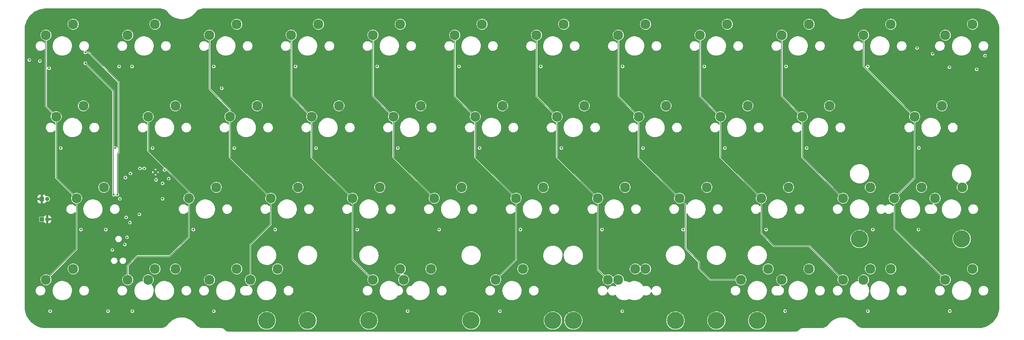
<source format=gbr>
%TF.GenerationSoftware,KiCad,Pcbnew,7.99.0-unknown-e01ef0a38d~172~ubuntu23.04.1*%
%TF.CreationDate,2023-10-19T21:10:57-04:00*%
%TF.ProjectId,Koneko40Stagger,4b6f6e65-6b6f-4343-9053-746167676572,rev?*%
%TF.SameCoordinates,Original*%
%TF.FileFunction,Copper,L2,Inr*%
%TF.FilePolarity,Positive*%
%FSLAX46Y46*%
G04 Gerber Fmt 4.6, Leading zero omitted, Abs format (unit mm)*
G04 Created by KiCad (PCBNEW 7.99.0-unknown-e01ef0a38d~172~ubuntu23.04.1) date 2023-10-19 21:10:57*
%MOMM*%
%LPD*%
G01*
G04 APERTURE LIST*
%TA.AperFunction,ComponentPad*%
%ADD10C,2.300000*%
%TD*%
%TA.AperFunction,ComponentPad*%
%ADD11C,4.000000*%
%TD*%
%TA.AperFunction,ComponentPad*%
%ADD12R,1.000000X1.000000*%
%TD*%
%TA.AperFunction,ComponentPad*%
%ADD13O,1.000000X1.000000*%
%TD*%
%TA.AperFunction,ComponentPad*%
%ADD14C,0.500000*%
%TD*%
%TA.AperFunction,ViaPad*%
%ADD15C,0.500000*%
%TD*%
%TA.AperFunction,Conductor*%
%ADD16C,0.127000*%
%TD*%
G04 APERTURE END LIST*
D10*
%TO.N,COL8*%
%TO.C,SW32*%
X210185000Y-72469375D03*
%TO.N,Net-(D32-A)*%
X216535000Y-69929375D03*
%TD*%
%TO.N,COL2*%
%TO.C,SW39*%
X91122500Y-91519375D03*
%TO.N,Net-(D37-A)*%
X97472500Y-88979375D03*
%TD*%
D11*
%TO.N,*%
%TO.C,S2*%
X209232500Y-101044375D03*
X94932500Y-101044375D03*
%TD*%
D10*
%TO.N,COL3*%
%TO.C,SW16*%
X105410000Y-53419375D03*
%TO.N,Net-(D16-A)*%
X111760000Y-50879375D03*
%TD*%
%TO.N,COL6*%
%TO.C,SW46*%
X176847500Y-91519375D03*
%TO.N,Net-(D41-A)*%
X183197500Y-88979375D03*
%TD*%
%TO.N,COL10*%
%TO.C,SW11*%
X233997500Y-34369375D03*
%TO.N,Net-(D11-A)*%
X240347500Y-31829375D03*
%TD*%
%TO.N,COL7*%
%TO.C,SW8*%
X176847500Y-34369375D03*
%TO.N,Net-(D8-A)*%
X183197500Y-31829375D03*
%TD*%
%TO.N,COL9*%
%TO.C,SW22*%
X219710000Y-53419375D03*
%TO.N,Net-(D22-A)*%
X226060000Y-50879375D03*
%TD*%
%TO.N,COL4*%
%TO.C,SW28*%
X133985000Y-72469375D03*
%TO.N,Net-(D28-A)*%
X140335000Y-69929375D03*
%TD*%
%TO.N,COL8*%
%TO.C,SW49*%
X229235000Y-91519375D03*
%TO.N,Net-(D42-A)*%
X235585000Y-88979375D03*
%TD*%
%TO.N,COL8*%
%TO.C,SW48*%
X233997500Y-91519375D03*
%TO.N,Net-(D42-A)*%
X240347500Y-88979375D03*
%TD*%
D11*
%TO.N,*%
%TO.C,S1*%
X209232500Y-101044375D03*
X94932500Y-101044375D03*
%TD*%
D10*
%TO.N,COL6*%
%TO.C,SW45*%
X174466250Y-91519375D03*
%TO.N,Net-(D41-A)*%
X180816250Y-88979375D03*
%TD*%
%TO.N,COL9*%
%TO.C,SW10*%
X214947500Y-34369375D03*
%TO.N,Net-(D10-A)*%
X221297500Y-31829375D03*
%TD*%
D11*
%TO.N,*%
%TO.C,S3*%
X199707500Y-101044375D03*
X161607500Y-101044375D03*
%TD*%
D10*
%TO.N,COL10*%
%TO.C,SW34*%
X250666250Y-72469375D03*
%TO.N,Net-(D34-A)*%
X257016250Y-69929375D03*
%TD*%
%TO.N,COL5*%
%TO.C,SW29*%
X153035000Y-72469375D03*
%TO.N,Net-(D29-A)*%
X159385000Y-69929375D03*
%TD*%
%TO.N,COL6*%
%TO.C,SW19*%
X162560000Y-53419375D03*
%TO.N,Net-(D19-A)*%
X168910000Y-50879375D03*
%TD*%
%TO.N,COL3*%
%TO.C,SW4*%
X100647500Y-34369375D03*
%TO.N,Net-(D4-A)*%
X106997500Y-31829375D03*
%TD*%
%TO.N,COL7*%
%TO.C,SW47*%
X205422500Y-91519375D03*
%TO.N,Net-(D39-A)*%
X211772500Y-88979375D03*
%TD*%
%TO.N,COL8*%
%TO.C,SW9*%
X195897500Y-34369375D03*
%TO.N,Net-(D9-A)*%
X202247500Y-31829375D03*
%TD*%
D11*
%TO.N,*%
%TO.C,S4*%
X190182500Y-101044375D03*
X166370000Y-101044375D03*
%TD*%
D10*
%TO.N,COL0*%
%TO.C,SW1*%
X43497500Y-34369375D03*
%TO.N,/Switch Matrix/D1*%
X49847500Y-31829375D03*
%TD*%
%TO.N,COL1*%
%TO.C,SW36*%
X62547500Y-91519375D03*
%TO.N,Net-(D36-A)*%
X68897500Y-88979375D03*
%TD*%
%TO.N,COL9*%
%TO.C,SW33*%
X229235000Y-72469375D03*
%TO.N,Net-(D33-A)*%
X235585000Y-69929375D03*
%TD*%
%TO.N,COL10*%
%TO.C,SW52*%
X241141250Y-72469375D03*
%TO.N,Net-(D34-A)*%
X247491250Y-69929375D03*
%TD*%
%TO.N,COL2*%
%TO.C,SW3*%
X81597500Y-34369375D03*
%TO.N,Net-(D3-A)*%
X87947500Y-31829375D03*
%TD*%
D11*
%TO.N,*%
%TO.C,S41*%
X142557500Y-101044375D03*
X118745000Y-101044375D03*
%TD*%
%TO.N,*%
%TO.C,S40*%
X142557500Y-101044375D03*
X104457500Y-101044375D03*
%TD*%
D10*
%TO.N,COL3*%
%TO.C,SW27*%
X114935000Y-72469375D03*
%TO.N,Net-(D27-A)*%
X121285000Y-69929375D03*
%TD*%
%TO.N,COL11*%
%TO.C,SW12*%
X253047500Y-34369375D03*
%TO.N,/Switch Matrix/D12*%
X259397500Y-31829375D03*
%TD*%
%TO.N,COL7*%
%TO.C,SW50*%
X214947500Y-91519375D03*
%TO.N,Net-(D39-A)*%
X221297500Y-88979375D03*
%TD*%
%TO.N,COL0*%
%TO.C,SW35*%
X43497500Y-91519375D03*
%TO.N,Net-(D35-A)*%
X49847500Y-88979375D03*
%TD*%
%TO.N,COL0*%
%TO.C,SW13*%
X45878750Y-53419375D03*
%TO.N,Net-(D13-A)*%
X52228750Y-50879375D03*
%TD*%
%TO.N,COL2*%
%TO.C,SW38*%
X81597500Y-91519375D03*
%TO.N,Net-(D37-A)*%
X87947500Y-88979375D03*
%TD*%
%TO.N,COL7*%
%TO.C,SW31*%
X191135000Y-72469375D03*
%TO.N,Net-(D31-A)*%
X197485000Y-69929375D03*
%TD*%
%TO.N,COL10*%
%TO.C,SW51*%
X253047500Y-91519375D03*
%TO.N,Net-(D44-A)*%
X259397500Y-88979375D03*
%TD*%
%TO.N,COL10*%
%TO.C,SW23*%
X245903750Y-53419375D03*
%TO.N,Net-(D23-A)*%
X252253750Y-50879375D03*
%TD*%
%TO.N,COL4*%
%TO.C,SW17*%
X124460000Y-53419375D03*
%TO.N,Net-(D17-A)*%
X130810000Y-50879375D03*
%TD*%
D11*
%TO.N,*%
%TO.C,S35*%
X256857500Y-81994375D03*
X233045000Y-81994375D03*
%TD*%
D10*
%TO.N,COL1*%
%TO.C,SW25*%
X76835000Y-72469375D03*
%TO.N,Net-(D25-A)*%
X83185000Y-69929375D03*
%TD*%
%TO.N,COL4*%
%TO.C,SW5*%
X119697500Y-34369375D03*
%TO.N,Net-(D5-A)*%
X126047500Y-31829375D03*
%TD*%
%TO.N,COL6*%
%TO.C,SW7*%
X157797500Y-34369375D03*
%TO.N,Net-(D7-A)*%
X164147500Y-31829375D03*
%TD*%
%TO.N,COL6*%
%TO.C,SW30*%
X172085000Y-72469375D03*
%TO.N,Net-(D30-A)*%
X178435000Y-69929375D03*
%TD*%
%TO.N,COL1*%
%TO.C,SW2*%
X62547500Y-34369375D03*
%TO.N,Net-(D2-A)*%
X68897500Y-31829375D03*
%TD*%
%TO.N,COL5*%
%TO.C,SW42*%
X148272500Y-91519375D03*
%TO.N,Net-(D40-A)*%
X154622500Y-88979375D03*
%TD*%
%TO.N,COL2*%
%TO.C,SW15*%
X86360000Y-53419375D03*
%TO.N,Net-(D15-A)*%
X92710000Y-50879375D03*
%TD*%
%TO.N,COL0*%
%TO.C,SW24*%
X50641250Y-72469375D03*
%TO.N,Net-(D24-A)*%
X56991250Y-69929375D03*
%TD*%
%TO.N,COL5*%
%TO.C,SW18*%
X143510000Y-53419375D03*
%TO.N,Net-(D18-A)*%
X149860000Y-50879375D03*
%TD*%
%TO.N,COL8*%
%TO.C,SW21*%
X200660000Y-53419375D03*
%TO.N,Net-(D21-A)*%
X207010000Y-50879375D03*
%TD*%
%TO.N,COL3*%
%TO.C,SW40*%
X119697500Y-91519375D03*
%TO.N,Net-(D38-A)*%
X126047500Y-88979375D03*
%TD*%
%TO.N,COL2*%
%TO.C,SW26*%
X95885000Y-72469375D03*
%TO.N,Net-(D26-A)*%
X102235000Y-69929375D03*
%TD*%
%TO.N,COL3*%
%TO.C,SW41*%
X126841250Y-91519375D03*
%TO.N,Net-(D38-A)*%
X133191250Y-88979375D03*
%TD*%
%TO.N,COL1*%
%TO.C,SW37*%
X67310000Y-91519375D03*
%TO.N,Net-(D36-A)*%
X73660000Y-88979375D03*
%TD*%
%TO.N,COL7*%
%TO.C,SW20*%
X181610000Y-53419375D03*
%TO.N,Net-(D20-A)*%
X187960000Y-50879375D03*
%TD*%
%TO.N,COL5*%
%TO.C,SW6*%
X138747500Y-34369375D03*
%TO.N,Net-(D6-A)*%
X145097500Y-31829375D03*
%TD*%
%TO.N,COL1*%
%TO.C,SW14*%
X67310000Y-53419375D03*
%TO.N,Net-(D14-A)*%
X73660000Y-50879375D03*
%TD*%
D12*
%TO.N,GND*%
%TO.C,JP1*%
X42545000Y-72628125D03*
D13*
%TO.N,/~{RUN}*%
X43815000Y-72628125D03*
%TD*%
D12*
%TO.N,/FLASH_~{CS}*%
%TO.C,JP2*%
X42545000Y-77390625D03*
D13*
%TO.N,GND*%
X43815000Y-77390625D03*
%TD*%
D14*
%TO.N,GND*%
%TO.C,U1*%
X68998224Y-66354107D03*
%TD*%
D15*
%TO.N,ENC0A*%
X52662500Y-40914375D03*
%TO.N,ENC0B*%
X52682500Y-38404375D03*
%TO.N,ENC0A*%
X59322500Y-71654375D03*
%TO.N,ENC0B*%
X60122500Y-71614375D03*
%TO.N,GND*%
X44992500Y-77374375D03*
X41052500Y-72624375D03*
%TO.N,ENC1B*%
X262292500Y-39174375D03*
%TO.N,ENC1A*%
X260352500Y-42364375D03*
%TO.N,GND*%
X84782500Y-77384375D03*
X79782500Y-70384375D03*
X86782500Y-69384375D03*
X82782500Y-66384375D03*
%TO.N,/~{RUN}*%
X62182500Y-76944375D03*
X63052500Y-78144375D03*
%TO.N,/SWCLK*%
X58972500Y-84544375D03*
X62372500Y-81594375D03*
%TO.N,GND*%
X61902500Y-85804375D03*
%TO.N,+3.3V*%
X61862500Y-83264375D03*
%TO.N,ROW3*%
X57942500Y-98824375D03*
%TO.N,ROW2*%
X57432500Y-79774375D03*
%TO.N,ROW1*%
X59642500Y-60724375D03*
%TO.N,ROW0*%
X60552500Y-41674375D03*
%TO.N,ROW3*%
X44472500Y-98824375D03*
X63622500Y-98824375D03*
X82612500Y-98824375D03*
X127772500Y-98824375D03*
X149262500Y-98824375D03*
X177782500Y-98824375D03*
X215712500Y-98814375D03*
X235002500Y-98824375D03*
X254092500Y-98814375D03*
%TO.N,ROW2*%
X246792500Y-79774375D03*
X236152500Y-79774375D03*
X211282500Y-79774375D03*
X191942500Y-79774375D03*
X173072500Y-79774375D03*
X154052500Y-79764375D03*
X135102500Y-79774375D03*
X116032500Y-79774375D03*
X96912500Y-79764375D03*
X77832500Y-79774375D03*
X51662500Y-79774375D03*
%TO.N,ROW1*%
X246902500Y-60714375D03*
X220742500Y-60724375D03*
X201692500Y-60724375D03*
X182642500Y-60724375D03*
X163592500Y-60724375D03*
X144542500Y-60724375D03*
X125492500Y-60724375D03*
X106442500Y-60724375D03*
X87392500Y-60724375D03*
X68342500Y-60724375D03*
X46952500Y-60724375D03*
%TO.N,ROW0*%
X254002500Y-41874375D03*
X234992500Y-41674375D03*
X215942500Y-41674375D03*
X196892500Y-41674375D03*
X177842500Y-41674375D03*
X158792500Y-41674375D03*
X139742500Y-41674375D03*
X120692500Y-41674375D03*
X101642500Y-41674375D03*
X82592500Y-41674375D03*
X63542500Y-41674375D03*
%TO.N,Net-(Q3-G)*%
X42092500Y-40424375D03*
%TO.N,ROW0*%
X44252500Y-42104375D03*
%TO.N,GND*%
X251822500Y-38394375D03*
%TO.N,Net-(Q2-G)*%
X250092500Y-38744375D03*
%TO.N,+3.3V*%
X246482500Y-37384375D03*
X39612500Y-40154375D03*
%TO.N,GND*%
X72951875Y-68994375D03*
X65401875Y-63204375D03*
X84472500Y-44874375D03*
X85992500Y-45344375D03*
X81802500Y-48134375D03*
X67401875Y-63204375D03*
X65251875Y-78944375D03*
X63611875Y-63234375D03*
X66401875Y-63204375D03*
X71111875Y-66834375D03*
X67591875Y-82184375D03*
X72951875Y-72574375D03*
X58431875Y-72604375D03*
X66701875Y-74154375D03*
X62601875Y-63234375D03*
X61311875Y-66004375D03*
X66791875Y-83044375D03*
X68811875Y-81784375D03*
X64241875Y-78944375D03*
X65391875Y-85174375D03*
%TO.N,+3.3V*%
X63201875Y-66694375D03*
X66401875Y-65504375D03*
X71111875Y-65874375D03*
X60710000Y-72614375D03*
X65251875Y-76224375D03*
X70661875Y-68994375D03*
X72101875Y-67884375D03*
X62021875Y-67644375D03*
X65401875Y-65504375D03*
X84442500Y-46774375D03*
X70671875Y-72594375D03*
%TO.N,/FLASH_~{CS}*%
X69149375Y-68166875D03*
%TD*%
D16*
%TO.N,ENC0A*%
X59322500Y-71654375D02*
X59179000Y-71510875D01*
X59179000Y-71510875D02*
X59179000Y-47430875D01*
X59179000Y-47430875D02*
X52662500Y-40914375D01*
%TO.N,ENC0B*%
X53902500Y-38814375D02*
X53492500Y-38404375D01*
X60122500Y-62124375D02*
X60432500Y-61814375D01*
X53492500Y-38404375D02*
X52682500Y-38404375D01*
X60122500Y-71614375D02*
X60122500Y-62124375D01*
X60432500Y-61814375D02*
X60432500Y-45344375D01*
X60432500Y-45344375D02*
X53902500Y-38814375D01*
%TO.N,COL2*%
X95885000Y-72469375D02*
X95885000Y-78541875D01*
X95885000Y-78541875D02*
X91122500Y-83304375D01*
X91122500Y-83304375D02*
X91122500Y-91519375D01*
%TO.N,COL0*%
X43497500Y-51038125D02*
X45878750Y-53419375D01*
X45878750Y-67706875D02*
X50641250Y-72469375D01*
X50641250Y-72469375D02*
X50641250Y-84375625D01*
X50641250Y-84375625D02*
X43497500Y-91519375D01*
X43497500Y-34369375D02*
X43497500Y-51038125D01*
X45878750Y-53419375D02*
X45878750Y-67706875D01*
%TO.N,COL1*%
X67310000Y-61417012D02*
X76835000Y-70942012D01*
X72312500Y-85994375D02*
X64762500Y-85994375D01*
X76835000Y-81471875D02*
X72312500Y-85994375D01*
X76835000Y-70942012D02*
X76835000Y-72469375D01*
X64762500Y-85994375D02*
X62547500Y-88209375D01*
X62547500Y-88209375D02*
X62547500Y-91519375D01*
X76835000Y-72469375D02*
X76835000Y-81471875D01*
X67310000Y-53419375D02*
X67310000Y-61417012D01*
%TO.N,COL2*%
X81597500Y-34369375D02*
X81597500Y-46899375D01*
X86360000Y-51661875D02*
X86360000Y-53419375D01*
X81597500Y-46899375D02*
X86360000Y-51661875D01*
X86360000Y-53419375D02*
X86360000Y-62944375D01*
X86360000Y-62944375D02*
X95885000Y-72469375D01*
%TO.N,COL3*%
X114935000Y-72469375D02*
X114935000Y-86756875D01*
X100647500Y-34369375D02*
X100647500Y-48656875D01*
X105410000Y-53419375D02*
X105410000Y-62944375D01*
X105410000Y-62944375D02*
X114935000Y-72469375D01*
X114935000Y-86756875D02*
X119697500Y-91519375D01*
X100647500Y-48656875D02*
X105410000Y-53419375D01*
%TO.N,COL4*%
X119697500Y-34369375D02*
X119697500Y-48656875D01*
X124460000Y-62944375D02*
X133985000Y-72469375D01*
X124460000Y-53419375D02*
X124460000Y-62944375D01*
X119697500Y-48656875D02*
X124460000Y-53419375D01*
%TO.N,COL5*%
X143510000Y-53419375D02*
X143510000Y-62944375D01*
X143510000Y-62944375D02*
X153035000Y-72469375D01*
X153035000Y-86756875D02*
X148272500Y-91519375D01*
X138747500Y-34369375D02*
X138747500Y-48656875D01*
X138747500Y-48656875D02*
X143510000Y-53419375D01*
X153035000Y-72469375D02*
X153035000Y-86756875D01*
%TO.N,COL6*%
X172085000Y-72469375D02*
X172085000Y-89138125D01*
X162560000Y-53419375D02*
X162560000Y-62944375D01*
X172085000Y-89138125D02*
X174466250Y-91519375D01*
X162560000Y-62944375D02*
X172085000Y-72469375D01*
X157797500Y-48656875D02*
X162560000Y-53419375D01*
X157797500Y-34369375D02*
X157797500Y-48656875D01*
%TO.N,COL7*%
X198307500Y-91519375D02*
X205422500Y-91519375D01*
X195662500Y-87324375D02*
X195662500Y-88874375D01*
X195662500Y-88874375D02*
X198307500Y-91519375D01*
X176847500Y-34369375D02*
X176847500Y-48656875D01*
X181610000Y-53419375D02*
X181610000Y-62944375D01*
X192489900Y-84151775D02*
X195662500Y-87324375D01*
X181610000Y-62944375D02*
X191135000Y-72469375D01*
X176847500Y-48656875D02*
X181610000Y-53419375D01*
X191135000Y-72469375D02*
X192489900Y-73824275D01*
X192489900Y-73824275D02*
X192489900Y-84151775D01*
%TO.N,COL8*%
X200660000Y-62944375D02*
X210185000Y-72469375D01*
X210185000Y-72469375D02*
X210185000Y-80746875D01*
X200660000Y-53419375D02*
X200660000Y-62944375D01*
X210185000Y-80746875D02*
X213102500Y-83664375D01*
X195897500Y-48656875D02*
X200660000Y-53419375D01*
X195897500Y-34369375D02*
X195897500Y-48656875D01*
X221380000Y-83664375D02*
X229235000Y-91519375D01*
X213102500Y-83664375D02*
X221380000Y-83664375D01*
%TO.N,COL9*%
X214947500Y-34369375D02*
X214947500Y-48656875D01*
X229235000Y-72469375D02*
X219710000Y-62944375D01*
X214947500Y-48656875D02*
X219710000Y-53419375D01*
X219710000Y-62944375D02*
X219710000Y-53419375D01*
%TO.N,COL10*%
X233997500Y-34369375D02*
X233997500Y-41513125D01*
X245903750Y-67706875D02*
X241141250Y-72469375D01*
X241141250Y-79613125D02*
X253047500Y-91519375D01*
X245903750Y-53419375D02*
X245903750Y-67706875D01*
X241141250Y-72469375D02*
X241141250Y-79613125D01*
X233997500Y-41513125D02*
X245903750Y-53419375D01*
%TD*%
%TA.AperFunction,Conductor*%
%TO.N,GND*%
G36*
X70012097Y-28134423D02*
G01*
X70167688Y-28136893D01*
X70174708Y-28137404D01*
X70488883Y-28178378D01*
X70496766Y-28179932D01*
X70496872Y-28179960D01*
X70765312Y-28251197D01*
X70802502Y-28261066D01*
X70810127Y-28263629D01*
X71102802Y-28383630D01*
X71110029Y-28387156D01*
X71384727Y-28544008D01*
X71391433Y-28548438D01*
X71643538Y-28739506D01*
X71649611Y-28744762D01*
X71875235Y-28967182D01*
X71879958Y-28972399D01*
X71979592Y-29095913D01*
X72105771Y-29253436D01*
X72288648Y-29444406D01*
X72384917Y-29544935D01*
X72692007Y-29806844D01*
X72692011Y-29806847D01*
X72692020Y-29806853D01*
X73023901Y-30036489D01*
X73023908Y-30036493D01*
X73023911Y-30036495D01*
X73377257Y-30231553D01*
X73748450Y-30390034D01*
X74133716Y-30510327D01*
X74529138Y-30591208D01*
X74930695Y-30631855D01*
X75334303Y-30631855D01*
X75334305Y-30631855D01*
X75735862Y-30591208D01*
X76131284Y-30510327D01*
X76516550Y-30390034D01*
X76887743Y-30231553D01*
X77241089Y-30036495D01*
X77572993Y-29806844D01*
X77880083Y-29544935D01*
X78030620Y-29387735D01*
X78159229Y-29253436D01*
X78285408Y-29095913D01*
X78385028Y-28972412D01*
X78385036Y-28972402D01*
X78389762Y-28967182D01*
X78615398Y-28744762D01*
X78621454Y-28739520D01*
X78873587Y-28548440D01*
X78880268Y-28544027D01*
X79154992Y-28387167D01*
X79162184Y-28383658D01*
X79454881Y-28263653D01*
X79462500Y-28261093D01*
X79499829Y-28251187D01*
X79768249Y-28179957D01*
X79776118Y-28178407D01*
X80090292Y-28137435D01*
X80097309Y-28136923D01*
X80248368Y-28134497D01*
X80255976Y-28134375D01*
X223909025Y-28134375D01*
X224067686Y-28136904D01*
X224074714Y-28137418D01*
X224223141Y-28156782D01*
X224388868Y-28178404D01*
X224396756Y-28179960D01*
X224642858Y-28245275D01*
X224702495Y-28261103D01*
X224710116Y-28263665D01*
X225002789Y-28383664D01*
X225010018Y-28387191D01*
X225284722Y-28544036D01*
X225291419Y-28548459D01*
X225449146Y-28667986D01*
X225543526Y-28739509D01*
X225549608Y-28744772D01*
X225775246Y-28967167D01*
X225779982Y-28972399D01*
X225828265Y-29032269D01*
X225879592Y-29095914D01*
X226005771Y-29253436D01*
X226188648Y-29444406D01*
X226284917Y-29544935D01*
X226592007Y-29806844D01*
X226592011Y-29806847D01*
X226592020Y-29806853D01*
X226923901Y-30036489D01*
X226923908Y-30036493D01*
X226923911Y-30036495D01*
X227277257Y-30231553D01*
X227648450Y-30390034D01*
X228033716Y-30510327D01*
X228429138Y-30591208D01*
X228830695Y-30631855D01*
X229234303Y-30631855D01*
X229234305Y-30631855D01*
X229635862Y-30591208D01*
X230031284Y-30510327D01*
X230416550Y-30390034D01*
X230787743Y-30231553D01*
X231141089Y-30036495D01*
X231472993Y-29806844D01*
X231780083Y-29544935D01*
X231930620Y-29387735D01*
X232059229Y-29253436D01*
X232185408Y-29095914D01*
X232285020Y-28972412D01*
X232285034Y-28972394D01*
X232289756Y-28967178D01*
X232515378Y-28744760D01*
X232521460Y-28739497D01*
X232575590Y-28698473D01*
X232773573Y-28548425D01*
X232780269Y-28544004D01*
X233054976Y-28387151D01*
X233062180Y-28383636D01*
X233354882Y-28263632D01*
X233362483Y-28261077D01*
X233668238Y-28179946D01*
X233676119Y-28178393D01*
X233990309Y-28137429D01*
X233997286Y-28136919D01*
X234155975Y-28134375D01*
X260632500Y-28134375D01*
X260848351Y-28136658D01*
X260853063Y-28136889D01*
X261282773Y-28174475D01*
X261288114Y-28175179D01*
X261712577Y-28250016D01*
X261717848Y-28251184D01*
X262134172Y-28362732D01*
X262139313Y-28364352D01*
X262544348Y-28511767D01*
X262549319Y-28513827D01*
X262939945Y-28695975D01*
X262944745Y-28698473D01*
X263318000Y-28913968D01*
X263322564Y-28916876D01*
X263675611Y-29164079D01*
X263679901Y-29167370D01*
X264010069Y-29444412D01*
X264014053Y-29448062D01*
X264318820Y-29752828D01*
X264322471Y-29756812D01*
X264599521Y-30086986D01*
X264602797Y-30091256D01*
X264850012Y-30444316D01*
X264852912Y-30448868D01*
X264958559Y-30631855D01*
X265068417Y-30822137D01*
X265070913Y-30826931D01*
X265253062Y-31217556D01*
X265255126Y-31222540D01*
X265316357Y-31390773D01*
X265402536Y-31627552D01*
X265404163Y-31632713D01*
X265515708Y-32049023D01*
X265516877Y-32054293D01*
X265516881Y-32054314D01*
X265591715Y-32478750D01*
X265592422Y-32484115D01*
X265630008Y-32913795D01*
X265630240Y-32918550D01*
X265632500Y-33134375D01*
X265632500Y-97834375D01*
X265630143Y-98050210D01*
X265629910Y-98054939D01*
X265592313Y-98484615D01*
X265591607Y-98489980D01*
X265516762Y-98914412D01*
X265515591Y-98919695D01*
X265404039Y-99336001D01*
X265402412Y-99341162D01*
X265255003Y-99746154D01*
X265252932Y-99751153D01*
X265070789Y-100141754D01*
X265068291Y-100146554D01*
X264852801Y-100519790D01*
X264849894Y-100524354D01*
X264602684Y-100877406D01*
X264599390Y-100881699D01*
X264322366Y-101211842D01*
X264318711Y-101215832D01*
X264013951Y-101520593D01*
X264009962Y-101524249D01*
X263679812Y-101801279D01*
X263675520Y-101804573D01*
X263322489Y-102051772D01*
X263317925Y-102054680D01*
X262944675Y-102270179D01*
X262939875Y-102272677D01*
X262549265Y-102454827D01*
X262544265Y-102456898D01*
X262139282Y-102604306D01*
X262134121Y-102605933D01*
X261950886Y-102655033D01*
X261717822Y-102717486D01*
X261712547Y-102718656D01*
X261288106Y-102793503D01*
X261282741Y-102794209D01*
X260868034Y-102830500D01*
X260853306Y-102831789D01*
X260853066Y-102831810D01*
X260848329Y-102832042D01*
X260632500Y-102834375D01*
X234155975Y-102834375D01*
X234149578Y-102834273D01*
X233997323Y-102831845D01*
X233990285Y-102831331D01*
X233756823Y-102800872D01*
X233676129Y-102790343D01*
X233668243Y-102788789D01*
X233362506Y-102707644D01*
X233354881Y-102705081D01*
X233062209Y-102585080D01*
X233054986Y-102581555D01*
X233039954Y-102572972D01*
X232780295Y-102424713D01*
X232773587Y-102420284D01*
X232521474Y-102229226D01*
X232515401Y-102223971D01*
X232289762Y-102001567D01*
X232285033Y-101996343D01*
X232232656Y-101931411D01*
X232185408Y-101872836D01*
X232059229Y-101715314D01*
X231780085Y-101423817D01*
X231536221Y-101215832D01*
X231472993Y-101161906D01*
X231472991Y-101161904D01*
X231472988Y-101161902D01*
X231472979Y-101161896D01*
X231141098Y-100932260D01*
X231141084Y-100932252D01*
X230787740Y-100737195D01*
X230600667Y-100657324D01*
X230416550Y-100578716D01*
X230235359Y-100522142D01*
X230031292Y-100458425D01*
X230031287Y-100458424D01*
X230031284Y-100458423D01*
X229635862Y-100377542D01*
X229234306Y-100336895D01*
X229234305Y-100336895D01*
X228830695Y-100336895D01*
X228830693Y-100336895D01*
X228429137Y-100377542D01*
X228206719Y-100423036D01*
X228033716Y-100458423D01*
X228033714Y-100458423D01*
X228033707Y-100458425D01*
X227648453Y-100578715D01*
X227648450Y-100578716D01*
X227575394Y-100609906D01*
X227277259Y-100737195D01*
X226923915Y-100932252D01*
X226923901Y-100932260D01*
X226592020Y-101161896D01*
X226592011Y-101161902D01*
X226284914Y-101423817D01*
X226005771Y-101715314D01*
X226005767Y-101715318D01*
X226005766Y-101715320D01*
X225934273Y-101804573D01*
X225879592Y-101872837D01*
X225779971Y-101996341D01*
X225775235Y-102001573D01*
X225549614Y-102223984D01*
X225543531Y-102229248D01*
X225291431Y-102420311D01*
X225284718Y-102424745D01*
X225010026Y-102581594D01*
X225002796Y-102585122D01*
X224710126Y-102705125D01*
X224702501Y-102707688D01*
X224448115Y-102775202D01*
X224396760Y-102788832D01*
X224388873Y-102790386D01*
X224268215Y-102806125D01*
X224074731Y-102831364D01*
X224067681Y-102831878D01*
X223913039Y-102834311D01*
X223909025Y-102834375D01*
X219796713Y-102834375D01*
X219698463Y-102836789D01*
X219505731Y-102875137D01*
X219505729Y-102875138D01*
X219324195Y-102950339D01*
X219324194Y-102950340D01*
X219160805Y-103059512D01*
X219160802Y-103059514D01*
X219089607Y-103127268D01*
X218875393Y-103341482D01*
X218812108Y-103401933D01*
X218795348Y-103415370D01*
X218651052Y-103511786D01*
X218629613Y-103523245D01*
X218470605Y-103589107D01*
X218447343Y-103596164D01*
X218277124Y-103630021D01*
X218255774Y-103632370D01*
X218168286Y-103634375D01*
X85996714Y-103634375D01*
X85993248Y-103634295D01*
X85909222Y-103632373D01*
X85887869Y-103630023D01*
X85717657Y-103596168D01*
X85694394Y-103589111D01*
X85535382Y-103523246D01*
X85513944Y-103511787D01*
X85369646Y-103415370D01*
X85352890Y-103401936D01*
X85289607Y-103341482D01*
X85075393Y-103127268D01*
X85004213Y-103059497D01*
X84840821Y-102950327D01*
X84659288Y-102875138D01*
X84659269Y-102875130D01*
X84466535Y-102836797D01*
X84466541Y-102836797D01*
X84368286Y-102834375D01*
X80255975Y-102834375D01*
X80097325Y-102831856D01*
X80090285Y-102831343D01*
X79776122Y-102790371D01*
X79768229Y-102788815D01*
X79653378Y-102758336D01*
X79462490Y-102707679D01*
X79454876Y-102705119D01*
X79162208Y-102585119D01*
X79154978Y-102581591D01*
X78880280Y-102424736D01*
X78873573Y-102420306D01*
X78621476Y-102229239D01*
X78615400Y-102223980D01*
X78500925Y-102111129D01*
X78389772Y-102001552D01*
X78385049Y-101996334D01*
X78285408Y-101872837D01*
X78159234Y-101715320D01*
X78159232Y-101715318D01*
X78159229Y-101715314D01*
X77880085Y-101423817D01*
X77636221Y-101215832D01*
X77572993Y-101161906D01*
X77572991Y-101161904D01*
X77572988Y-101161902D01*
X77572979Y-101161896D01*
X77403132Y-101044375D01*
X92800029Y-101044375D01*
X92819890Y-101334746D01*
X92819891Y-101334748D01*
X92879103Y-101619694D01*
X92879108Y-101619713D01*
X92969068Y-101872837D01*
X92976573Y-101893954D01*
X93110475Y-102152373D01*
X93278318Y-102390152D01*
X93278322Y-102390156D01*
X93278322Y-102390157D01*
X93476978Y-102602864D01*
X93602620Y-102705081D01*
X93702746Y-102786540D01*
X93702748Y-102786541D01*
X93702749Y-102786542D01*
X93951426Y-102937765D01*
X94218374Y-103053717D01*
X94218379Y-103053719D01*
X94498636Y-103132243D01*
X94752131Y-103167085D01*
X94786974Y-103171875D01*
X94786975Y-103171875D01*
X95078026Y-103171875D01*
X95109112Y-103167602D01*
X95366364Y-103132243D01*
X95646621Y-103053719D01*
X95913575Y-102937764D01*
X96162254Y-102786540D01*
X96388025Y-102602861D01*
X96586682Y-102390152D01*
X96754525Y-102152373D01*
X96888427Y-101893954D01*
X96985893Y-101619709D01*
X97045109Y-101334746D01*
X97064971Y-101044375D01*
X102325029Y-101044375D01*
X102344890Y-101334746D01*
X102344891Y-101334748D01*
X102404103Y-101619694D01*
X102404108Y-101619713D01*
X102494068Y-101872837D01*
X102501573Y-101893954D01*
X102635475Y-102152373D01*
X102803318Y-102390152D01*
X102803322Y-102390156D01*
X102803322Y-102390157D01*
X103001978Y-102602864D01*
X103127620Y-102705081D01*
X103227746Y-102786540D01*
X103227748Y-102786541D01*
X103227749Y-102786542D01*
X103476426Y-102937765D01*
X103743374Y-103053717D01*
X103743379Y-103053719D01*
X104023636Y-103132243D01*
X104277131Y-103167085D01*
X104311974Y-103171875D01*
X104311975Y-103171875D01*
X104603026Y-103171875D01*
X104634112Y-103167602D01*
X104891364Y-103132243D01*
X105171621Y-103053719D01*
X105438575Y-102937764D01*
X105687254Y-102786540D01*
X105913025Y-102602861D01*
X106111682Y-102390152D01*
X106279525Y-102152373D01*
X106413427Y-101893954D01*
X106510893Y-101619709D01*
X106570109Y-101334746D01*
X106589971Y-101044375D01*
X116612529Y-101044375D01*
X116632390Y-101334746D01*
X116632391Y-101334748D01*
X116691603Y-101619694D01*
X116691608Y-101619713D01*
X116781568Y-101872837D01*
X116789073Y-101893954D01*
X116922975Y-102152373D01*
X117090818Y-102390152D01*
X117090822Y-102390156D01*
X117090822Y-102390157D01*
X117289478Y-102602864D01*
X117415120Y-102705081D01*
X117515246Y-102786540D01*
X117515248Y-102786541D01*
X117515249Y-102786542D01*
X117763926Y-102937765D01*
X118030874Y-103053717D01*
X118030879Y-103053719D01*
X118311136Y-103132243D01*
X118564631Y-103167085D01*
X118599474Y-103171875D01*
X118599475Y-103171875D01*
X118890526Y-103171875D01*
X118921612Y-103167602D01*
X119178864Y-103132243D01*
X119459121Y-103053719D01*
X119726075Y-102937764D01*
X119974754Y-102786540D01*
X120200525Y-102602861D01*
X120399182Y-102390152D01*
X120567025Y-102152373D01*
X120700927Y-101893954D01*
X120798393Y-101619709D01*
X120857609Y-101334746D01*
X120877471Y-101044375D01*
X140425029Y-101044375D01*
X140444890Y-101334746D01*
X140444891Y-101334748D01*
X140504103Y-101619694D01*
X140504108Y-101619713D01*
X140594068Y-101872837D01*
X140601573Y-101893954D01*
X140735475Y-102152373D01*
X140903318Y-102390152D01*
X140903322Y-102390156D01*
X140903322Y-102390157D01*
X141101978Y-102602864D01*
X141227620Y-102705081D01*
X141327746Y-102786540D01*
X141327748Y-102786541D01*
X141327749Y-102786542D01*
X141576426Y-102937765D01*
X141843374Y-103053717D01*
X141843379Y-103053719D01*
X142123636Y-103132243D01*
X142377131Y-103167085D01*
X142411974Y-103171875D01*
X142411975Y-103171875D01*
X142703026Y-103171875D01*
X142734112Y-103167602D01*
X142991364Y-103132243D01*
X143271621Y-103053719D01*
X143538575Y-102937764D01*
X143787254Y-102786540D01*
X144013025Y-102602861D01*
X144211682Y-102390152D01*
X144379525Y-102152373D01*
X144513427Y-101893954D01*
X144610893Y-101619709D01*
X144670109Y-101334746D01*
X144689971Y-101044375D01*
X159475029Y-101044375D01*
X159494890Y-101334746D01*
X159494891Y-101334748D01*
X159554103Y-101619694D01*
X159554108Y-101619713D01*
X159644068Y-101872837D01*
X159651573Y-101893954D01*
X159785475Y-102152373D01*
X159953318Y-102390152D01*
X159953322Y-102390156D01*
X159953322Y-102390157D01*
X160151978Y-102602864D01*
X160277620Y-102705081D01*
X160377746Y-102786540D01*
X160377748Y-102786541D01*
X160377749Y-102786542D01*
X160626426Y-102937765D01*
X160893374Y-103053717D01*
X160893379Y-103053719D01*
X161173636Y-103132243D01*
X161427131Y-103167085D01*
X161461974Y-103171875D01*
X161461975Y-103171875D01*
X161753026Y-103171875D01*
X161784112Y-103167602D01*
X162041364Y-103132243D01*
X162321621Y-103053719D01*
X162588575Y-102937764D01*
X162837254Y-102786540D01*
X163063025Y-102602861D01*
X163261682Y-102390152D01*
X163429525Y-102152373D01*
X163563427Y-101893954D01*
X163660893Y-101619709D01*
X163720109Y-101334746D01*
X163739971Y-101044375D01*
X164237529Y-101044375D01*
X164257390Y-101334746D01*
X164257391Y-101334748D01*
X164316603Y-101619694D01*
X164316608Y-101619713D01*
X164406568Y-101872837D01*
X164414073Y-101893954D01*
X164547975Y-102152373D01*
X164715818Y-102390152D01*
X164715822Y-102390156D01*
X164715822Y-102390157D01*
X164914478Y-102602864D01*
X165040120Y-102705081D01*
X165140246Y-102786540D01*
X165140248Y-102786541D01*
X165140249Y-102786542D01*
X165388926Y-102937765D01*
X165655874Y-103053717D01*
X165655879Y-103053719D01*
X165936136Y-103132243D01*
X166189631Y-103167085D01*
X166224474Y-103171875D01*
X166224475Y-103171875D01*
X166515526Y-103171875D01*
X166546612Y-103167602D01*
X166803864Y-103132243D01*
X167084121Y-103053719D01*
X167351075Y-102937764D01*
X167599754Y-102786540D01*
X167825525Y-102602861D01*
X168024182Y-102390152D01*
X168192025Y-102152373D01*
X168325927Y-101893954D01*
X168423393Y-101619709D01*
X168482609Y-101334746D01*
X168502471Y-101044375D01*
X188050029Y-101044375D01*
X188069890Y-101334746D01*
X188069891Y-101334748D01*
X188129103Y-101619694D01*
X188129108Y-101619713D01*
X188219068Y-101872837D01*
X188226573Y-101893954D01*
X188360475Y-102152373D01*
X188528318Y-102390152D01*
X188528322Y-102390156D01*
X188528322Y-102390157D01*
X188726978Y-102602864D01*
X188852620Y-102705081D01*
X188952746Y-102786540D01*
X188952748Y-102786541D01*
X188952749Y-102786542D01*
X189201426Y-102937765D01*
X189468374Y-103053717D01*
X189468379Y-103053719D01*
X189748636Y-103132243D01*
X190002131Y-103167085D01*
X190036974Y-103171875D01*
X190036975Y-103171875D01*
X190328026Y-103171875D01*
X190359112Y-103167602D01*
X190616364Y-103132243D01*
X190896621Y-103053719D01*
X191163575Y-102937764D01*
X191412254Y-102786540D01*
X191638025Y-102602861D01*
X191836682Y-102390152D01*
X192004525Y-102152373D01*
X192138427Y-101893954D01*
X192235893Y-101619709D01*
X192295109Y-101334746D01*
X192314971Y-101044375D01*
X197575029Y-101044375D01*
X197594890Y-101334746D01*
X197594891Y-101334748D01*
X197654103Y-101619694D01*
X197654108Y-101619713D01*
X197744068Y-101872837D01*
X197751573Y-101893954D01*
X197885475Y-102152373D01*
X198053318Y-102390152D01*
X198053322Y-102390156D01*
X198053322Y-102390157D01*
X198251978Y-102602864D01*
X198377620Y-102705081D01*
X198477746Y-102786540D01*
X198477748Y-102786541D01*
X198477749Y-102786542D01*
X198726426Y-102937765D01*
X198993374Y-103053717D01*
X198993379Y-103053719D01*
X199273636Y-103132243D01*
X199527131Y-103167085D01*
X199561974Y-103171875D01*
X199561975Y-103171875D01*
X199853026Y-103171875D01*
X199884112Y-103167602D01*
X200141364Y-103132243D01*
X200421621Y-103053719D01*
X200688575Y-102937764D01*
X200937254Y-102786540D01*
X201163025Y-102602861D01*
X201361682Y-102390152D01*
X201529525Y-102152373D01*
X201663427Y-101893954D01*
X201760893Y-101619709D01*
X201820109Y-101334746D01*
X201839971Y-101044375D01*
X207100029Y-101044375D01*
X207119890Y-101334746D01*
X207119891Y-101334748D01*
X207179103Y-101619694D01*
X207179108Y-101619713D01*
X207269068Y-101872837D01*
X207276573Y-101893954D01*
X207410475Y-102152373D01*
X207578318Y-102390152D01*
X207578322Y-102390156D01*
X207578322Y-102390157D01*
X207776978Y-102602864D01*
X207902620Y-102705081D01*
X208002746Y-102786540D01*
X208002748Y-102786541D01*
X208002749Y-102786542D01*
X208251426Y-102937765D01*
X208518374Y-103053717D01*
X208518379Y-103053719D01*
X208798636Y-103132243D01*
X209052131Y-103167085D01*
X209086974Y-103171875D01*
X209086975Y-103171875D01*
X209378026Y-103171875D01*
X209409112Y-103167602D01*
X209666364Y-103132243D01*
X209946621Y-103053719D01*
X210213575Y-102937764D01*
X210462254Y-102786540D01*
X210688025Y-102602861D01*
X210886682Y-102390152D01*
X211054525Y-102152373D01*
X211188427Y-101893954D01*
X211285893Y-101619709D01*
X211345109Y-101334746D01*
X211364971Y-101044375D01*
X211345109Y-100754004D01*
X211285893Y-100469041D01*
X211188427Y-100194796D01*
X211054525Y-99936377D01*
X210886682Y-99698598D01*
X210886677Y-99698592D01*
X210688021Y-99485885D01*
X210503817Y-99336024D01*
X210462254Y-99302210D01*
X210462252Y-99302209D01*
X210462250Y-99302207D01*
X210213573Y-99150984D01*
X209946625Y-99035032D01*
X209666370Y-98956508D01*
X209666365Y-98956507D01*
X209666364Y-98956507D01*
X209522194Y-98936691D01*
X209378026Y-98916875D01*
X209378025Y-98916875D01*
X209086975Y-98916875D01*
X209086974Y-98916875D01*
X208798636Y-98956507D01*
X208798629Y-98956508D01*
X208518374Y-99035032D01*
X208251426Y-99150984D01*
X208002749Y-99302207D01*
X207776978Y-99485885D01*
X207578322Y-99698592D01*
X207578322Y-99698593D01*
X207410475Y-99936376D01*
X207276572Y-100194797D01*
X207179108Y-100469036D01*
X207179103Y-100469055D01*
X207119891Y-100754001D01*
X207119890Y-100754003D01*
X207100029Y-101044375D01*
X201839971Y-101044375D01*
X201820109Y-100754004D01*
X201760893Y-100469041D01*
X201663427Y-100194796D01*
X201529525Y-99936377D01*
X201361682Y-99698598D01*
X201361677Y-99698592D01*
X201163021Y-99485885D01*
X200978817Y-99336024D01*
X200937254Y-99302210D01*
X200937252Y-99302209D01*
X200937250Y-99302207D01*
X200688573Y-99150984D01*
X200421625Y-99035032D01*
X200141370Y-98956508D01*
X200141365Y-98956507D01*
X200141364Y-98956507D01*
X199997194Y-98936691D01*
X199853026Y-98916875D01*
X199853025Y-98916875D01*
X199561975Y-98916875D01*
X199561974Y-98916875D01*
X199273636Y-98956507D01*
X199273629Y-98956508D01*
X198993374Y-99035032D01*
X198726426Y-99150984D01*
X198477749Y-99302207D01*
X198251978Y-99485885D01*
X198053322Y-99698592D01*
X198053322Y-99698593D01*
X197885475Y-99936376D01*
X197751572Y-100194797D01*
X197654108Y-100469036D01*
X197654103Y-100469055D01*
X197594891Y-100754001D01*
X197594890Y-100754003D01*
X197575029Y-101044375D01*
X192314971Y-101044375D01*
X192295109Y-100754004D01*
X192235893Y-100469041D01*
X192138427Y-100194796D01*
X192004525Y-99936377D01*
X191836682Y-99698598D01*
X191836677Y-99698592D01*
X191638021Y-99485885D01*
X191453817Y-99336024D01*
X191412254Y-99302210D01*
X191412252Y-99302209D01*
X191412250Y-99302207D01*
X191163573Y-99150984D01*
X190896625Y-99035032D01*
X190616370Y-98956508D01*
X190616365Y-98956507D01*
X190616364Y-98956507D01*
X190472194Y-98936691D01*
X190328026Y-98916875D01*
X190328025Y-98916875D01*
X190036975Y-98916875D01*
X190036974Y-98916875D01*
X189748636Y-98956507D01*
X189748629Y-98956508D01*
X189468374Y-99035032D01*
X189201426Y-99150984D01*
X188952749Y-99302207D01*
X188726978Y-99485885D01*
X188528322Y-99698592D01*
X188528322Y-99698593D01*
X188360475Y-99936376D01*
X188226572Y-100194797D01*
X188129108Y-100469036D01*
X188129103Y-100469055D01*
X188069891Y-100754001D01*
X188069890Y-100754003D01*
X188050029Y-101044375D01*
X168502471Y-101044375D01*
X168482609Y-100754004D01*
X168423393Y-100469041D01*
X168325927Y-100194796D01*
X168192025Y-99936377D01*
X168024182Y-99698598D01*
X168024177Y-99698592D01*
X167825521Y-99485885D01*
X167641317Y-99336024D01*
X167599754Y-99302210D01*
X167599752Y-99302209D01*
X167599750Y-99302207D01*
X167351073Y-99150984D01*
X167084125Y-99035032D01*
X166803870Y-98956508D01*
X166803865Y-98956507D01*
X166803864Y-98956507D01*
X166659694Y-98936691D01*
X166515526Y-98916875D01*
X166515525Y-98916875D01*
X166224475Y-98916875D01*
X166224474Y-98916875D01*
X165936136Y-98956507D01*
X165936129Y-98956508D01*
X165655874Y-99035032D01*
X165388926Y-99150984D01*
X165140249Y-99302207D01*
X164914478Y-99485885D01*
X164715822Y-99698592D01*
X164715822Y-99698593D01*
X164547975Y-99936376D01*
X164414072Y-100194797D01*
X164316608Y-100469036D01*
X164316603Y-100469055D01*
X164257391Y-100754001D01*
X164257390Y-100754003D01*
X164237529Y-101044375D01*
X163739971Y-101044375D01*
X163720109Y-100754004D01*
X163660893Y-100469041D01*
X163563427Y-100194796D01*
X163429525Y-99936377D01*
X163261682Y-99698598D01*
X163261677Y-99698592D01*
X163063021Y-99485885D01*
X162878817Y-99336024D01*
X162837254Y-99302210D01*
X162837252Y-99302209D01*
X162837250Y-99302207D01*
X162588573Y-99150984D01*
X162321625Y-99035032D01*
X162041370Y-98956508D01*
X162041365Y-98956507D01*
X162041364Y-98956507D01*
X161897194Y-98936691D01*
X161753026Y-98916875D01*
X161753025Y-98916875D01*
X161461975Y-98916875D01*
X161461974Y-98916875D01*
X161173636Y-98956507D01*
X161173629Y-98956508D01*
X160893374Y-99035032D01*
X160626426Y-99150984D01*
X160377749Y-99302207D01*
X160151978Y-99485885D01*
X159953322Y-99698592D01*
X159953322Y-99698593D01*
X159785475Y-99936376D01*
X159651572Y-100194797D01*
X159554108Y-100469036D01*
X159554103Y-100469055D01*
X159494891Y-100754001D01*
X159494890Y-100754003D01*
X159475029Y-101044375D01*
X144689971Y-101044375D01*
X144670109Y-100754004D01*
X144610893Y-100469041D01*
X144513427Y-100194796D01*
X144379525Y-99936377D01*
X144211682Y-99698598D01*
X144211677Y-99698592D01*
X144013021Y-99485885D01*
X143828817Y-99336024D01*
X143787254Y-99302210D01*
X143787252Y-99302209D01*
X143787250Y-99302207D01*
X143538573Y-99150984D01*
X143271625Y-99035032D01*
X142991370Y-98956508D01*
X142991365Y-98956507D01*
X142991364Y-98956507D01*
X142847194Y-98936691D01*
X142703026Y-98916875D01*
X142703025Y-98916875D01*
X142411975Y-98916875D01*
X142411974Y-98916875D01*
X142123636Y-98956507D01*
X142123629Y-98956508D01*
X141843374Y-99035032D01*
X141576426Y-99150984D01*
X141327749Y-99302207D01*
X141101978Y-99485885D01*
X140903322Y-99698592D01*
X140903322Y-99698593D01*
X140735475Y-99936376D01*
X140601572Y-100194797D01*
X140504108Y-100469036D01*
X140504103Y-100469055D01*
X140444891Y-100754001D01*
X140444890Y-100754003D01*
X140425029Y-101044375D01*
X120877471Y-101044375D01*
X120857609Y-100754004D01*
X120798393Y-100469041D01*
X120700927Y-100194796D01*
X120567025Y-99936377D01*
X120399182Y-99698598D01*
X120399177Y-99698592D01*
X120200521Y-99485885D01*
X120016317Y-99336024D01*
X119974754Y-99302210D01*
X119974752Y-99302209D01*
X119974750Y-99302207D01*
X119726073Y-99150984D01*
X119459125Y-99035032D01*
X119178870Y-98956508D01*
X119178865Y-98956507D01*
X119178864Y-98956507D01*
X119034694Y-98936691D01*
X118890526Y-98916875D01*
X118890525Y-98916875D01*
X118599475Y-98916875D01*
X118599474Y-98916875D01*
X118311136Y-98956507D01*
X118311129Y-98956508D01*
X118030874Y-99035032D01*
X117763926Y-99150984D01*
X117515249Y-99302207D01*
X117289478Y-99485885D01*
X117090822Y-99698592D01*
X117090822Y-99698593D01*
X116922975Y-99936376D01*
X116789072Y-100194797D01*
X116691608Y-100469036D01*
X116691603Y-100469055D01*
X116632391Y-100754001D01*
X116632390Y-100754003D01*
X116612529Y-101044375D01*
X106589971Y-101044375D01*
X106570109Y-100754004D01*
X106510893Y-100469041D01*
X106413427Y-100194796D01*
X106279525Y-99936377D01*
X106111682Y-99698598D01*
X106111677Y-99698592D01*
X105913021Y-99485885D01*
X105728817Y-99336024D01*
X105687254Y-99302210D01*
X105687252Y-99302209D01*
X105687250Y-99302207D01*
X105438573Y-99150984D01*
X105171625Y-99035032D01*
X104891370Y-98956508D01*
X104891365Y-98956507D01*
X104891364Y-98956507D01*
X104747194Y-98936691D01*
X104603026Y-98916875D01*
X104603025Y-98916875D01*
X104311975Y-98916875D01*
X104311974Y-98916875D01*
X104023636Y-98956507D01*
X104023629Y-98956508D01*
X103743374Y-99035032D01*
X103476426Y-99150984D01*
X103227749Y-99302207D01*
X103001978Y-99485885D01*
X102803322Y-99698592D01*
X102803322Y-99698593D01*
X102635475Y-99936376D01*
X102501572Y-100194797D01*
X102404108Y-100469036D01*
X102404103Y-100469055D01*
X102344891Y-100754001D01*
X102344890Y-100754003D01*
X102325029Y-101044375D01*
X97064971Y-101044375D01*
X97045109Y-100754004D01*
X96985893Y-100469041D01*
X96888427Y-100194796D01*
X96754525Y-99936377D01*
X96586682Y-99698598D01*
X96586677Y-99698592D01*
X96388021Y-99485885D01*
X96203817Y-99336024D01*
X96162254Y-99302210D01*
X96162252Y-99302209D01*
X96162250Y-99302207D01*
X95913573Y-99150984D01*
X95646625Y-99035032D01*
X95366370Y-98956508D01*
X95366365Y-98956507D01*
X95366364Y-98956507D01*
X95222194Y-98936691D01*
X95078026Y-98916875D01*
X95078025Y-98916875D01*
X94786975Y-98916875D01*
X94786974Y-98916875D01*
X94498636Y-98956507D01*
X94498629Y-98956508D01*
X94218374Y-99035032D01*
X93951426Y-99150984D01*
X93702749Y-99302207D01*
X93476978Y-99485885D01*
X93278322Y-99698592D01*
X93278322Y-99698593D01*
X93110475Y-99936376D01*
X92976572Y-100194797D01*
X92879108Y-100469036D01*
X92879103Y-100469055D01*
X92819891Y-100754001D01*
X92819890Y-100754003D01*
X92800029Y-101044375D01*
X77403132Y-101044375D01*
X77241098Y-100932260D01*
X77241084Y-100932252D01*
X76887740Y-100737195D01*
X76700667Y-100657324D01*
X76516550Y-100578716D01*
X76335359Y-100522142D01*
X76131292Y-100458425D01*
X76131287Y-100458424D01*
X76131284Y-100458423D01*
X75735862Y-100377542D01*
X75334306Y-100336895D01*
X75334305Y-100336895D01*
X74930695Y-100336895D01*
X74930693Y-100336895D01*
X74529137Y-100377542D01*
X74306719Y-100423036D01*
X74133716Y-100458423D01*
X74133714Y-100458423D01*
X74133707Y-100458425D01*
X73748453Y-100578715D01*
X73748450Y-100578716D01*
X73675394Y-100609906D01*
X73377259Y-100737195D01*
X73023915Y-100932252D01*
X73023901Y-100932260D01*
X72692020Y-101161896D01*
X72692011Y-101161902D01*
X72384914Y-101423817D01*
X72105771Y-101715314D01*
X71979591Y-101872838D01*
X71879966Y-101996339D01*
X71875230Y-102001571D01*
X71649603Y-102223975D01*
X71643521Y-102229239D01*
X71391420Y-102420296D01*
X71384708Y-102424729D01*
X71110020Y-102581575D01*
X71102790Y-102585103D01*
X70810115Y-102705110D01*
X70802493Y-102707672D01*
X70496766Y-102788817D01*
X70488874Y-102790372D01*
X70174726Y-102831361D01*
X70167676Y-102831875D01*
X70009025Y-102834375D01*
X43532500Y-102834375D01*
X43316673Y-102832088D01*
X43311925Y-102831855D01*
X42882250Y-102794264D01*
X42876887Y-102793558D01*
X42804022Y-102780710D01*
X42452442Y-102718716D01*
X42447159Y-102717545D01*
X42288314Y-102674983D01*
X42030844Y-102605994D01*
X42025694Y-102604370D01*
X41620691Y-102456959D01*
X41615691Y-102454889D01*
X41551047Y-102424745D01*
X41225081Y-102272743D01*
X41220284Y-102270246D01*
X40847043Y-102054754D01*
X40842479Y-102051847D01*
X40489422Y-101804633D01*
X40485129Y-101801339D01*
X40154975Y-101524305D01*
X40150991Y-101520654D01*
X39846233Y-101215895D01*
X39842577Y-101211905D01*
X39565536Y-100881739D01*
X39562242Y-100877446D01*
X39475807Y-100754003D01*
X39315034Y-100524394D01*
X39312145Y-100519860D01*
X39096637Y-100146586D01*
X39094152Y-100141813D01*
X38911986Y-99751153D01*
X38909935Y-99746201D01*
X38831742Y-99531366D01*
X38762524Y-99341184D01*
X38760896Y-99336024D01*
X38729772Y-99219867D01*
X38649347Y-98919711D01*
X38648177Y-98914431D01*
X38632299Y-98824378D01*
X44067008Y-98824378D01*
X44086852Y-98949675D01*
X44086852Y-98949676D01*
X44105305Y-98985892D01*
X44144450Y-99062717D01*
X44144452Y-99062719D01*
X44144454Y-99062722D01*
X44234152Y-99152420D01*
X44234154Y-99152421D01*
X44234158Y-99152425D01*
X44347196Y-99210021D01*
X44347197Y-99210021D01*
X44347199Y-99210022D01*
X44472497Y-99229867D01*
X44472500Y-99229867D01*
X44472503Y-99229867D01*
X44597800Y-99210022D01*
X44597801Y-99210022D01*
X44597802Y-99210021D01*
X44597804Y-99210021D01*
X44710842Y-99152425D01*
X44800550Y-99062717D01*
X44858146Y-98949679D01*
X44858146Y-98949677D01*
X44858147Y-98949676D01*
X44858147Y-98949675D01*
X44877992Y-98824378D01*
X57537008Y-98824378D01*
X57556852Y-98949675D01*
X57556852Y-98949676D01*
X57575305Y-98985892D01*
X57614450Y-99062717D01*
X57614452Y-99062719D01*
X57614454Y-99062722D01*
X57704152Y-99152420D01*
X57704154Y-99152421D01*
X57704158Y-99152425D01*
X57817196Y-99210021D01*
X57817197Y-99210021D01*
X57817199Y-99210022D01*
X57942497Y-99229867D01*
X57942500Y-99229867D01*
X57942503Y-99229867D01*
X58067800Y-99210022D01*
X58067801Y-99210022D01*
X58067802Y-99210021D01*
X58067804Y-99210021D01*
X58180842Y-99152425D01*
X58270550Y-99062717D01*
X58328146Y-98949679D01*
X58328146Y-98949677D01*
X58328147Y-98949676D01*
X58328147Y-98949675D01*
X58347992Y-98824378D01*
X63217008Y-98824378D01*
X63236852Y-98949675D01*
X63236852Y-98949676D01*
X63255305Y-98985892D01*
X63294450Y-99062717D01*
X63294452Y-99062719D01*
X63294454Y-99062722D01*
X63384152Y-99152420D01*
X63384154Y-99152421D01*
X63384158Y-99152425D01*
X63497196Y-99210021D01*
X63497197Y-99210021D01*
X63497199Y-99210022D01*
X63622497Y-99229867D01*
X63622500Y-99229867D01*
X63622503Y-99229867D01*
X63747800Y-99210022D01*
X63747801Y-99210022D01*
X63747802Y-99210021D01*
X63747804Y-99210021D01*
X63860842Y-99152425D01*
X63950550Y-99062717D01*
X64008146Y-98949679D01*
X64008146Y-98949677D01*
X64008147Y-98949676D01*
X64008147Y-98949675D01*
X64027992Y-98824378D01*
X82207008Y-98824378D01*
X82226852Y-98949675D01*
X82226852Y-98949676D01*
X82245305Y-98985892D01*
X82284450Y-99062717D01*
X82284452Y-99062719D01*
X82284454Y-99062722D01*
X82374152Y-99152420D01*
X82374154Y-99152421D01*
X82374158Y-99152425D01*
X82487196Y-99210021D01*
X82487197Y-99210021D01*
X82487199Y-99210022D01*
X82612497Y-99229867D01*
X82612500Y-99229867D01*
X82612503Y-99229867D01*
X82737800Y-99210022D01*
X82737801Y-99210022D01*
X82737802Y-99210021D01*
X82737804Y-99210021D01*
X82850842Y-99152425D01*
X82940550Y-99062717D01*
X82998146Y-98949679D01*
X82998146Y-98949677D01*
X82998147Y-98949676D01*
X82998147Y-98949675D01*
X83017992Y-98824378D01*
X127367008Y-98824378D01*
X127386852Y-98949675D01*
X127386852Y-98949676D01*
X127405305Y-98985892D01*
X127444450Y-99062717D01*
X127444452Y-99062719D01*
X127444454Y-99062722D01*
X127534152Y-99152420D01*
X127534154Y-99152421D01*
X127534158Y-99152425D01*
X127647196Y-99210021D01*
X127647197Y-99210021D01*
X127647199Y-99210022D01*
X127772497Y-99229867D01*
X127772500Y-99229867D01*
X127772503Y-99229867D01*
X127897800Y-99210022D01*
X127897801Y-99210022D01*
X127897802Y-99210021D01*
X127897804Y-99210021D01*
X128010842Y-99152425D01*
X128100550Y-99062717D01*
X128158146Y-98949679D01*
X128158146Y-98949677D01*
X128158147Y-98949676D01*
X128158147Y-98949675D01*
X128177992Y-98824378D01*
X148857008Y-98824378D01*
X148876852Y-98949675D01*
X148876852Y-98949676D01*
X148895305Y-98985892D01*
X148934450Y-99062717D01*
X148934452Y-99062719D01*
X148934454Y-99062722D01*
X149024152Y-99152420D01*
X149024154Y-99152421D01*
X149024158Y-99152425D01*
X149137196Y-99210021D01*
X149137197Y-99210021D01*
X149137199Y-99210022D01*
X149262497Y-99229867D01*
X149262500Y-99229867D01*
X149262503Y-99229867D01*
X149387800Y-99210022D01*
X149387801Y-99210022D01*
X149387802Y-99210021D01*
X149387804Y-99210021D01*
X149500842Y-99152425D01*
X149590550Y-99062717D01*
X149648146Y-98949679D01*
X149648146Y-98949677D01*
X149648147Y-98949676D01*
X149648147Y-98949675D01*
X149667992Y-98824378D01*
X177377008Y-98824378D01*
X177396852Y-98949675D01*
X177396852Y-98949676D01*
X177415305Y-98985892D01*
X177454450Y-99062717D01*
X177454452Y-99062719D01*
X177454454Y-99062722D01*
X177544152Y-99152420D01*
X177544154Y-99152421D01*
X177544158Y-99152425D01*
X177657196Y-99210021D01*
X177657197Y-99210021D01*
X177657199Y-99210022D01*
X177782497Y-99229867D01*
X177782500Y-99229867D01*
X177782503Y-99229867D01*
X177907800Y-99210022D01*
X177907801Y-99210022D01*
X177907802Y-99210021D01*
X177907804Y-99210021D01*
X178020842Y-99152425D01*
X178110550Y-99062717D01*
X178168146Y-98949679D01*
X178168146Y-98949677D01*
X178168147Y-98949676D01*
X178168147Y-98949675D01*
X178187992Y-98824378D01*
X178187992Y-98824371D01*
X178186409Y-98814378D01*
X215307008Y-98814378D01*
X215326852Y-98939675D01*
X215326852Y-98939676D01*
X215331949Y-98949679D01*
X215384450Y-99052717D01*
X215384452Y-99052719D01*
X215384454Y-99052722D01*
X215474152Y-99142420D01*
X215474154Y-99142421D01*
X215474158Y-99142425D01*
X215587196Y-99200021D01*
X215587197Y-99200021D01*
X215587199Y-99200022D01*
X215712497Y-99219867D01*
X215712500Y-99219867D01*
X215712503Y-99219867D01*
X215837800Y-99200022D01*
X215837801Y-99200022D01*
X215837802Y-99200021D01*
X215837804Y-99200021D01*
X215950842Y-99142425D01*
X216040550Y-99052717D01*
X216098146Y-98939679D01*
X216098146Y-98939677D01*
X216098147Y-98939676D01*
X216098147Y-98939675D01*
X216116408Y-98824378D01*
X234597008Y-98824378D01*
X234616852Y-98949675D01*
X234616852Y-98949676D01*
X234635305Y-98985892D01*
X234674450Y-99062717D01*
X234674452Y-99062719D01*
X234674454Y-99062722D01*
X234764152Y-99152420D01*
X234764154Y-99152421D01*
X234764158Y-99152425D01*
X234877196Y-99210021D01*
X234877197Y-99210021D01*
X234877199Y-99210022D01*
X235002497Y-99229867D01*
X235002500Y-99229867D01*
X235002503Y-99229867D01*
X235127800Y-99210022D01*
X235127801Y-99210022D01*
X235127802Y-99210021D01*
X235127804Y-99210021D01*
X235240842Y-99152425D01*
X235330550Y-99062717D01*
X235388146Y-98949679D01*
X235388146Y-98949677D01*
X235388147Y-98949676D01*
X235388147Y-98949675D01*
X235407992Y-98824378D01*
X235407992Y-98824371D01*
X235406409Y-98814378D01*
X253687008Y-98814378D01*
X253706852Y-98939675D01*
X253706852Y-98939676D01*
X253711949Y-98949679D01*
X253764450Y-99052717D01*
X253764452Y-99052719D01*
X253764454Y-99052722D01*
X253854152Y-99142420D01*
X253854154Y-99142421D01*
X253854158Y-99142425D01*
X253967196Y-99200021D01*
X253967197Y-99200021D01*
X253967199Y-99200022D01*
X254092497Y-99219867D01*
X254092500Y-99219867D01*
X254092503Y-99219867D01*
X254217800Y-99200022D01*
X254217801Y-99200022D01*
X254217802Y-99200021D01*
X254217804Y-99200021D01*
X254330842Y-99142425D01*
X254420550Y-99052717D01*
X254478146Y-98939679D01*
X254478146Y-98939677D01*
X254478147Y-98939676D01*
X254478147Y-98939675D01*
X254497992Y-98814378D01*
X254497992Y-98814371D01*
X254478147Y-98689074D01*
X254478147Y-98689073D01*
X254478146Y-98689071D01*
X254420550Y-98576033D01*
X254420546Y-98576029D01*
X254420545Y-98576027D01*
X254330847Y-98486329D01*
X254330844Y-98486327D01*
X254330842Y-98486325D01*
X254217804Y-98428729D01*
X254217803Y-98428728D01*
X254217800Y-98428727D01*
X254092503Y-98408883D01*
X254092497Y-98408883D01*
X253967199Y-98428727D01*
X253967198Y-98428727D01*
X253891837Y-98467126D01*
X253854158Y-98486325D01*
X253854157Y-98486326D01*
X253854152Y-98486329D01*
X253764454Y-98576027D01*
X253764451Y-98576032D01*
X253764450Y-98576033D01*
X253759355Y-98586033D01*
X253706852Y-98689073D01*
X253706852Y-98689074D01*
X253687008Y-98814371D01*
X253687008Y-98814378D01*
X235406409Y-98814378D01*
X235388147Y-98699074D01*
X235388147Y-98699073D01*
X235383051Y-98689071D01*
X235330550Y-98586033D01*
X235330546Y-98586029D01*
X235330545Y-98586027D01*
X235240847Y-98496329D01*
X235240844Y-98496327D01*
X235240842Y-98496325D01*
X235127804Y-98438729D01*
X235127803Y-98438728D01*
X235127800Y-98438727D01*
X235002503Y-98418883D01*
X235002497Y-98418883D01*
X234877199Y-98438727D01*
X234877198Y-98438727D01*
X234801837Y-98477126D01*
X234764158Y-98496325D01*
X234764157Y-98496326D01*
X234764152Y-98496329D01*
X234674454Y-98586027D01*
X234674451Y-98586032D01*
X234616852Y-98699073D01*
X234616852Y-98699074D01*
X234597008Y-98824371D01*
X234597008Y-98824378D01*
X216116408Y-98824378D01*
X216117992Y-98814378D01*
X216117992Y-98814371D01*
X216098147Y-98689074D01*
X216098147Y-98689073D01*
X216098146Y-98689071D01*
X216040550Y-98576033D01*
X216040546Y-98576029D01*
X216040545Y-98576027D01*
X215950847Y-98486329D01*
X215950844Y-98486327D01*
X215950842Y-98486325D01*
X215837804Y-98428729D01*
X215837803Y-98428728D01*
X215837800Y-98428727D01*
X215712503Y-98408883D01*
X215712497Y-98408883D01*
X215587199Y-98428727D01*
X215587198Y-98428727D01*
X215511837Y-98467126D01*
X215474158Y-98486325D01*
X215474157Y-98486326D01*
X215474152Y-98486329D01*
X215384454Y-98576027D01*
X215384451Y-98576032D01*
X215384450Y-98576033D01*
X215379355Y-98586033D01*
X215326852Y-98689073D01*
X215326852Y-98689074D01*
X215307008Y-98814371D01*
X215307008Y-98814378D01*
X178186409Y-98814378D01*
X178168147Y-98699074D01*
X178168147Y-98699073D01*
X178163051Y-98689071D01*
X178110550Y-98586033D01*
X178110546Y-98586029D01*
X178110545Y-98586027D01*
X178020847Y-98496329D01*
X178020844Y-98496327D01*
X178020842Y-98496325D01*
X177907804Y-98438729D01*
X177907803Y-98438728D01*
X177907800Y-98438727D01*
X177782503Y-98418883D01*
X177782497Y-98418883D01*
X177657199Y-98438727D01*
X177657198Y-98438727D01*
X177581837Y-98477126D01*
X177544158Y-98496325D01*
X177544157Y-98496326D01*
X177544152Y-98496329D01*
X177454454Y-98586027D01*
X177454451Y-98586032D01*
X177396852Y-98699073D01*
X177396852Y-98699074D01*
X177377008Y-98824371D01*
X177377008Y-98824378D01*
X149667992Y-98824378D01*
X149667992Y-98824371D01*
X149648147Y-98699074D01*
X149648147Y-98699073D01*
X149643051Y-98689071D01*
X149590550Y-98586033D01*
X149590546Y-98586029D01*
X149590545Y-98586027D01*
X149500847Y-98496329D01*
X149500844Y-98496327D01*
X149500842Y-98496325D01*
X149387804Y-98438729D01*
X149387803Y-98438728D01*
X149387800Y-98438727D01*
X149262503Y-98418883D01*
X149262497Y-98418883D01*
X149137199Y-98438727D01*
X149137198Y-98438727D01*
X149061837Y-98477126D01*
X149024158Y-98496325D01*
X149024157Y-98496326D01*
X149024152Y-98496329D01*
X148934454Y-98586027D01*
X148934451Y-98586032D01*
X148876852Y-98699073D01*
X148876852Y-98699074D01*
X148857008Y-98824371D01*
X148857008Y-98824378D01*
X128177992Y-98824378D01*
X128177992Y-98824371D01*
X128158147Y-98699074D01*
X128158147Y-98699073D01*
X128153051Y-98689071D01*
X128100550Y-98586033D01*
X128100546Y-98586029D01*
X128100545Y-98586027D01*
X128010847Y-98496329D01*
X128010844Y-98496327D01*
X128010842Y-98496325D01*
X127897804Y-98438729D01*
X127897803Y-98438728D01*
X127897800Y-98438727D01*
X127772503Y-98418883D01*
X127772497Y-98418883D01*
X127647199Y-98438727D01*
X127647198Y-98438727D01*
X127571837Y-98477126D01*
X127534158Y-98496325D01*
X127534157Y-98496326D01*
X127534152Y-98496329D01*
X127444454Y-98586027D01*
X127444451Y-98586032D01*
X127386852Y-98699073D01*
X127386852Y-98699074D01*
X127367008Y-98824371D01*
X127367008Y-98824378D01*
X83017992Y-98824378D01*
X83017992Y-98824371D01*
X82998147Y-98699074D01*
X82998147Y-98699073D01*
X82993051Y-98689071D01*
X82940550Y-98586033D01*
X82940546Y-98586029D01*
X82940545Y-98586027D01*
X82850847Y-98496329D01*
X82850844Y-98496327D01*
X82850842Y-98496325D01*
X82737804Y-98438729D01*
X82737803Y-98438728D01*
X82737800Y-98438727D01*
X82612503Y-98418883D01*
X82612497Y-98418883D01*
X82487199Y-98438727D01*
X82487198Y-98438727D01*
X82411837Y-98477126D01*
X82374158Y-98496325D01*
X82374157Y-98496326D01*
X82374152Y-98496329D01*
X82284454Y-98586027D01*
X82284451Y-98586032D01*
X82226852Y-98699073D01*
X82226852Y-98699074D01*
X82207008Y-98824371D01*
X82207008Y-98824378D01*
X64027992Y-98824378D01*
X64027992Y-98824371D01*
X64008147Y-98699074D01*
X64008147Y-98699073D01*
X64003051Y-98689071D01*
X63950550Y-98586033D01*
X63950546Y-98586029D01*
X63950545Y-98586027D01*
X63860847Y-98496329D01*
X63860844Y-98496327D01*
X63860842Y-98496325D01*
X63747804Y-98438729D01*
X63747803Y-98438728D01*
X63747800Y-98438727D01*
X63622503Y-98418883D01*
X63622497Y-98418883D01*
X63497199Y-98438727D01*
X63497198Y-98438727D01*
X63421837Y-98477126D01*
X63384158Y-98496325D01*
X63384157Y-98496326D01*
X63384152Y-98496329D01*
X63294454Y-98586027D01*
X63294451Y-98586032D01*
X63236852Y-98699073D01*
X63236852Y-98699074D01*
X63217008Y-98824371D01*
X63217008Y-98824378D01*
X58347992Y-98824378D01*
X58347992Y-98824371D01*
X58328147Y-98699074D01*
X58328147Y-98699073D01*
X58323051Y-98689071D01*
X58270550Y-98586033D01*
X58270546Y-98586029D01*
X58270545Y-98586027D01*
X58180847Y-98496329D01*
X58180844Y-98496327D01*
X58180842Y-98496325D01*
X58067804Y-98438729D01*
X58067803Y-98438728D01*
X58067800Y-98438727D01*
X57942503Y-98418883D01*
X57942497Y-98418883D01*
X57817199Y-98438727D01*
X57817198Y-98438727D01*
X57741837Y-98477126D01*
X57704158Y-98496325D01*
X57704157Y-98496326D01*
X57704152Y-98496329D01*
X57614454Y-98586027D01*
X57614451Y-98586032D01*
X57556852Y-98699073D01*
X57556852Y-98699074D01*
X57537008Y-98824371D01*
X57537008Y-98824378D01*
X44877992Y-98824378D01*
X44877992Y-98824371D01*
X44858147Y-98699074D01*
X44858147Y-98699073D01*
X44853051Y-98689071D01*
X44800550Y-98586033D01*
X44800546Y-98586029D01*
X44800545Y-98586027D01*
X44710847Y-98496329D01*
X44710844Y-98496327D01*
X44710842Y-98496325D01*
X44597804Y-98438729D01*
X44597803Y-98438728D01*
X44597800Y-98438727D01*
X44472503Y-98418883D01*
X44472497Y-98418883D01*
X44347199Y-98438727D01*
X44347198Y-98438727D01*
X44271837Y-98477126D01*
X44234158Y-98496325D01*
X44234157Y-98496326D01*
X44234152Y-98496329D01*
X44144454Y-98586027D01*
X44144451Y-98586032D01*
X44086852Y-98699073D01*
X44086852Y-98699074D01*
X44067008Y-98824371D01*
X44067008Y-98824378D01*
X38632299Y-98824378D01*
X38573337Y-98489980D01*
X38572633Y-98484627D01*
X38535043Y-98054947D01*
X38534811Y-98050206D01*
X38532500Y-97834375D01*
X38532500Y-94005577D01*
X41098160Y-94005577D01*
X41108387Y-94220276D01*
X41159063Y-94429166D01*
X41159065Y-94429170D01*
X41204680Y-94529054D01*
X41248354Y-94624685D01*
X41373034Y-94799774D01*
X41373035Y-94799775D01*
X41373040Y-94799781D01*
X41528594Y-94948100D01*
X41528596Y-94948101D01*
X41528597Y-94948102D01*
X41709420Y-95064310D01*
X41908968Y-95144197D01*
X42014498Y-95164536D01*
X42120027Y-95184875D01*
X42120028Y-95184875D01*
X42281112Y-95184875D01*
X42281118Y-95184875D01*
X42441471Y-95169563D01*
X42647709Y-95109006D01*
X42838759Y-95010513D01*
X43007717Y-94877643D01*
X43148476Y-94715199D01*
X43255948Y-94529052D01*
X43326250Y-94325929D01*
X43353767Y-94134542D01*
X45059333Y-94134542D01*
X45089410Y-94433517D01*
X45089411Y-94433524D01*
X45159068Y-94725816D01*
X45159071Y-94725828D01*
X45267066Y-95006228D01*
X45267073Y-95006243D01*
X45411479Y-95269750D01*
X45411483Y-95269756D01*
X45502796Y-95393687D01*
X45589723Y-95511665D01*
X45798621Y-95727664D01*
X46034446Y-95913893D01*
X46292987Y-96067027D01*
X46569633Y-96184335D01*
X46569636Y-96184335D01*
X46569639Y-96184337D01*
X46714539Y-96224029D01*
X46859446Y-96263723D01*
X47157255Y-96303775D01*
X47157260Y-96303775D01*
X47382541Y-96303775D01*
X47546013Y-96292831D01*
X47607319Y-96288727D01*
X47901787Y-96228874D01*
X48185651Y-96130306D01*
X48453843Y-95994782D01*
X48701580Y-95824721D01*
X48924439Y-95623157D01*
X49118443Y-95393687D01*
X49280131Y-95140407D01*
X49406618Y-94867835D01*
X49495646Y-94580837D01*
X49545626Y-94284533D01*
X49554953Y-94005577D01*
X51258160Y-94005577D01*
X51268387Y-94220276D01*
X51319063Y-94429166D01*
X51319065Y-94429170D01*
X51364680Y-94529054D01*
X51408354Y-94624685D01*
X51533034Y-94799774D01*
X51533035Y-94799775D01*
X51533040Y-94799781D01*
X51688594Y-94948100D01*
X51688596Y-94948101D01*
X51688597Y-94948102D01*
X51869420Y-95064310D01*
X52068968Y-95144197D01*
X52174498Y-95164536D01*
X52280027Y-95184875D01*
X52280028Y-95184875D01*
X52441112Y-95184875D01*
X52441118Y-95184875D01*
X52601471Y-95169563D01*
X52807709Y-95109006D01*
X52998759Y-95010513D01*
X53167717Y-94877643D01*
X53308476Y-94715199D01*
X53415948Y-94529052D01*
X53486250Y-94325929D01*
X53516839Y-94113172D01*
X53511714Y-94005577D01*
X60148160Y-94005577D01*
X60158387Y-94220276D01*
X60209063Y-94429166D01*
X60209065Y-94429170D01*
X60254680Y-94529054D01*
X60298354Y-94624685D01*
X60423034Y-94799774D01*
X60423035Y-94799775D01*
X60423040Y-94799781D01*
X60578594Y-94948100D01*
X60578596Y-94948101D01*
X60578597Y-94948102D01*
X60759420Y-95064310D01*
X60958968Y-95144197D01*
X61064498Y-95164536D01*
X61170027Y-95184875D01*
X61170028Y-95184875D01*
X61331112Y-95184875D01*
X61331118Y-95184875D01*
X61491471Y-95169563D01*
X61697709Y-95109006D01*
X61888759Y-95010513D01*
X62057717Y-94877643D01*
X62198476Y-94715199D01*
X62305948Y-94529052D01*
X62376250Y-94325929D01*
X62403767Y-94134542D01*
X64109333Y-94134542D01*
X64139410Y-94433517D01*
X64139411Y-94433524D01*
X64209068Y-94725816D01*
X64209071Y-94725828D01*
X64317066Y-95006228D01*
X64317073Y-95006243D01*
X64461479Y-95269750D01*
X64461483Y-95269756D01*
X64552796Y-95393687D01*
X64639723Y-95511665D01*
X64848621Y-95727664D01*
X65084446Y-95913893D01*
X65342987Y-96067027D01*
X65619633Y-96184335D01*
X65619636Y-96184335D01*
X65619639Y-96184337D01*
X65764539Y-96224029D01*
X65909446Y-96263723D01*
X66207255Y-96303775D01*
X66207260Y-96303775D01*
X66432541Y-96303775D01*
X66596013Y-96292831D01*
X66657319Y-96288727D01*
X66951787Y-96228874D01*
X67235651Y-96130306D01*
X67503843Y-95994782D01*
X67751580Y-95824721D01*
X67974439Y-95623157D01*
X68168443Y-95393687D01*
X68330131Y-95140407D01*
X68456618Y-94867835D01*
X68545646Y-94580837D01*
X68595626Y-94284533D01*
X68600641Y-94134542D01*
X68871833Y-94134542D01*
X68901910Y-94433517D01*
X68901911Y-94433524D01*
X68971568Y-94725816D01*
X68971571Y-94725828D01*
X69079566Y-95006228D01*
X69079573Y-95006243D01*
X69223979Y-95269750D01*
X69223983Y-95269756D01*
X69315296Y-95393687D01*
X69402223Y-95511665D01*
X69611121Y-95727664D01*
X69846946Y-95913893D01*
X70105487Y-96067027D01*
X70382133Y-96184335D01*
X70382136Y-96184335D01*
X70382139Y-96184337D01*
X70527039Y-96224029D01*
X70671946Y-96263723D01*
X70969755Y-96303775D01*
X70969760Y-96303775D01*
X71195041Y-96303775D01*
X71358513Y-96292831D01*
X71419819Y-96288727D01*
X71714287Y-96228874D01*
X71998151Y-96130306D01*
X72266343Y-95994782D01*
X72514080Y-95824721D01*
X72736939Y-95623157D01*
X72930943Y-95393687D01*
X73092631Y-95140407D01*
X73219118Y-94867835D01*
X73308146Y-94580837D01*
X73358126Y-94284533D01*
X73367453Y-94005577D01*
X75070660Y-94005577D01*
X75080887Y-94220276D01*
X75131563Y-94429166D01*
X75131565Y-94429170D01*
X75177180Y-94529054D01*
X75220854Y-94624685D01*
X75345534Y-94799774D01*
X75345535Y-94799775D01*
X75345540Y-94799781D01*
X75501094Y-94948100D01*
X75501096Y-94948101D01*
X75501097Y-94948102D01*
X75681920Y-95064310D01*
X75881468Y-95144197D01*
X75986998Y-95164536D01*
X76092527Y-95184875D01*
X76092528Y-95184875D01*
X76253612Y-95184875D01*
X76253618Y-95184875D01*
X76413971Y-95169563D01*
X76620209Y-95109006D01*
X76811259Y-95010513D01*
X76980217Y-94877643D01*
X77120976Y-94715199D01*
X77228448Y-94529052D01*
X77298750Y-94325929D01*
X77329339Y-94113172D01*
X77324214Y-94005577D01*
X79198160Y-94005577D01*
X79208387Y-94220276D01*
X79259063Y-94429166D01*
X79259065Y-94429170D01*
X79304680Y-94529054D01*
X79348354Y-94624685D01*
X79473034Y-94799774D01*
X79473035Y-94799775D01*
X79473040Y-94799781D01*
X79628594Y-94948100D01*
X79628596Y-94948101D01*
X79628597Y-94948102D01*
X79809420Y-95064310D01*
X80008968Y-95144197D01*
X80114498Y-95164536D01*
X80220027Y-95184875D01*
X80220028Y-95184875D01*
X80381112Y-95184875D01*
X80381118Y-95184875D01*
X80541471Y-95169563D01*
X80747709Y-95109006D01*
X80938759Y-95010513D01*
X81107717Y-94877643D01*
X81248476Y-94715199D01*
X81355948Y-94529052D01*
X81426250Y-94325929D01*
X81453767Y-94134542D01*
X83159333Y-94134542D01*
X83189410Y-94433517D01*
X83189411Y-94433524D01*
X83259068Y-94725816D01*
X83259071Y-94725828D01*
X83367066Y-95006228D01*
X83367073Y-95006243D01*
X83511479Y-95269750D01*
X83511483Y-95269756D01*
X83602796Y-95393687D01*
X83689723Y-95511665D01*
X83898621Y-95727664D01*
X84134446Y-95913893D01*
X84392987Y-96067027D01*
X84669633Y-96184335D01*
X84669636Y-96184335D01*
X84669639Y-96184337D01*
X84814539Y-96224029D01*
X84959446Y-96263723D01*
X85257255Y-96303775D01*
X85257260Y-96303775D01*
X85482541Y-96303775D01*
X85646013Y-96292831D01*
X85707319Y-96288727D01*
X86001787Y-96228874D01*
X86285651Y-96130306D01*
X86553843Y-95994782D01*
X86801580Y-95824721D01*
X87024439Y-95623157D01*
X87218443Y-95393687D01*
X87380131Y-95140407D01*
X87506618Y-94867835D01*
X87595646Y-94580837D01*
X87645626Y-94284533D01*
X87655667Y-93984211D01*
X87625589Y-93685230D01*
X87555930Y-93392926D01*
X87447931Y-93112515D01*
X87303521Y-92849000D01*
X87125277Y-92607085D01*
X86916379Y-92391086D01*
X86916372Y-92391080D01*
X86680555Y-92204858D01*
X86680556Y-92204858D01*
X86680554Y-92204857D01*
X86422013Y-92051723D01*
X86145367Y-91934415D01*
X86145360Y-91934412D01*
X85855559Y-91855028D01*
X85855556Y-91855027D01*
X85855554Y-91855027D01*
X85557745Y-91814975D01*
X85332467Y-91814975D01*
X85332459Y-91814975D01*
X85107683Y-91830022D01*
X85107674Y-91830024D01*
X84813210Y-91889876D01*
X84529347Y-91988444D01*
X84529344Y-91988446D01*
X84261162Y-92123964D01*
X84013418Y-92294030D01*
X83790562Y-92495591D01*
X83596558Y-92725061D01*
X83596556Y-92725063D01*
X83434866Y-92978347D01*
X83345629Y-93170649D01*
X83308382Y-93250915D01*
X83287272Y-93318968D01*
X83219354Y-93537910D01*
X83169374Y-93834217D01*
X83159333Y-94134542D01*
X81453767Y-94134542D01*
X81456839Y-94113172D01*
X81446612Y-93898471D01*
X81395937Y-93689585D01*
X81306646Y-93494065D01*
X81181966Y-93318976D01*
X81181964Y-93318974D01*
X81181959Y-93318968D01*
X81026405Y-93170649D01*
X80845580Y-93054440D01*
X80646030Y-92974552D01*
X80434973Y-92933875D01*
X80434972Y-92933875D01*
X80273882Y-92933875D01*
X80113529Y-92949187D01*
X80113525Y-92949188D01*
X79907293Y-93009743D01*
X79716236Y-93108239D01*
X79547285Y-93241104D01*
X79547282Y-93241108D01*
X79406521Y-93403553D01*
X79299053Y-93589694D01*
X79228751Y-93792817D01*
X79228750Y-93792819D01*
X79198161Y-94005575D01*
X79198160Y-94005577D01*
X77324214Y-94005577D01*
X77319112Y-93898471D01*
X77268437Y-93689585D01*
X77179146Y-93494065D01*
X77054466Y-93318976D01*
X77054464Y-93318974D01*
X77054459Y-93318968D01*
X76898905Y-93170649D01*
X76718080Y-93054440D01*
X76518530Y-92974552D01*
X76307473Y-92933875D01*
X76307472Y-92933875D01*
X76146382Y-92933875D01*
X75986029Y-92949187D01*
X75986025Y-92949188D01*
X75779793Y-93009743D01*
X75588736Y-93108239D01*
X75419785Y-93241104D01*
X75419782Y-93241108D01*
X75279021Y-93403553D01*
X75171553Y-93589694D01*
X75101251Y-93792817D01*
X75101250Y-93792819D01*
X75070661Y-94005575D01*
X75070660Y-94005577D01*
X73367453Y-94005577D01*
X73368167Y-93984211D01*
X73338089Y-93685230D01*
X73268430Y-93392926D01*
X73160431Y-93112515D01*
X73016021Y-92849000D01*
X72837777Y-92607085D01*
X72628879Y-92391086D01*
X72628872Y-92391080D01*
X72393055Y-92204858D01*
X72393056Y-92204858D01*
X72393054Y-92204857D01*
X72134513Y-92051723D01*
X71857867Y-91934415D01*
X71857860Y-91934412D01*
X71568059Y-91855028D01*
X71568056Y-91855027D01*
X71568054Y-91855027D01*
X71270245Y-91814975D01*
X71044967Y-91814975D01*
X71044959Y-91814975D01*
X70820183Y-91830022D01*
X70820174Y-91830024D01*
X70525710Y-91889876D01*
X70241847Y-91988444D01*
X70241844Y-91988446D01*
X69973662Y-92123964D01*
X69725918Y-92294030D01*
X69503062Y-92495591D01*
X69309058Y-92725061D01*
X69309056Y-92725063D01*
X69147366Y-92978347D01*
X69058129Y-93170649D01*
X69020882Y-93250915D01*
X68999772Y-93318968D01*
X68931854Y-93537910D01*
X68881874Y-93834217D01*
X68871833Y-94134542D01*
X68600641Y-94134542D01*
X68605667Y-93984211D01*
X68575589Y-93685230D01*
X68505930Y-93392926D01*
X68397931Y-93112515D01*
X68253521Y-92849000D01*
X68118869Y-92666249D01*
X68094951Y-92600602D01*
X68110321Y-92532444D01*
X68131018Y-92505015D01*
X68140442Y-92495591D01*
X68292360Y-92343673D01*
X68420574Y-92160565D01*
X68515043Y-91957975D01*
X68572898Y-91742058D01*
X68592380Y-91519376D01*
X80315120Y-91519376D01*
X80334601Y-91742052D01*
X80334603Y-91742063D01*
X80392454Y-91957967D01*
X80392456Y-91957971D01*
X80392457Y-91957975D01*
X80406665Y-91988444D01*
X80486925Y-92160564D01*
X80486926Y-92160565D01*
X80615140Y-92343673D01*
X80773202Y-92501735D01*
X80956310Y-92629949D01*
X81158900Y-92724418D01*
X81158906Y-92724419D01*
X81158907Y-92724420D01*
X81161307Y-92725063D01*
X81374817Y-92782273D01*
X81533876Y-92796188D01*
X81597498Y-92801755D01*
X81597500Y-92801755D01*
X81597502Y-92801755D01*
X81653170Y-92796884D01*
X81820183Y-92782273D01*
X82036100Y-92724418D01*
X82238690Y-92629949D01*
X82421798Y-92501735D01*
X82579860Y-92343673D01*
X82708074Y-92160565D01*
X82802543Y-91957975D01*
X82860398Y-91742058D01*
X82879880Y-91519375D01*
X82860398Y-91296692D01*
X82802543Y-91080775D01*
X82708074Y-90878185D01*
X82579860Y-90695077D01*
X82421798Y-90537015D01*
X82270660Y-90431187D01*
X82238689Y-90408800D01*
X82096082Y-90342302D01*
X82036100Y-90314332D01*
X82036096Y-90314331D01*
X82036092Y-90314329D01*
X81820188Y-90256478D01*
X81820184Y-90256477D01*
X81820183Y-90256477D01*
X81820182Y-90256476D01*
X81820177Y-90256476D01*
X81597502Y-90236995D01*
X81597498Y-90236995D01*
X81374822Y-90256476D01*
X81374811Y-90256478D01*
X81158907Y-90314329D01*
X81158898Y-90314333D01*
X80956310Y-90408800D01*
X80846971Y-90485361D01*
X80773202Y-90537015D01*
X80773200Y-90537016D01*
X80773197Y-90537019D01*
X80615144Y-90695072D01*
X80615141Y-90695075D01*
X80615140Y-90695077D01*
X80577571Y-90748731D01*
X80486925Y-90878185D01*
X80392458Y-91080773D01*
X80392454Y-91080782D01*
X80334603Y-91296686D01*
X80334601Y-91296697D01*
X80315120Y-91519373D01*
X80315120Y-91519376D01*
X68592380Y-91519376D01*
X68592380Y-91519375D01*
X68572898Y-91296692D01*
X68515043Y-91080775D01*
X68420574Y-90878185D01*
X68292360Y-90695077D01*
X68134298Y-90537015D01*
X67983160Y-90431187D01*
X67951189Y-90408800D01*
X67808582Y-90342302D01*
X67748600Y-90314332D01*
X67748596Y-90314331D01*
X67748592Y-90314329D01*
X67532688Y-90256478D01*
X67532684Y-90256477D01*
X67532683Y-90256477D01*
X67532682Y-90256476D01*
X67532677Y-90256476D01*
X67310002Y-90236995D01*
X67309998Y-90236995D01*
X67087322Y-90256476D01*
X67087311Y-90256478D01*
X66871407Y-90314329D01*
X66871398Y-90314333D01*
X66668810Y-90408800D01*
X66559471Y-90485361D01*
X66485702Y-90537015D01*
X66485700Y-90537016D01*
X66485697Y-90537019D01*
X66327644Y-90695072D01*
X66327641Y-90695075D01*
X66327640Y-90695077D01*
X66290071Y-90748731D01*
X66199425Y-90878185D01*
X66104958Y-91080773D01*
X66104954Y-91080782D01*
X66047103Y-91296686D01*
X66047101Y-91296697D01*
X66027620Y-91519373D01*
X66027620Y-91519377D01*
X66045200Y-91720325D01*
X66031433Y-91788825D01*
X65982818Y-91839008D01*
X65946371Y-91852647D01*
X65763210Y-91889876D01*
X65479347Y-91988444D01*
X65479344Y-91988446D01*
X65211162Y-92123964D01*
X64963418Y-92294030D01*
X64740562Y-92495591D01*
X64546558Y-92725061D01*
X64546556Y-92725063D01*
X64384866Y-92978347D01*
X64295629Y-93170649D01*
X64258382Y-93250915D01*
X64237272Y-93318968D01*
X64169354Y-93537910D01*
X64119374Y-93834217D01*
X64109333Y-94134542D01*
X62403767Y-94134542D01*
X62406839Y-94113172D01*
X62396612Y-93898471D01*
X62345937Y-93689585D01*
X62256646Y-93494065D01*
X62131966Y-93318976D01*
X62131964Y-93318974D01*
X62131959Y-93318968D01*
X61976405Y-93170649D01*
X61795580Y-93054440D01*
X61596030Y-92974552D01*
X61384973Y-92933875D01*
X61384972Y-92933875D01*
X61223882Y-92933875D01*
X61063529Y-92949187D01*
X61063525Y-92949188D01*
X60857293Y-93009743D01*
X60666236Y-93108239D01*
X60497285Y-93241104D01*
X60497282Y-93241108D01*
X60356521Y-93403553D01*
X60249053Y-93589694D01*
X60178751Y-93792817D01*
X60178750Y-93792819D01*
X60148161Y-94005575D01*
X60148160Y-94005577D01*
X53511714Y-94005577D01*
X53506612Y-93898471D01*
X53455937Y-93689585D01*
X53366646Y-93494065D01*
X53241966Y-93318976D01*
X53241964Y-93318974D01*
X53241959Y-93318968D01*
X53086405Y-93170649D01*
X52905580Y-93054440D01*
X52706030Y-92974552D01*
X52494973Y-92933875D01*
X52494972Y-92933875D01*
X52333882Y-92933875D01*
X52173529Y-92949187D01*
X52173525Y-92949188D01*
X51967293Y-93009743D01*
X51776236Y-93108239D01*
X51607285Y-93241104D01*
X51607282Y-93241108D01*
X51466521Y-93403553D01*
X51359053Y-93589694D01*
X51288751Y-93792817D01*
X51288750Y-93792819D01*
X51258161Y-94005575D01*
X51258160Y-94005577D01*
X49554953Y-94005577D01*
X49555667Y-93984211D01*
X49525589Y-93685230D01*
X49455930Y-93392926D01*
X49347931Y-93112515D01*
X49203521Y-92849000D01*
X49025277Y-92607085D01*
X48816379Y-92391086D01*
X48816372Y-92391080D01*
X48580555Y-92204858D01*
X48580556Y-92204858D01*
X48580554Y-92204857D01*
X48322013Y-92051723D01*
X48045367Y-91934415D01*
X48045360Y-91934412D01*
X47755559Y-91855028D01*
X47755556Y-91855027D01*
X47755554Y-91855027D01*
X47457745Y-91814975D01*
X47232467Y-91814975D01*
X47232459Y-91814975D01*
X47007683Y-91830022D01*
X47007674Y-91830024D01*
X46713210Y-91889876D01*
X46429347Y-91988444D01*
X46429344Y-91988446D01*
X46161162Y-92123964D01*
X45913418Y-92294030D01*
X45690562Y-92495591D01*
X45496558Y-92725061D01*
X45496556Y-92725063D01*
X45334866Y-92978347D01*
X45245629Y-93170649D01*
X45208382Y-93250915D01*
X45187272Y-93318968D01*
X45119354Y-93537910D01*
X45069374Y-93834217D01*
X45059333Y-94134542D01*
X43353767Y-94134542D01*
X43356839Y-94113172D01*
X43346612Y-93898471D01*
X43295937Y-93689585D01*
X43206646Y-93494065D01*
X43081966Y-93318976D01*
X43081964Y-93318974D01*
X43081959Y-93318968D01*
X42926405Y-93170649D01*
X42745580Y-93054440D01*
X42546030Y-92974552D01*
X42334973Y-92933875D01*
X42334972Y-92933875D01*
X42173882Y-92933875D01*
X42013529Y-92949187D01*
X42013525Y-92949188D01*
X41807293Y-93009743D01*
X41616236Y-93108239D01*
X41447285Y-93241104D01*
X41447282Y-93241108D01*
X41306521Y-93403553D01*
X41199053Y-93589694D01*
X41128751Y-93792817D01*
X41128750Y-93792819D01*
X41098161Y-94005575D01*
X41098160Y-94005577D01*
X38532500Y-94005577D01*
X38532500Y-77903183D01*
X41917500Y-77903183D01*
X41924898Y-77940374D01*
X41953077Y-77982547D01*
X41995250Y-78010726D01*
X41995252Y-78010727D01*
X42023205Y-78016287D01*
X42032441Y-78018125D01*
X42977685Y-78018125D01*
X43044724Y-78037810D01*
X43073539Y-78063461D01*
X43104472Y-78101153D01*
X43256739Y-78226116D01*
X43430465Y-78318974D01*
X43565000Y-78359784D01*
X43565000Y-77598297D01*
X43602871Y-77643430D01*
X43702129Y-77700737D01*
X43786564Y-77715625D01*
X43843436Y-77715625D01*
X43927871Y-77700737D01*
X44027129Y-77643430D01*
X44029483Y-77640625D01*
X44065000Y-77640625D01*
X44065000Y-78359784D01*
X44199534Y-78318974D01*
X44373260Y-78226116D01*
X44525528Y-78101153D01*
X44650492Y-77948885D01*
X44650496Y-77948878D01*
X44743347Y-77775166D01*
X44784160Y-77640625D01*
X44065000Y-77640625D01*
X44029483Y-77640625D01*
X44100801Y-77555632D01*
X44140000Y-77447931D01*
X44140000Y-77333319D01*
X44100801Y-77225618D01*
X44027129Y-77137820D01*
X43927871Y-77080513D01*
X43843436Y-77065625D01*
X43786564Y-77065625D01*
X43702129Y-77080513D01*
X43602871Y-77137820D01*
X43565000Y-77182952D01*
X43565000Y-76421464D01*
X44065000Y-76421464D01*
X44065000Y-77140625D01*
X44784160Y-77140625D01*
X44784160Y-77140624D01*
X44743347Y-77006083D01*
X44650496Y-76832371D01*
X44650492Y-76832364D01*
X44525528Y-76680096D01*
X44373260Y-76555132D01*
X44373253Y-76555128D01*
X44199541Y-76462277D01*
X44065000Y-76421464D01*
X43565000Y-76421464D01*
X43564999Y-76421464D01*
X43430458Y-76462277D01*
X43256746Y-76555128D01*
X43256739Y-76555132D01*
X43104472Y-76680096D01*
X43073539Y-76717789D01*
X43015793Y-76757124D01*
X42977685Y-76763125D01*
X42032441Y-76763125D01*
X41995250Y-76770523D01*
X41953077Y-76798702D01*
X41924898Y-76840875D01*
X41917500Y-76878066D01*
X41917500Y-77903183D01*
X38532500Y-77903183D01*
X38532500Y-72878125D01*
X41545000Y-72878125D01*
X41545000Y-73175969D01*
X41551401Y-73235497D01*
X41551403Y-73235504D01*
X41601645Y-73370211D01*
X41601649Y-73370218D01*
X41687809Y-73485312D01*
X41687812Y-73485315D01*
X41802906Y-73571475D01*
X41802913Y-73571479D01*
X41937620Y-73621721D01*
X41937627Y-73621723D01*
X41997155Y-73628124D01*
X41997172Y-73628125D01*
X42295000Y-73628125D01*
X42295000Y-72878125D01*
X41545000Y-72878125D01*
X38532500Y-72878125D01*
X38532500Y-72685431D01*
X42220000Y-72685431D01*
X42259199Y-72793132D01*
X42332871Y-72880930D01*
X42432129Y-72938237D01*
X42516564Y-72953125D01*
X42573436Y-72953125D01*
X42657871Y-72938237D01*
X42757129Y-72880930D01*
X42795000Y-72835797D01*
X42795000Y-73628125D01*
X43092828Y-73628125D01*
X43092844Y-73628124D01*
X43152372Y-73621723D01*
X43152379Y-73621721D01*
X43287086Y-73571479D01*
X43287093Y-73571475D01*
X43402187Y-73485315D01*
X43402190Y-73485312D01*
X43488350Y-73370218D01*
X43488355Y-73370209D01*
X43509977Y-73312238D01*
X43551848Y-73256304D01*
X43617312Y-73231886D01*
X43655828Y-73235172D01*
X43738808Y-73255625D01*
X43738810Y-73255625D01*
X43891192Y-73255625D01*
X44039149Y-73219157D01*
X44174079Y-73148341D01*
X44288140Y-73047291D01*
X44374705Y-72921881D01*
X44428741Y-72779399D01*
X44447109Y-72628125D01*
X44445440Y-72614375D01*
X44428741Y-72476850D01*
X44390506Y-72376033D01*
X44374705Y-72334369D01*
X44288140Y-72208959D01*
X44287880Y-72208729D01*
X44265479Y-72188883D01*
X44174079Y-72107909D01*
X44039149Y-72037093D01*
X44039148Y-72037092D01*
X44039147Y-72037092D01*
X43891192Y-72000625D01*
X43738808Y-72000625D01*
X43655834Y-72021076D01*
X43586031Y-72018007D01*
X43528969Y-71977687D01*
X43509977Y-71944012D01*
X43488354Y-71886038D01*
X43488350Y-71886031D01*
X43402190Y-71770937D01*
X43402187Y-71770934D01*
X43287093Y-71684774D01*
X43287086Y-71684770D01*
X43152379Y-71634528D01*
X43152372Y-71634526D01*
X43092844Y-71628125D01*
X42795000Y-71628125D01*
X42795000Y-72420452D01*
X42757129Y-72375320D01*
X42657871Y-72318013D01*
X42573436Y-72303125D01*
X42516564Y-72303125D01*
X42432129Y-72318013D01*
X42332871Y-72375320D01*
X42259199Y-72463118D01*
X42220000Y-72570819D01*
X42220000Y-72685431D01*
X38532500Y-72685431D01*
X38532500Y-72378125D01*
X41545000Y-72378125D01*
X42295000Y-72378125D01*
X42295000Y-71628125D01*
X41997155Y-71628125D01*
X41937627Y-71634526D01*
X41937620Y-71634528D01*
X41802913Y-71684770D01*
X41802906Y-71684774D01*
X41687812Y-71770934D01*
X41687809Y-71770937D01*
X41601649Y-71886031D01*
X41601645Y-71886038D01*
X41551403Y-72020745D01*
X41551401Y-72020752D01*
X41545000Y-72080280D01*
X41545000Y-72378125D01*
X38532500Y-72378125D01*
X38532500Y-40154378D01*
X39207008Y-40154378D01*
X39226852Y-40279675D01*
X39226852Y-40279676D01*
X39226854Y-40279679D01*
X39284450Y-40392717D01*
X39284452Y-40392719D01*
X39284454Y-40392722D01*
X39374152Y-40482420D01*
X39374154Y-40482421D01*
X39374158Y-40482425D01*
X39487196Y-40540021D01*
X39487197Y-40540021D01*
X39487199Y-40540022D01*
X39612497Y-40559867D01*
X39612500Y-40559867D01*
X39612503Y-40559867D01*
X39737800Y-40540022D01*
X39737801Y-40540022D01*
X39737802Y-40540021D01*
X39737804Y-40540021D01*
X39850842Y-40482425D01*
X39908889Y-40424378D01*
X41687008Y-40424378D01*
X41706852Y-40549675D01*
X41706852Y-40549676D01*
X41706854Y-40549679D01*
X41764450Y-40662717D01*
X41764452Y-40662719D01*
X41764454Y-40662722D01*
X41854152Y-40752420D01*
X41854154Y-40752421D01*
X41854158Y-40752425D01*
X41967196Y-40810021D01*
X41967197Y-40810021D01*
X41967199Y-40810022D01*
X42092497Y-40829867D01*
X42092500Y-40829867D01*
X42092503Y-40829867D01*
X42217800Y-40810022D01*
X42217801Y-40810022D01*
X42217802Y-40810021D01*
X42217804Y-40810021D01*
X42330842Y-40752425D01*
X42420550Y-40662717D01*
X42478146Y-40549679D01*
X42478146Y-40549677D01*
X42478147Y-40549676D01*
X42478147Y-40549675D01*
X42497992Y-40424378D01*
X42497992Y-40424371D01*
X42478147Y-40299074D01*
X42478147Y-40299073D01*
X42468265Y-40279679D01*
X42420550Y-40186033D01*
X42420546Y-40186029D01*
X42420545Y-40186027D01*
X42330847Y-40096329D01*
X42330844Y-40096327D01*
X42330842Y-40096325D01*
X42217804Y-40038729D01*
X42217803Y-40038728D01*
X42217800Y-40038727D01*
X42092503Y-40018883D01*
X42092497Y-40018883D01*
X41967199Y-40038727D01*
X41967198Y-40038727D01*
X41891837Y-40077126D01*
X41854158Y-40096325D01*
X41854157Y-40096326D01*
X41854152Y-40096329D01*
X41764454Y-40186027D01*
X41764451Y-40186032D01*
X41706852Y-40299073D01*
X41706852Y-40299074D01*
X41687008Y-40424371D01*
X41687008Y-40424378D01*
X39908889Y-40424378D01*
X39940550Y-40392717D01*
X39998146Y-40279679D01*
X39998146Y-40279677D01*
X39998147Y-40279676D01*
X39998147Y-40279675D01*
X40017992Y-40154378D01*
X40017992Y-40154371D01*
X39998147Y-40029074D01*
X39998147Y-40029073D01*
X39992955Y-40018883D01*
X39940550Y-39916033D01*
X39940546Y-39916029D01*
X39940545Y-39916027D01*
X39850847Y-39826329D01*
X39850844Y-39826327D01*
X39850842Y-39826325D01*
X39737804Y-39768729D01*
X39737803Y-39768728D01*
X39737800Y-39768727D01*
X39612503Y-39748883D01*
X39612497Y-39748883D01*
X39487199Y-39768727D01*
X39487198Y-39768727D01*
X39411837Y-39807126D01*
X39374158Y-39826325D01*
X39374157Y-39826326D01*
X39374152Y-39826329D01*
X39284454Y-39916027D01*
X39284451Y-39916032D01*
X39226852Y-40029073D01*
X39226852Y-40029074D01*
X39207008Y-40154371D01*
X39207008Y-40154378D01*
X38532500Y-40154378D01*
X38532500Y-36855577D01*
X41098160Y-36855577D01*
X41108387Y-37070276D01*
X41159063Y-37279166D01*
X41159065Y-37279170D01*
X41207110Y-37384375D01*
X41248354Y-37474685D01*
X41361861Y-37634083D01*
X41373035Y-37649775D01*
X41373040Y-37649781D01*
X41528594Y-37798100D01*
X41528596Y-37798101D01*
X41528597Y-37798102D01*
X41709420Y-37914310D01*
X41908968Y-37994197D01*
X41933282Y-37998883D01*
X42120027Y-38034875D01*
X42120028Y-38034875D01*
X42281112Y-38034875D01*
X42281118Y-38034875D01*
X42441471Y-38019563D01*
X42647709Y-37959006D01*
X42838759Y-37860513D01*
X43007717Y-37727643D01*
X43088788Y-37634082D01*
X43147565Y-37596309D01*
X43217435Y-37596309D01*
X43276213Y-37634083D01*
X43305238Y-37697639D01*
X43306500Y-37715286D01*
X43306500Y-50984604D01*
X43303510Y-51002205D01*
X43304384Y-51002304D01*
X43302820Y-51016189D01*
X43302820Y-51016190D01*
X43306110Y-51045394D01*
X43306500Y-51052332D01*
X43306500Y-51059644D01*
X43306501Y-51059654D01*
X43308127Y-51066778D01*
X43309292Y-51073634D01*
X43312581Y-51102829D01*
X43316217Y-51113219D01*
X43320988Y-51123125D01*
X43320989Y-51123128D01*
X43320990Y-51123129D01*
X43339309Y-51146100D01*
X43343336Y-51151775D01*
X43347225Y-51157965D01*
X43352391Y-51163131D01*
X43357027Y-51168318D01*
X43375351Y-51191295D01*
X43386273Y-51200005D01*
X43385723Y-51200694D01*
X43400286Y-51211026D01*
X44776669Y-52587409D01*
X44810154Y-52648732D01*
X44805170Y-52718424D01*
X44790563Y-52746213D01*
X44768176Y-52778184D01*
X44768175Y-52778186D01*
X44673708Y-52980773D01*
X44673704Y-52980782D01*
X44615853Y-53196686D01*
X44615851Y-53196697D01*
X44596370Y-53419373D01*
X44596370Y-53419376D01*
X44615851Y-53642052D01*
X44615853Y-53642063D01*
X44673704Y-53857967D01*
X44673706Y-53857971D01*
X44673707Y-53857975D01*
X44687915Y-53888444D01*
X44768175Y-54060564D01*
X44768176Y-54060565D01*
X44896390Y-54243673D01*
X45054452Y-54401735D01*
X45237560Y-54529949D01*
X45440150Y-54624418D01*
X45440156Y-54624419D01*
X45440157Y-54624420D01*
X45442557Y-54625063D01*
X45595845Y-54666136D01*
X45655503Y-54702499D01*
X45686033Y-54765346D01*
X45687750Y-54785910D01*
X45687750Y-55146383D01*
X45668065Y-55213422D01*
X45615261Y-55259177D01*
X45546103Y-55269121D01*
X45482547Y-55240096D01*
X45467262Y-55223283D01*
X45467083Y-55223439D01*
X45463209Y-55218968D01*
X45307655Y-55070649D01*
X45126830Y-54954440D01*
X44927280Y-54874552D01*
X44716223Y-54833875D01*
X44716222Y-54833875D01*
X44555132Y-54833875D01*
X44394779Y-54849187D01*
X44394775Y-54849188D01*
X44188543Y-54909743D01*
X43997486Y-55008239D01*
X43828535Y-55141104D01*
X43828532Y-55141108D01*
X43687771Y-55303553D01*
X43580303Y-55489694D01*
X43510001Y-55692817D01*
X43510000Y-55692819D01*
X43479411Y-55905575D01*
X43479410Y-55905577D01*
X43489637Y-56120276D01*
X43540313Y-56329166D01*
X43540315Y-56329170D01*
X43542303Y-56333524D01*
X43629604Y-56524685D01*
X43716212Y-56646309D01*
X43754285Y-56699775D01*
X43754290Y-56699781D01*
X43909844Y-56848100D01*
X43909846Y-56848101D01*
X43909847Y-56848102D01*
X44090670Y-56964310D01*
X44290218Y-57044197D01*
X44395748Y-57064536D01*
X44501277Y-57084875D01*
X44501278Y-57084875D01*
X44662362Y-57084875D01*
X44662368Y-57084875D01*
X44822721Y-57069563D01*
X45028959Y-57009006D01*
X45220009Y-56910513D01*
X45388967Y-56777643D01*
X45470038Y-56684082D01*
X45528815Y-56646309D01*
X45598685Y-56646309D01*
X45657463Y-56684083D01*
X45686488Y-56747639D01*
X45687750Y-56765286D01*
X45687750Y-67653354D01*
X45684760Y-67670955D01*
X45685634Y-67671054D01*
X45684070Y-67684939D01*
X45684070Y-67684940D01*
X45687360Y-67714144D01*
X45687750Y-67721082D01*
X45687750Y-67728394D01*
X45687751Y-67728404D01*
X45689377Y-67735528D01*
X45690542Y-67742384D01*
X45693831Y-67771579D01*
X45697467Y-67781969D01*
X45702238Y-67791875D01*
X45702239Y-67791878D01*
X45702240Y-67791879D01*
X45720559Y-67814850D01*
X45724582Y-67820520D01*
X45728474Y-67826713D01*
X45728475Y-67826715D01*
X45733641Y-67831881D01*
X45738277Y-67837068D01*
X45756601Y-67860045D01*
X45767523Y-67868755D01*
X45766973Y-67869444D01*
X45781536Y-67879776D01*
X49539169Y-71637409D01*
X49572654Y-71698732D01*
X49567670Y-71768424D01*
X49553063Y-71796213D01*
X49530676Y-71828184D01*
X49530675Y-71828186D01*
X49500584Y-71892717D01*
X49441294Y-72019867D01*
X49436208Y-72030773D01*
X49436204Y-72030782D01*
X49378353Y-72246686D01*
X49378351Y-72246697D01*
X49358870Y-72469373D01*
X49358870Y-72469376D01*
X49378351Y-72692052D01*
X49378353Y-72692063D01*
X49436204Y-72907967D01*
X49436206Y-72907971D01*
X49436207Y-72907975D01*
X49457261Y-72953125D01*
X49530675Y-73110564D01*
X49530676Y-73110565D01*
X49658890Y-73293673D01*
X49816952Y-73451735D01*
X50000060Y-73579949D01*
X50202650Y-73674418D01*
X50202656Y-73674419D01*
X50202657Y-73674420D01*
X50205057Y-73675063D01*
X50358345Y-73716136D01*
X50418003Y-73752499D01*
X50448533Y-73815346D01*
X50450250Y-73835910D01*
X50450250Y-74196383D01*
X50430565Y-74263422D01*
X50377761Y-74309177D01*
X50308603Y-74319121D01*
X50245047Y-74290096D01*
X50229762Y-74273283D01*
X50229583Y-74273439D01*
X50225709Y-74268968D01*
X50070155Y-74120649D01*
X49889330Y-74004440D01*
X49689780Y-73924552D01*
X49478723Y-73883875D01*
X49478722Y-73883875D01*
X49317632Y-73883875D01*
X49157279Y-73899187D01*
X49157275Y-73899188D01*
X48951043Y-73959743D01*
X48759986Y-74058239D01*
X48591035Y-74191104D01*
X48591032Y-74191108D01*
X48450271Y-74353553D01*
X48342803Y-74539694D01*
X48272501Y-74742817D01*
X48272500Y-74742819D01*
X48241911Y-74955575D01*
X48241910Y-74955577D01*
X48252137Y-75170276D01*
X48302813Y-75379166D01*
X48302815Y-75379170D01*
X48304803Y-75383524D01*
X48392104Y-75574685D01*
X48478712Y-75696309D01*
X48516785Y-75749775D01*
X48516790Y-75749781D01*
X48672344Y-75898100D01*
X48672346Y-75898101D01*
X48672347Y-75898102D01*
X48853170Y-76014310D01*
X49052718Y-76094197D01*
X49158248Y-76114536D01*
X49263777Y-76134875D01*
X49263778Y-76134875D01*
X49424862Y-76134875D01*
X49424868Y-76134875D01*
X49585221Y-76119563D01*
X49791459Y-76059006D01*
X49982509Y-75960513D01*
X50151467Y-75827643D01*
X50232538Y-75734082D01*
X50291315Y-75696309D01*
X50361185Y-75696309D01*
X50419963Y-75734083D01*
X50448988Y-75797639D01*
X50450250Y-75815286D01*
X50450250Y-84245147D01*
X50430565Y-84312186D01*
X50413931Y-84332828D01*
X44329465Y-90417293D01*
X44268142Y-90450778D01*
X44198450Y-90445794D01*
X44170661Y-90431187D01*
X44138694Y-90408803D01*
X44138690Y-90408801D01*
X44138688Y-90408800D01*
X43936100Y-90314332D01*
X43936096Y-90314331D01*
X43936092Y-90314329D01*
X43720188Y-90256478D01*
X43720184Y-90256477D01*
X43720183Y-90256477D01*
X43720182Y-90256476D01*
X43720177Y-90256476D01*
X43497502Y-90236995D01*
X43497498Y-90236995D01*
X43274822Y-90256476D01*
X43274811Y-90256478D01*
X43058907Y-90314329D01*
X43058898Y-90314333D01*
X42856310Y-90408800D01*
X42746971Y-90485361D01*
X42673202Y-90537015D01*
X42673200Y-90537016D01*
X42673197Y-90537019D01*
X42515144Y-90695072D01*
X42515141Y-90695075D01*
X42515140Y-90695077D01*
X42477571Y-90748731D01*
X42386925Y-90878185D01*
X42292458Y-91080773D01*
X42292454Y-91080782D01*
X42234603Y-91296686D01*
X42234601Y-91296697D01*
X42215120Y-91519373D01*
X42215120Y-91519376D01*
X42234601Y-91742052D01*
X42234603Y-91742063D01*
X42292454Y-91957967D01*
X42292456Y-91957971D01*
X42292457Y-91957975D01*
X42306665Y-91988444D01*
X42386925Y-92160564D01*
X42386926Y-92160565D01*
X42515140Y-92343673D01*
X42673202Y-92501735D01*
X42856310Y-92629949D01*
X43058900Y-92724418D01*
X43058906Y-92724419D01*
X43058907Y-92724420D01*
X43061307Y-92725063D01*
X43274817Y-92782273D01*
X43433876Y-92796188D01*
X43497498Y-92801755D01*
X43497500Y-92801755D01*
X43497502Y-92801755D01*
X43553170Y-92796884D01*
X43720183Y-92782273D01*
X43936100Y-92724418D01*
X44138690Y-92629949D01*
X44321798Y-92501735D01*
X44479860Y-92343673D01*
X44608074Y-92160565D01*
X44702543Y-91957975D01*
X44760398Y-91742058D01*
X44779880Y-91519376D01*
X61265120Y-91519376D01*
X61284601Y-91742052D01*
X61284603Y-91742063D01*
X61342454Y-91957967D01*
X61342456Y-91957971D01*
X61342457Y-91957975D01*
X61356665Y-91988444D01*
X61436925Y-92160564D01*
X61436926Y-92160565D01*
X61565140Y-92343673D01*
X61723202Y-92501735D01*
X61906310Y-92629949D01*
X62108900Y-92724418D01*
X62108906Y-92724419D01*
X62108907Y-92724420D01*
X62111307Y-92725063D01*
X62324817Y-92782273D01*
X62483876Y-92796188D01*
X62547498Y-92801755D01*
X62547500Y-92801755D01*
X62547502Y-92801755D01*
X62603170Y-92796884D01*
X62770183Y-92782273D01*
X62986100Y-92724418D01*
X63188690Y-92629949D01*
X63371798Y-92501735D01*
X63529860Y-92343673D01*
X63658074Y-92160565D01*
X63752543Y-91957975D01*
X63810398Y-91742058D01*
X63829880Y-91519375D01*
X63810398Y-91296692D01*
X63752543Y-91080775D01*
X63658074Y-90878185D01*
X63529860Y-90695077D01*
X63371798Y-90537015D01*
X63220660Y-90431187D01*
X63188689Y-90408800D01*
X63046082Y-90342302D01*
X62986100Y-90314332D01*
X62986096Y-90314331D01*
X62986092Y-90314329D01*
X62830407Y-90272614D01*
X62770746Y-90236249D01*
X62740217Y-90173402D01*
X62738500Y-90152839D01*
X62738500Y-88979376D01*
X67615120Y-88979376D01*
X67634601Y-89202052D01*
X67634603Y-89202063D01*
X67692454Y-89417967D01*
X67692456Y-89417971D01*
X67692457Y-89417975D01*
X67706875Y-89448894D01*
X67786925Y-89620564D01*
X67786926Y-89620565D01*
X67915140Y-89803673D01*
X68073202Y-89961735D01*
X68256310Y-90089949D01*
X68458900Y-90184418D01*
X68674817Y-90242273D01*
X68833876Y-90256188D01*
X68897498Y-90261755D01*
X68897500Y-90261755D01*
X68897502Y-90261755D01*
X68957817Y-90256478D01*
X69120183Y-90242273D01*
X69336100Y-90184418D01*
X69538690Y-90089949D01*
X69721798Y-89961735D01*
X69879860Y-89803673D01*
X70008074Y-89620565D01*
X70102543Y-89417975D01*
X70160398Y-89202058D01*
X70179880Y-88979376D01*
X72377620Y-88979376D01*
X72397101Y-89202052D01*
X72397103Y-89202063D01*
X72454954Y-89417967D01*
X72454956Y-89417971D01*
X72454957Y-89417975D01*
X72469375Y-89448894D01*
X72549425Y-89620564D01*
X72549426Y-89620565D01*
X72677640Y-89803673D01*
X72835702Y-89961735D01*
X73018810Y-90089949D01*
X73221400Y-90184418D01*
X73437317Y-90242273D01*
X73596376Y-90256188D01*
X73659998Y-90261755D01*
X73660000Y-90261755D01*
X73660002Y-90261755D01*
X73720317Y-90256478D01*
X73882683Y-90242273D01*
X74098600Y-90184418D01*
X74301190Y-90089949D01*
X74484298Y-89961735D01*
X74642360Y-89803673D01*
X74770574Y-89620565D01*
X74865043Y-89417975D01*
X74922898Y-89202058D01*
X74942380Y-88979376D01*
X86665120Y-88979376D01*
X86684601Y-89202052D01*
X86684603Y-89202063D01*
X86742454Y-89417967D01*
X86742456Y-89417971D01*
X86742457Y-89417975D01*
X86756875Y-89448894D01*
X86836925Y-89620564D01*
X86836926Y-89620565D01*
X86965140Y-89803673D01*
X87123202Y-89961735D01*
X87306310Y-90089949D01*
X87508900Y-90184418D01*
X87724817Y-90242273D01*
X87883876Y-90256188D01*
X87947498Y-90261755D01*
X87947500Y-90261755D01*
X87947502Y-90261755D01*
X88007817Y-90256478D01*
X88170183Y-90242273D01*
X88386100Y-90184418D01*
X88588690Y-90089949D01*
X88771798Y-89961735D01*
X88929860Y-89803673D01*
X89058074Y-89620565D01*
X89152543Y-89417975D01*
X89210398Y-89202058D01*
X89229880Y-88979375D01*
X89210398Y-88756692D01*
X89152543Y-88540775D01*
X89058074Y-88338185D01*
X88929860Y-88155077D01*
X88771798Y-87997015D01*
X88588690Y-87868801D01*
X88588691Y-87868801D01*
X88588689Y-87868800D01*
X88466933Y-87812025D01*
X88386100Y-87774332D01*
X88386096Y-87774331D01*
X88386092Y-87774329D01*
X88170188Y-87716478D01*
X88170184Y-87716477D01*
X88170183Y-87716477D01*
X88170182Y-87716476D01*
X88170177Y-87716476D01*
X87947502Y-87696995D01*
X87947498Y-87696995D01*
X87724822Y-87716476D01*
X87724811Y-87716478D01*
X87508907Y-87774329D01*
X87508898Y-87774333D01*
X87306310Y-87868800D01*
X87184149Y-87954339D01*
X87123202Y-87997015D01*
X87123200Y-87997016D01*
X87123197Y-87997019D01*
X86965144Y-88155072D01*
X86965141Y-88155075D01*
X86965140Y-88155077D01*
X86949559Y-88177329D01*
X86836925Y-88338185D01*
X86742458Y-88540773D01*
X86742454Y-88540782D01*
X86684603Y-88756686D01*
X86684601Y-88756697D01*
X86665120Y-88979373D01*
X86665120Y-88979376D01*
X74942380Y-88979376D01*
X74942380Y-88979375D01*
X74922898Y-88756692D01*
X74865043Y-88540775D01*
X74770574Y-88338185D01*
X74642360Y-88155077D01*
X74484298Y-87997015D01*
X74301190Y-87868801D01*
X74301191Y-87868801D01*
X74301189Y-87868800D01*
X74179433Y-87812025D01*
X74098600Y-87774332D01*
X74098596Y-87774331D01*
X74098592Y-87774329D01*
X73882688Y-87716478D01*
X73882684Y-87716477D01*
X73882683Y-87716477D01*
X73882682Y-87716476D01*
X73882677Y-87716476D01*
X73660002Y-87696995D01*
X73659998Y-87696995D01*
X73437322Y-87716476D01*
X73437311Y-87716478D01*
X73221407Y-87774329D01*
X73221398Y-87774333D01*
X73018810Y-87868800D01*
X72896649Y-87954339D01*
X72835702Y-87997015D01*
X72835700Y-87997016D01*
X72835697Y-87997019D01*
X72677644Y-88155072D01*
X72677641Y-88155075D01*
X72677640Y-88155077D01*
X72662059Y-88177329D01*
X72549425Y-88338185D01*
X72454958Y-88540773D01*
X72454954Y-88540782D01*
X72397103Y-88756686D01*
X72397101Y-88756697D01*
X72377620Y-88979373D01*
X72377620Y-88979376D01*
X70179880Y-88979376D01*
X70179880Y-88979375D01*
X70160398Y-88756692D01*
X70102543Y-88540775D01*
X70008074Y-88338185D01*
X69879860Y-88155077D01*
X69721798Y-87997015D01*
X69538690Y-87868801D01*
X69538691Y-87868801D01*
X69538689Y-87868800D01*
X69416933Y-87812025D01*
X69336100Y-87774332D01*
X69336096Y-87774331D01*
X69336092Y-87774329D01*
X69120188Y-87716478D01*
X69120184Y-87716477D01*
X69120183Y-87716477D01*
X69120182Y-87716476D01*
X69120177Y-87716476D01*
X68897502Y-87696995D01*
X68897498Y-87696995D01*
X68674822Y-87716476D01*
X68674811Y-87716478D01*
X68458907Y-87774329D01*
X68458898Y-87774333D01*
X68256310Y-87868800D01*
X68134149Y-87954339D01*
X68073202Y-87997015D01*
X68073200Y-87997016D01*
X68073197Y-87997019D01*
X67915144Y-88155072D01*
X67915141Y-88155075D01*
X67915140Y-88155077D01*
X67899559Y-88177329D01*
X67786925Y-88338185D01*
X67692458Y-88540773D01*
X67692454Y-88540782D01*
X67634603Y-88756686D01*
X67634601Y-88756697D01*
X67615120Y-88979373D01*
X67615120Y-88979376D01*
X62738500Y-88979376D01*
X62738500Y-88339852D01*
X62758185Y-88272813D01*
X62774819Y-88252171D01*
X64805296Y-86221694D01*
X64866619Y-86188209D01*
X64892977Y-86185375D01*
X72258980Y-86185375D01*
X72276584Y-86188366D01*
X72276683Y-86187491D01*
X72290564Y-86189055D01*
X72290564Y-86189054D01*
X72290565Y-86189055D01*
X72319769Y-86185764D01*
X72326708Y-86185375D01*
X72334018Y-86185375D01*
X72334021Y-86185375D01*
X72341154Y-86183746D01*
X72347997Y-86182583D01*
X72373137Y-86179751D01*
X72377207Y-86179293D01*
X72387592Y-86175658D01*
X72397501Y-86170886D01*
X72397503Y-86170886D01*
X72420478Y-86152563D01*
X72426147Y-86148540D01*
X72432340Y-86144650D01*
X72437516Y-86139472D01*
X72442686Y-86134851D01*
X72465670Y-86116524D01*
X72465672Y-86116519D01*
X72474383Y-86105598D01*
X72475072Y-86106147D01*
X72485401Y-86091587D01*
X76932212Y-81644776D01*
X76946772Y-81634447D01*
X76946223Y-81633758D01*
X76957144Y-81625047D01*
X76957149Y-81625045D01*
X76975476Y-81602061D01*
X76980097Y-81596891D01*
X76985275Y-81591715D01*
X76989165Y-81585522D01*
X76993188Y-81579853D01*
X76995873Y-81576485D01*
X77011511Y-81556878D01*
X77011511Y-81556876D01*
X77016283Y-81546967D01*
X77019918Y-81536582D01*
X77020376Y-81532512D01*
X77023208Y-81507372D01*
X77024371Y-81500529D01*
X77026000Y-81493396D01*
X77026000Y-81486082D01*
X77026389Y-81479144D01*
X77029680Y-81449940D01*
X77029678Y-81449936D01*
X77028116Y-81436054D01*
X77028989Y-81435955D01*
X77026000Y-81418354D01*
X77026000Y-79774378D01*
X77427008Y-79774378D01*
X77446852Y-79899675D01*
X77446852Y-79899676D01*
X77465305Y-79935892D01*
X77504450Y-80012717D01*
X77504452Y-80012719D01*
X77504454Y-80012722D01*
X77594152Y-80102420D01*
X77594154Y-80102421D01*
X77594158Y-80102425D01*
X77707196Y-80160021D01*
X77707197Y-80160021D01*
X77707199Y-80160022D01*
X77832497Y-80179867D01*
X77832500Y-80179867D01*
X77832503Y-80179867D01*
X77957800Y-80160022D01*
X77957801Y-80160022D01*
X77957802Y-80160021D01*
X77957804Y-80160021D01*
X78070842Y-80102425D01*
X78160550Y-80012717D01*
X78218146Y-79899679D01*
X78218146Y-79899677D01*
X78218147Y-79899676D01*
X78218147Y-79899675D01*
X78237992Y-79774378D01*
X78237992Y-79774371D01*
X78218147Y-79649074D01*
X78218147Y-79649073D01*
X78207069Y-79627332D01*
X78160550Y-79536033D01*
X78160546Y-79536029D01*
X78160545Y-79536027D01*
X78070847Y-79446329D01*
X78070844Y-79446327D01*
X78070842Y-79446325D01*
X77957804Y-79388729D01*
X77957803Y-79388728D01*
X77957800Y-79388727D01*
X77832503Y-79368883D01*
X77832497Y-79368883D01*
X77707199Y-79388727D01*
X77707198Y-79388727D01*
X77651862Y-79416923D01*
X77594158Y-79446325D01*
X77594157Y-79446326D01*
X77594152Y-79446329D01*
X77504454Y-79536027D01*
X77504451Y-79536032D01*
X77446852Y-79649073D01*
X77446852Y-79649074D01*
X77427008Y-79774371D01*
X77427008Y-79774378D01*
X77026000Y-79774378D01*
X77026000Y-75084542D01*
X78396833Y-75084542D01*
X78426910Y-75383517D01*
X78426911Y-75383524D01*
X78496568Y-75675816D01*
X78496571Y-75675828D01*
X78604566Y-75956228D01*
X78604573Y-75956243D01*
X78748979Y-76219750D01*
X78748983Y-76219756D01*
X78840296Y-76343687D01*
X78927223Y-76461665D01*
X79128769Y-76670062D01*
X79136120Y-76677663D01*
X79136127Y-76677669D01*
X79172044Y-76706032D01*
X79371946Y-76863893D01*
X79630487Y-77017027D01*
X79907133Y-77134335D01*
X79907136Y-77134335D01*
X79907139Y-77134337D01*
X80052039Y-77174029D01*
X80196946Y-77213723D01*
X80494755Y-77253775D01*
X80494760Y-77253775D01*
X80720041Y-77253775D01*
X80883513Y-77242831D01*
X80944819Y-77238727D01*
X81239287Y-77178874D01*
X81523151Y-77080306D01*
X81791343Y-76944782D01*
X82039080Y-76774721D01*
X82261939Y-76573157D01*
X82455943Y-76343687D01*
X82617631Y-76090407D01*
X82744118Y-75817835D01*
X82833146Y-75530837D01*
X82883126Y-75234533D01*
X82892453Y-74955577D01*
X84595660Y-74955577D01*
X84605887Y-75170276D01*
X84656563Y-75379166D01*
X84656565Y-75379170D01*
X84658553Y-75383524D01*
X84745854Y-75574685D01*
X84832462Y-75696309D01*
X84870535Y-75749775D01*
X84870540Y-75749781D01*
X85026094Y-75898100D01*
X85026096Y-75898101D01*
X85026097Y-75898102D01*
X85206920Y-76014310D01*
X85406468Y-76094197D01*
X85511998Y-76114536D01*
X85617527Y-76134875D01*
X85617528Y-76134875D01*
X85778612Y-76134875D01*
X85778618Y-76134875D01*
X85938971Y-76119563D01*
X86145209Y-76059006D01*
X86336259Y-75960513D01*
X86505217Y-75827643D01*
X86645976Y-75665199D01*
X86753448Y-75479052D01*
X86823750Y-75275929D01*
X86854339Y-75063172D01*
X86844112Y-74848471D01*
X86793437Y-74639585D01*
X86704146Y-74444065D01*
X86579466Y-74268976D01*
X86579464Y-74268974D01*
X86579459Y-74268968D01*
X86423905Y-74120649D01*
X86243080Y-74004440D01*
X86043530Y-73924552D01*
X85832473Y-73883875D01*
X85832472Y-73883875D01*
X85671382Y-73883875D01*
X85511029Y-73899187D01*
X85511025Y-73899188D01*
X85304793Y-73959743D01*
X85113736Y-74058239D01*
X84944785Y-74191104D01*
X84944782Y-74191108D01*
X84804021Y-74353553D01*
X84696553Y-74539694D01*
X84626251Y-74742817D01*
X84626250Y-74742819D01*
X84595661Y-74955575D01*
X84595660Y-74955577D01*
X82892453Y-74955577D01*
X82893167Y-74934211D01*
X82863089Y-74635230D01*
X82793430Y-74342926D01*
X82685431Y-74062515D01*
X82541021Y-73799000D01*
X82362777Y-73557085D01*
X82153879Y-73341086D01*
X82153872Y-73341080D01*
X81918055Y-73154858D01*
X81918056Y-73154858D01*
X81918054Y-73154857D01*
X81659513Y-73001723D01*
X81382867Y-72884415D01*
X81382860Y-72884412D01*
X81093059Y-72805028D01*
X81093056Y-72805027D01*
X81093054Y-72805027D01*
X80795245Y-72764975D01*
X80569967Y-72764975D01*
X80569959Y-72764975D01*
X80345183Y-72780022D01*
X80345174Y-72780024D01*
X80050710Y-72839876D01*
X79766847Y-72938444D01*
X79766844Y-72938446D01*
X79498662Y-73073964D01*
X79250918Y-73244030D01*
X79028062Y-73445591D01*
X78834058Y-73675061D01*
X78834056Y-73675063D01*
X78672366Y-73928347D01*
X78548543Y-74195180D01*
X78545882Y-74200915D01*
X78536399Y-74231486D01*
X78456854Y-74487910D01*
X78406874Y-74784217D01*
X78396833Y-75084542D01*
X77026000Y-75084542D01*
X77026000Y-73835910D01*
X77045685Y-73768871D01*
X77098489Y-73723116D01*
X77117896Y-73716138D01*
X77273600Y-73674418D01*
X77476190Y-73579949D01*
X77659298Y-73451735D01*
X77817360Y-73293673D01*
X77945574Y-73110565D01*
X78040043Y-72907975D01*
X78097898Y-72692058D01*
X78117380Y-72469375D01*
X78117353Y-72469071D01*
X78107463Y-72356027D01*
X78097898Y-72246692D01*
X78042521Y-72040022D01*
X78040045Y-72030782D01*
X78040044Y-72030781D01*
X78040043Y-72030775D01*
X77945574Y-71828185D01*
X77817360Y-71645077D01*
X77659298Y-71487015D01*
X77500791Y-71376027D01*
X77476189Y-71358800D01*
X77320764Y-71286325D01*
X77273600Y-71264332D01*
X77273596Y-71264331D01*
X77273592Y-71264329D01*
X77117907Y-71222614D01*
X77058246Y-71186249D01*
X77027717Y-71123402D01*
X77026000Y-71102839D01*
X77026000Y-70995532D01*
X77028991Y-70977927D01*
X77028116Y-70977829D01*
X77029680Y-70963947D01*
X77026390Y-70934750D01*
X77026000Y-70927802D01*
X77026000Y-70920490D01*
X77024374Y-70913371D01*
X77023207Y-70906503D01*
X77019918Y-70877306D01*
X77016284Y-70866923D01*
X77011510Y-70857007D01*
X77002102Y-70845211D01*
X76993187Y-70834032D01*
X76989166Y-70828365D01*
X76985275Y-70822172D01*
X76980107Y-70817004D01*
X76975470Y-70811816D01*
X76957149Y-70788842D01*
X76946228Y-70780133D01*
X76946776Y-70779445D01*
X76932213Y-70769110D01*
X76092479Y-69929376D01*
X81902620Y-69929376D01*
X81922101Y-70152052D01*
X81922103Y-70152063D01*
X81979954Y-70367967D01*
X81979956Y-70367971D01*
X81979957Y-70367975D01*
X82027191Y-70469270D01*
X82074425Y-70570564D01*
X82074426Y-70570565D01*
X82202640Y-70753673D01*
X82360702Y-70911735D01*
X82543810Y-71039949D01*
X82746400Y-71134418D01*
X82962317Y-71192273D01*
X83121376Y-71206188D01*
X83184998Y-71211755D01*
X83185000Y-71211755D01*
X83185002Y-71211755D01*
X83245317Y-71206478D01*
X83407683Y-71192273D01*
X83623600Y-71134418D01*
X83826190Y-71039949D01*
X84009298Y-70911735D01*
X84167360Y-70753673D01*
X84295574Y-70570565D01*
X84390043Y-70367975D01*
X84447898Y-70152058D01*
X84467380Y-69929375D01*
X84447898Y-69706692D01*
X84390043Y-69490775D01*
X84295574Y-69288185D01*
X84167360Y-69105077D01*
X84009298Y-68947015D01*
X83835476Y-68825303D01*
X83826189Y-68818800D01*
X83686586Y-68753703D01*
X83623600Y-68724332D01*
X83623596Y-68724331D01*
X83623592Y-68724329D01*
X83407688Y-68666478D01*
X83407684Y-68666477D01*
X83407683Y-68666477D01*
X83407682Y-68666476D01*
X83407677Y-68666476D01*
X83185002Y-68646995D01*
X83184998Y-68646995D01*
X82962322Y-68666476D01*
X82962311Y-68666478D01*
X82746407Y-68724329D01*
X82746398Y-68724333D01*
X82543810Y-68818800D01*
X82441079Y-68890734D01*
X82360702Y-68947015D01*
X82360700Y-68947016D01*
X82360697Y-68947019D01*
X82202644Y-69105072D01*
X82202641Y-69105075D01*
X82202640Y-69105077D01*
X82192418Y-69119676D01*
X82074425Y-69288185D01*
X81979958Y-69490773D01*
X81979954Y-69490782D01*
X81922103Y-69706686D01*
X81922101Y-69706697D01*
X81902620Y-69929373D01*
X81902620Y-69929376D01*
X76092479Y-69929376D01*
X67537319Y-61374216D01*
X67503834Y-61312893D01*
X67501000Y-61286535D01*
X67501000Y-60724378D01*
X67937008Y-60724378D01*
X67956852Y-60849675D01*
X67956852Y-60849676D01*
X67956854Y-60849679D01*
X68014450Y-60962717D01*
X68014452Y-60962719D01*
X68014454Y-60962722D01*
X68104152Y-61052420D01*
X68104154Y-61052421D01*
X68104158Y-61052425D01*
X68217196Y-61110021D01*
X68217197Y-61110021D01*
X68217199Y-61110022D01*
X68342497Y-61129867D01*
X68342500Y-61129867D01*
X68342503Y-61129867D01*
X68467800Y-61110022D01*
X68467801Y-61110022D01*
X68467802Y-61110021D01*
X68467804Y-61110021D01*
X68580842Y-61052425D01*
X68670550Y-60962717D01*
X68728146Y-60849679D01*
X68728146Y-60849677D01*
X68728147Y-60849676D01*
X68728147Y-60849675D01*
X68747992Y-60724378D01*
X68747992Y-60724371D01*
X68728147Y-60599074D01*
X68728147Y-60599073D01*
X68723051Y-60589071D01*
X68670550Y-60486033D01*
X68670546Y-60486029D01*
X68670545Y-60486027D01*
X68580847Y-60396329D01*
X68580844Y-60396327D01*
X68580842Y-60396325D01*
X68467804Y-60338729D01*
X68467803Y-60338728D01*
X68467800Y-60338727D01*
X68342503Y-60318883D01*
X68342497Y-60318883D01*
X68217199Y-60338727D01*
X68217198Y-60338727D01*
X68141837Y-60377126D01*
X68104158Y-60396325D01*
X68104157Y-60396326D01*
X68104152Y-60396329D01*
X68014454Y-60486027D01*
X68014451Y-60486032D01*
X68014450Y-60486033D01*
X67995251Y-60523712D01*
X67956852Y-60599073D01*
X67956852Y-60599074D01*
X67937008Y-60724371D01*
X67937008Y-60724378D01*
X67501000Y-60724378D01*
X67501000Y-56034542D01*
X68871833Y-56034542D01*
X68901910Y-56333517D01*
X68901911Y-56333524D01*
X68971568Y-56625816D01*
X68971571Y-56625828D01*
X69079566Y-56906228D01*
X69079573Y-56906243D01*
X69223979Y-57169750D01*
X69223983Y-57169756D01*
X69315296Y-57293687D01*
X69402223Y-57411665D01*
X69611121Y-57627664D01*
X69846946Y-57813893D01*
X70105487Y-57967027D01*
X70382133Y-58084335D01*
X70382136Y-58084335D01*
X70382139Y-58084337D01*
X70527039Y-58124029D01*
X70671946Y-58163723D01*
X70969755Y-58203775D01*
X70969760Y-58203775D01*
X71195041Y-58203775D01*
X71358513Y-58192831D01*
X71419819Y-58188727D01*
X71714287Y-58128874D01*
X71998151Y-58030306D01*
X72266343Y-57894782D01*
X72514080Y-57724721D01*
X72736939Y-57523157D01*
X72930943Y-57293687D01*
X73092631Y-57040407D01*
X73219118Y-56767835D01*
X73308146Y-56480837D01*
X73358126Y-56184533D01*
X73367453Y-55905577D01*
X75070660Y-55905577D01*
X75080887Y-56120276D01*
X75131563Y-56329166D01*
X75131565Y-56329170D01*
X75133553Y-56333524D01*
X75220854Y-56524685D01*
X75307462Y-56646309D01*
X75345535Y-56699775D01*
X75345540Y-56699781D01*
X75501094Y-56848100D01*
X75501096Y-56848101D01*
X75501097Y-56848102D01*
X75681920Y-56964310D01*
X75881468Y-57044197D01*
X75986998Y-57064536D01*
X76092527Y-57084875D01*
X76092528Y-57084875D01*
X76253612Y-57084875D01*
X76253618Y-57084875D01*
X76413971Y-57069563D01*
X76620209Y-57009006D01*
X76811259Y-56910513D01*
X76980217Y-56777643D01*
X77120976Y-56615199D01*
X77228448Y-56429052D01*
X77298750Y-56225929D01*
X77329339Y-56013172D01*
X77319112Y-55798471D01*
X77268437Y-55589585D01*
X77179146Y-55394065D01*
X77054466Y-55218976D01*
X77054464Y-55218974D01*
X77054459Y-55218968D01*
X76898905Y-55070649D01*
X76718080Y-54954440D01*
X76518530Y-54874552D01*
X76307473Y-54833875D01*
X76307472Y-54833875D01*
X76146382Y-54833875D01*
X75986029Y-54849187D01*
X75986025Y-54849188D01*
X75779793Y-54909743D01*
X75588736Y-55008239D01*
X75419785Y-55141104D01*
X75419782Y-55141108D01*
X75279021Y-55303553D01*
X75171553Y-55489694D01*
X75101251Y-55692817D01*
X75101250Y-55692819D01*
X75070661Y-55905575D01*
X75070660Y-55905577D01*
X73367453Y-55905577D01*
X73368167Y-55884211D01*
X73338089Y-55585230D01*
X73268430Y-55292926D01*
X73160431Y-55012515D01*
X73016021Y-54749000D01*
X72837777Y-54507085D01*
X72628879Y-54291086D01*
X72628872Y-54291080D01*
X72393055Y-54104858D01*
X72393056Y-54104858D01*
X72393054Y-54104857D01*
X72134513Y-53951723D01*
X71857867Y-53834415D01*
X71857860Y-53834412D01*
X71568059Y-53755028D01*
X71568056Y-53755027D01*
X71568054Y-53755027D01*
X71270245Y-53714975D01*
X71044967Y-53714975D01*
X71044959Y-53714975D01*
X70820183Y-53730022D01*
X70820174Y-53730024D01*
X70525710Y-53789876D01*
X70241847Y-53888444D01*
X70241844Y-53888446D01*
X69973662Y-54023964D01*
X69725918Y-54194030D01*
X69503062Y-54395591D01*
X69309058Y-54625061D01*
X69309056Y-54625063D01*
X69147366Y-54878347D01*
X69058129Y-55070649D01*
X69020882Y-55150915D01*
X69001492Y-55213422D01*
X68931854Y-55437910D01*
X68881874Y-55734217D01*
X68871833Y-56034542D01*
X67501000Y-56034542D01*
X67501000Y-54785910D01*
X67520685Y-54718871D01*
X67573489Y-54673116D01*
X67592896Y-54666138D01*
X67748600Y-54624418D01*
X67951190Y-54529949D01*
X68134298Y-54401735D01*
X68292360Y-54243673D01*
X68420574Y-54060565D01*
X68515043Y-53857975D01*
X68572898Y-53642058D01*
X68592380Y-53419375D01*
X68572898Y-53196692D01*
X68515043Y-52980775D01*
X68420574Y-52778185D01*
X68292360Y-52595077D01*
X68134298Y-52437015D01*
X67983162Y-52331188D01*
X67951189Y-52308800D01*
X67849895Y-52261566D01*
X67748600Y-52214332D01*
X67748596Y-52214331D01*
X67748592Y-52214329D01*
X67532688Y-52156478D01*
X67532684Y-52156477D01*
X67532683Y-52156477D01*
X67532682Y-52156476D01*
X67532677Y-52156476D01*
X67310002Y-52136995D01*
X67309998Y-52136995D01*
X67087322Y-52156476D01*
X67087311Y-52156478D01*
X66871407Y-52214329D01*
X66871398Y-52214333D01*
X66668810Y-52308800D01*
X66551608Y-52390867D01*
X66485702Y-52437015D01*
X66485700Y-52437016D01*
X66485697Y-52437019D01*
X66327644Y-52595072D01*
X66199425Y-52778185D01*
X66104958Y-52980773D01*
X66104954Y-52980782D01*
X66047103Y-53196686D01*
X66047101Y-53196697D01*
X66027620Y-53419373D01*
X66027620Y-53419376D01*
X66047101Y-53642052D01*
X66047103Y-53642063D01*
X66104954Y-53857967D01*
X66104956Y-53857971D01*
X66104957Y-53857975D01*
X66119165Y-53888444D01*
X66199425Y-54060564D01*
X66199426Y-54060565D01*
X66327640Y-54243673D01*
X66485702Y-54401735D01*
X66668810Y-54529949D01*
X66871400Y-54624418D01*
X66871406Y-54624419D01*
X66871407Y-54624420D01*
X66873807Y-54625063D01*
X67027095Y-54666136D01*
X67086753Y-54702499D01*
X67117283Y-54765346D01*
X67119000Y-54785910D01*
X67119000Y-55146383D01*
X67099315Y-55213422D01*
X67046511Y-55259177D01*
X66977353Y-55269121D01*
X66913797Y-55240096D01*
X66898512Y-55223283D01*
X66898333Y-55223439D01*
X66894459Y-55218968D01*
X66738905Y-55070649D01*
X66558080Y-54954440D01*
X66358530Y-54874552D01*
X66147473Y-54833875D01*
X66147472Y-54833875D01*
X65986382Y-54833875D01*
X65826029Y-54849187D01*
X65826025Y-54849188D01*
X65619793Y-54909743D01*
X65428736Y-55008239D01*
X65259785Y-55141104D01*
X65259782Y-55141108D01*
X65119021Y-55303553D01*
X65011553Y-55489694D01*
X64941251Y-55692817D01*
X64941250Y-55692819D01*
X64910661Y-55905575D01*
X64910660Y-55905577D01*
X64920887Y-56120276D01*
X64971563Y-56329166D01*
X64971565Y-56329170D01*
X64973553Y-56333524D01*
X65060854Y-56524685D01*
X65147462Y-56646309D01*
X65185535Y-56699775D01*
X65185540Y-56699781D01*
X65341094Y-56848100D01*
X65341096Y-56848101D01*
X65341097Y-56848102D01*
X65521920Y-56964310D01*
X65721468Y-57044197D01*
X65826998Y-57064536D01*
X65932527Y-57084875D01*
X65932528Y-57084875D01*
X66093612Y-57084875D01*
X66093618Y-57084875D01*
X66253971Y-57069563D01*
X66460209Y-57009006D01*
X66651259Y-56910513D01*
X66820217Y-56777643D01*
X66901288Y-56684082D01*
X66960065Y-56646309D01*
X67029935Y-56646309D01*
X67088713Y-56684083D01*
X67117738Y-56747639D01*
X67119000Y-56765286D01*
X67119000Y-61363491D01*
X67116010Y-61381092D01*
X67116884Y-61381191D01*
X67115320Y-61395076D01*
X67115320Y-61395077D01*
X67118610Y-61424281D01*
X67119000Y-61431219D01*
X67119000Y-61438531D01*
X67119001Y-61438541D01*
X67120627Y-61445665D01*
X67121792Y-61452521D01*
X67125081Y-61481716D01*
X67128717Y-61492106D01*
X67133488Y-61502012D01*
X67133489Y-61502015D01*
X67133490Y-61502016D01*
X67151809Y-61524987D01*
X67155836Y-61530662D01*
X67159725Y-61536852D01*
X67164891Y-61542018D01*
X67169527Y-61547205D01*
X67187851Y-61570182D01*
X67198773Y-61578892D01*
X67198223Y-61579581D01*
X67212786Y-61589913D01*
X70948716Y-65325843D01*
X70982201Y-65387166D01*
X70977217Y-65456858D01*
X70935345Y-65512791D01*
X70917331Y-65524008D01*
X70873535Y-65546323D01*
X70873527Y-65546329D01*
X70783829Y-65636027D01*
X70783826Y-65636032D01*
X70726227Y-65749073D01*
X70726227Y-65749074D01*
X70706383Y-65874371D01*
X70706383Y-65874378D01*
X70726227Y-65999675D01*
X70726227Y-65999676D01*
X70744680Y-66035892D01*
X70783825Y-66112717D01*
X70783827Y-66112719D01*
X70783829Y-66112722D01*
X70873527Y-66202420D01*
X70873529Y-66202421D01*
X70873533Y-66202425D01*
X70986571Y-66260021D01*
X70986572Y-66260021D01*
X70986574Y-66260022D01*
X71111872Y-66279867D01*
X71111875Y-66279867D01*
X71111878Y-66279867D01*
X71237175Y-66260022D01*
X71237176Y-66260022D01*
X71237177Y-66260021D01*
X71237179Y-66260021D01*
X71350217Y-66202425D01*
X71439925Y-66112717D01*
X71462241Y-66068918D01*
X71510214Y-66018124D01*
X71578035Y-66001328D01*
X71644170Y-66023865D01*
X71660406Y-66037533D01*
X76607681Y-70984808D01*
X76641166Y-71046131D01*
X76644000Y-71072489D01*
X76644000Y-71102839D01*
X76624315Y-71169878D01*
X76571511Y-71215633D01*
X76552093Y-71222614D01*
X76396407Y-71264329D01*
X76396398Y-71264333D01*
X76193810Y-71358800D01*
X76112074Y-71416033D01*
X76010702Y-71487015D01*
X76010700Y-71487016D01*
X76010697Y-71487019D01*
X75852644Y-71645072D01*
X75852641Y-71645075D01*
X75852640Y-71645077D01*
X75835854Y-71669050D01*
X75724425Y-71828185D01*
X75629958Y-72030773D01*
X75629954Y-72030782D01*
X75572103Y-72246686D01*
X75572101Y-72246697D01*
X75552620Y-72469373D01*
X75552620Y-72469376D01*
X75572101Y-72692052D01*
X75572103Y-72692063D01*
X75629954Y-72907967D01*
X75629956Y-72907971D01*
X75629957Y-72907975D01*
X75651011Y-72953125D01*
X75724425Y-73110564D01*
X75724426Y-73110565D01*
X75852640Y-73293673D01*
X76010702Y-73451735D01*
X76193810Y-73579949D01*
X76396400Y-73674418D01*
X76396406Y-73674419D01*
X76396407Y-73674420D01*
X76398807Y-73675063D01*
X76552095Y-73716136D01*
X76611753Y-73752499D01*
X76642283Y-73815346D01*
X76644000Y-73835910D01*
X76644000Y-74196383D01*
X76624315Y-74263422D01*
X76571511Y-74309177D01*
X76502353Y-74319121D01*
X76438797Y-74290096D01*
X76423512Y-74273283D01*
X76423333Y-74273439D01*
X76419459Y-74268968D01*
X76263905Y-74120649D01*
X76083080Y-74004440D01*
X75883530Y-73924552D01*
X75672473Y-73883875D01*
X75672472Y-73883875D01*
X75511382Y-73883875D01*
X75351029Y-73899187D01*
X75351025Y-73899188D01*
X75144793Y-73959743D01*
X74953736Y-74058239D01*
X74784785Y-74191104D01*
X74784782Y-74191108D01*
X74644021Y-74353553D01*
X74536553Y-74539694D01*
X74466251Y-74742817D01*
X74466250Y-74742819D01*
X74435661Y-74955575D01*
X74435660Y-74955577D01*
X74445887Y-75170276D01*
X74496563Y-75379166D01*
X74496565Y-75379170D01*
X74498553Y-75383524D01*
X74585854Y-75574685D01*
X74672462Y-75696309D01*
X74710535Y-75749775D01*
X74710540Y-75749781D01*
X74866094Y-75898100D01*
X74866096Y-75898101D01*
X74866097Y-75898102D01*
X75046920Y-76014310D01*
X75246468Y-76094197D01*
X75351998Y-76114536D01*
X75457527Y-76134875D01*
X75457528Y-76134875D01*
X75618612Y-76134875D01*
X75618618Y-76134875D01*
X75778971Y-76119563D01*
X75985209Y-76059006D01*
X76176259Y-75960513D01*
X76345217Y-75827643D01*
X76426288Y-75734082D01*
X76485065Y-75696309D01*
X76554935Y-75696309D01*
X76613713Y-75734083D01*
X76642738Y-75797639D01*
X76644000Y-75815286D01*
X76644000Y-81341398D01*
X76624315Y-81408437D01*
X76607681Y-81429079D01*
X72269704Y-85767056D01*
X72208381Y-85800541D01*
X72182023Y-85803375D01*
X64816020Y-85803375D01*
X64798415Y-85800383D01*
X64798317Y-85801259D01*
X64784435Y-85799694D01*
X64765268Y-85801854D01*
X64755230Y-85802985D01*
X64748292Y-85803375D01*
X64740976Y-85803375D01*
X64733835Y-85805004D01*
X64726986Y-85806167D01*
X64697793Y-85809456D01*
X64687408Y-85813090D01*
X64677495Y-85817864D01*
X64654521Y-85836185D01*
X64648855Y-85840206D01*
X64642663Y-85844097D01*
X64642657Y-85844102D01*
X64637488Y-85849271D01*
X64632304Y-85853904D01*
X64609330Y-85872225D01*
X64600622Y-85883145D01*
X64599934Y-85882596D01*
X64589600Y-85897158D01*
X62450283Y-88036475D01*
X62435721Y-88046809D01*
X62436270Y-88047497D01*
X62425350Y-88056205D01*
X62407029Y-88079179D01*
X62402396Y-88084363D01*
X62397227Y-88089532D01*
X62397222Y-88089538D01*
X62393331Y-88095730D01*
X62389310Y-88101396D01*
X62370989Y-88124370D01*
X62366215Y-88134283D01*
X62362581Y-88144668D01*
X62359292Y-88173861D01*
X62358129Y-88180710D01*
X62356500Y-88187850D01*
X62356500Y-88195165D01*
X62356110Y-88202113D01*
X62352819Y-88231310D01*
X62354384Y-88245192D01*
X62353508Y-88245290D01*
X62356500Y-88262895D01*
X62356500Y-90152839D01*
X62336815Y-90219878D01*
X62284011Y-90265633D01*
X62264593Y-90272614D01*
X62108907Y-90314329D01*
X62108898Y-90314333D01*
X61906310Y-90408800D01*
X61796971Y-90485361D01*
X61723202Y-90537015D01*
X61723200Y-90537016D01*
X61723197Y-90537019D01*
X61565144Y-90695072D01*
X61565141Y-90695075D01*
X61565140Y-90695077D01*
X61527571Y-90748731D01*
X61436925Y-90878185D01*
X61342458Y-91080773D01*
X61342454Y-91080782D01*
X61284603Y-91296686D01*
X61284601Y-91296697D01*
X61265120Y-91519373D01*
X61265120Y-91519376D01*
X44779880Y-91519376D01*
X44779880Y-91519375D01*
X44760398Y-91296692D01*
X44702543Y-91080775D01*
X44608074Y-90878185D01*
X44608072Y-90878182D01*
X44608070Y-90878178D01*
X44585687Y-90846213D01*
X44563359Y-90780008D01*
X44580368Y-90712240D01*
X44599576Y-90687412D01*
X46307612Y-88979376D01*
X48565120Y-88979376D01*
X48584601Y-89202052D01*
X48584603Y-89202063D01*
X48642454Y-89417967D01*
X48642456Y-89417971D01*
X48642457Y-89417975D01*
X48656875Y-89448894D01*
X48736925Y-89620564D01*
X48736926Y-89620565D01*
X48865140Y-89803673D01*
X49023202Y-89961735D01*
X49206310Y-90089949D01*
X49408900Y-90184418D01*
X49624817Y-90242273D01*
X49783876Y-90256188D01*
X49847498Y-90261755D01*
X49847500Y-90261755D01*
X49847502Y-90261755D01*
X49907817Y-90256478D01*
X50070183Y-90242273D01*
X50286100Y-90184418D01*
X50488690Y-90089949D01*
X50671798Y-89961735D01*
X50829860Y-89803673D01*
X50958074Y-89620565D01*
X51052543Y-89417975D01*
X51110398Y-89202058D01*
X51129880Y-88979375D01*
X51110398Y-88756692D01*
X51052543Y-88540775D01*
X50958074Y-88338185D01*
X50829860Y-88155077D01*
X50671798Y-87997015D01*
X50488690Y-87868801D01*
X50488691Y-87868801D01*
X50488689Y-87868800D01*
X50366933Y-87812025D01*
X50286100Y-87774332D01*
X50286096Y-87774331D01*
X50286092Y-87774329D01*
X50070188Y-87716478D01*
X50070184Y-87716477D01*
X50070183Y-87716477D01*
X50070182Y-87716476D01*
X50070177Y-87716476D01*
X49847502Y-87696995D01*
X49847498Y-87696995D01*
X49624822Y-87716476D01*
X49624811Y-87716478D01*
X49408907Y-87774329D01*
X49408898Y-87774333D01*
X49206310Y-87868800D01*
X49084149Y-87954339D01*
X49023202Y-87997015D01*
X49023200Y-87997016D01*
X49023197Y-87997019D01*
X48865144Y-88155072D01*
X48865141Y-88155075D01*
X48865140Y-88155077D01*
X48849559Y-88177329D01*
X48736925Y-88338185D01*
X48642458Y-88540773D01*
X48642454Y-88540782D01*
X48584603Y-88756686D01*
X48584601Y-88756697D01*
X48565120Y-88979373D01*
X48565120Y-88979376D01*
X46307612Y-88979376D01*
X48168953Y-87118035D01*
X58638768Y-87118035D01*
X58669043Y-87289729D01*
X58738096Y-87449813D01*
X58738097Y-87449815D01*
X58738099Y-87449818D01*
X58792407Y-87522765D01*
X58842207Y-87589658D01*
X58975761Y-87701724D01*
X59131560Y-87779969D01*
X59301204Y-87820175D01*
X59301206Y-87820175D01*
X59431804Y-87820175D01*
X59431811Y-87820175D01*
X59561539Y-87805012D01*
X59725368Y-87745383D01*
X59871029Y-87649580D01*
X59990671Y-87522768D01*
X60077842Y-87371782D01*
X60127844Y-87204763D01*
X60132896Y-87118035D01*
X60670768Y-87118035D01*
X60701043Y-87289729D01*
X60770096Y-87449813D01*
X60770097Y-87449815D01*
X60770099Y-87449818D01*
X60824407Y-87522765D01*
X60874207Y-87589658D01*
X61007761Y-87701724D01*
X61163560Y-87779969D01*
X61333204Y-87820175D01*
X61333206Y-87820175D01*
X61463804Y-87820175D01*
X61463811Y-87820175D01*
X61593539Y-87805012D01*
X61757368Y-87745383D01*
X61903029Y-87649580D01*
X62022671Y-87522768D01*
X62109842Y-87371782D01*
X62159844Y-87204763D01*
X62169982Y-87030715D01*
X62139707Y-86859021D01*
X62070654Y-86698937D01*
X62054888Y-86677760D01*
X61966542Y-86559091D01*
X61832989Y-86447026D01*
X61832987Y-86447025D01*
X61677193Y-86368782D01*
X61677191Y-86368781D01*
X61677190Y-86368781D01*
X61507546Y-86328575D01*
X61376939Y-86328575D01*
X61263427Y-86341842D01*
X61247210Y-86343738D01*
X61247207Y-86343739D01*
X61083383Y-86403366D01*
X61083379Y-86403368D01*
X60937723Y-86499167D01*
X60937722Y-86499168D01*
X60818081Y-86625978D01*
X60818079Y-86625982D01*
X60817839Y-86626398D01*
X60730909Y-86776965D01*
X60730908Y-86776967D01*
X60730908Y-86776968D01*
X60723639Y-86801247D01*
X60680906Y-86943985D01*
X60680905Y-86943991D01*
X60675854Y-87030715D01*
X60670768Y-87118035D01*
X60132896Y-87118035D01*
X60137982Y-87030715D01*
X60107707Y-86859021D01*
X60038654Y-86698937D01*
X60022888Y-86677760D01*
X59934542Y-86559091D01*
X59800989Y-86447026D01*
X59800987Y-86447025D01*
X59645193Y-86368782D01*
X59645191Y-86368781D01*
X59645190Y-86368781D01*
X59475546Y-86328575D01*
X59344939Y-86328575D01*
X59231427Y-86341842D01*
X59215210Y-86343738D01*
X59215207Y-86343739D01*
X59051383Y-86403366D01*
X59051379Y-86403368D01*
X58905723Y-86499167D01*
X58905722Y-86499168D01*
X58786081Y-86625978D01*
X58786079Y-86625982D01*
X58785839Y-86626398D01*
X58698909Y-86776965D01*
X58698908Y-86776967D01*
X58698908Y-86776968D01*
X58691639Y-86801247D01*
X58648906Y-86943985D01*
X58648905Y-86943991D01*
X58643854Y-87030715D01*
X58638768Y-87118035D01*
X48168953Y-87118035D01*
X50738462Y-84548526D01*
X50744309Y-84544378D01*
X58567008Y-84544378D01*
X58586852Y-84669675D01*
X58586852Y-84669676D01*
X58586854Y-84669679D01*
X58644450Y-84782717D01*
X58644452Y-84782719D01*
X58644454Y-84782722D01*
X58734152Y-84872420D01*
X58734154Y-84872421D01*
X58734158Y-84872425D01*
X58847196Y-84930021D01*
X58847197Y-84930021D01*
X58847199Y-84930022D01*
X58972497Y-84949867D01*
X58972500Y-84949867D01*
X58972503Y-84949867D01*
X59097800Y-84930022D01*
X59097801Y-84930022D01*
X59097802Y-84930021D01*
X59097804Y-84930021D01*
X59210842Y-84872425D01*
X59300550Y-84782717D01*
X59358146Y-84669679D01*
X59358146Y-84669677D01*
X59358147Y-84669676D01*
X59358147Y-84669675D01*
X59377992Y-84544378D01*
X59377992Y-84544371D01*
X59358147Y-84419074D01*
X59358147Y-84419073D01*
X59350601Y-84404263D01*
X59300550Y-84306033D01*
X59300546Y-84306029D01*
X59300545Y-84306027D01*
X59210847Y-84216329D01*
X59210844Y-84216327D01*
X59210842Y-84216325D01*
X59097804Y-84158729D01*
X59097803Y-84158728D01*
X59097800Y-84158727D01*
X58972503Y-84138883D01*
X58972497Y-84138883D01*
X58847199Y-84158727D01*
X58847198Y-84158727D01*
X58771837Y-84197126D01*
X58734158Y-84216325D01*
X58734157Y-84216326D01*
X58734152Y-84216329D01*
X58644454Y-84306027D01*
X58644451Y-84306032D01*
X58644450Y-84306033D01*
X58634951Y-84324676D01*
X58586852Y-84419073D01*
X58586852Y-84419074D01*
X58567008Y-84544371D01*
X58567008Y-84544378D01*
X50744309Y-84544378D01*
X50753022Y-84538197D01*
X50752473Y-84537508D01*
X50763394Y-84528797D01*
X50763399Y-84528795D01*
X50781726Y-84505811D01*
X50786347Y-84500641D01*
X50791525Y-84495465D01*
X50795415Y-84489272D01*
X50799438Y-84483603D01*
X50810238Y-84470061D01*
X50817761Y-84460628D01*
X50817761Y-84460626D01*
X50822533Y-84450717D01*
X50826168Y-84440332D01*
X50828562Y-84419074D01*
X50829458Y-84411122D01*
X50830621Y-84404279D01*
X50832250Y-84397146D01*
X50832250Y-84389832D01*
X50832639Y-84382894D01*
X50835930Y-84353690D01*
X50835928Y-84353686D01*
X50834366Y-84339804D01*
X50835239Y-84339705D01*
X50832250Y-84322104D01*
X50832250Y-83264378D01*
X61457008Y-83264378D01*
X61476852Y-83389675D01*
X61476852Y-83389676D01*
X61476854Y-83389679D01*
X61534450Y-83502717D01*
X61534452Y-83502719D01*
X61534454Y-83502722D01*
X61624152Y-83592420D01*
X61624154Y-83592421D01*
X61624158Y-83592425D01*
X61737196Y-83650021D01*
X61737197Y-83650021D01*
X61737199Y-83650022D01*
X61862497Y-83669867D01*
X61862500Y-83669867D01*
X61862503Y-83669867D01*
X61987800Y-83650022D01*
X61987801Y-83650022D01*
X61987802Y-83650021D01*
X61987804Y-83650021D01*
X62100842Y-83592425D01*
X62190550Y-83502717D01*
X62248146Y-83389679D01*
X62248146Y-83389677D01*
X62248147Y-83389676D01*
X62248147Y-83389675D01*
X62267992Y-83264378D01*
X62267992Y-83264371D01*
X62248147Y-83139074D01*
X62248147Y-83139073D01*
X62229447Y-83102373D01*
X62190550Y-83026033D01*
X62190546Y-83026029D01*
X62190545Y-83026027D01*
X62100847Y-82936329D01*
X62100844Y-82936327D01*
X62100842Y-82936325D01*
X61987804Y-82878729D01*
X61987803Y-82878728D01*
X61987800Y-82878727D01*
X61862503Y-82858883D01*
X61862497Y-82858883D01*
X61737199Y-82878727D01*
X61737198Y-82878727D01*
X61661837Y-82917126D01*
X61624158Y-82936325D01*
X61624157Y-82936326D01*
X61624152Y-82936329D01*
X61534454Y-83026027D01*
X61534451Y-83026032D01*
X61476852Y-83139073D01*
X61476852Y-83139074D01*
X61457008Y-83264371D01*
X61457008Y-83264378D01*
X50832250Y-83264378D01*
X50832250Y-82038035D01*
X59654768Y-82038035D01*
X59685043Y-82209729D01*
X59754096Y-82369813D01*
X59754097Y-82369815D01*
X59754099Y-82369818D01*
X59808407Y-82442765D01*
X59858207Y-82509658D01*
X59991761Y-82621724D01*
X60147560Y-82699969D01*
X60317204Y-82740175D01*
X60317206Y-82740175D01*
X60447804Y-82740175D01*
X60447811Y-82740175D01*
X60577539Y-82725012D01*
X60741368Y-82665383D01*
X60887029Y-82569580D01*
X61006671Y-82442768D01*
X61093842Y-82291782D01*
X61143844Y-82124763D01*
X61153982Y-81950715D01*
X61123707Y-81779021D01*
X61054654Y-81618937D01*
X61040070Y-81599348D01*
X61036370Y-81594378D01*
X61967008Y-81594378D01*
X61986852Y-81719675D01*
X61986852Y-81719676D01*
X61986854Y-81719679D01*
X62044450Y-81832717D01*
X62044452Y-81832719D01*
X62044454Y-81832722D01*
X62134152Y-81922420D01*
X62134154Y-81922421D01*
X62134158Y-81922425D01*
X62247196Y-81980021D01*
X62247197Y-81980021D01*
X62247199Y-81980022D01*
X62372497Y-81999867D01*
X62372500Y-81999867D01*
X62372503Y-81999867D01*
X62497800Y-81980022D01*
X62497801Y-81980022D01*
X62497802Y-81980021D01*
X62497804Y-81980021D01*
X62610842Y-81922425D01*
X62700550Y-81832717D01*
X62758146Y-81719679D01*
X62758146Y-81719677D01*
X62758147Y-81719676D01*
X62758147Y-81719675D01*
X62777992Y-81594378D01*
X62777992Y-81594371D01*
X62758147Y-81469074D01*
X62758147Y-81469073D01*
X62748398Y-81449940D01*
X62700550Y-81356033D01*
X62700546Y-81356029D01*
X62700545Y-81356027D01*
X62610847Y-81266329D01*
X62610844Y-81266327D01*
X62610842Y-81266325D01*
X62497804Y-81208729D01*
X62497803Y-81208728D01*
X62497800Y-81208727D01*
X62372503Y-81188883D01*
X62372497Y-81188883D01*
X62247199Y-81208727D01*
X62247198Y-81208727D01*
X62171837Y-81247126D01*
X62134158Y-81266325D01*
X62134157Y-81266326D01*
X62134152Y-81266329D01*
X62044454Y-81356027D01*
X62044451Y-81356032D01*
X62044450Y-81356033D01*
X62038849Y-81367026D01*
X61986852Y-81469073D01*
X61986852Y-81469074D01*
X61967008Y-81594371D01*
X61967008Y-81594378D01*
X61036370Y-81594378D01*
X60950542Y-81479091D01*
X60816989Y-81367026D01*
X60816987Y-81367025D01*
X60661193Y-81288782D01*
X60661191Y-81288781D01*
X60661190Y-81288781D01*
X60491546Y-81248575D01*
X60360939Y-81248575D01*
X60247427Y-81261842D01*
X60231210Y-81263738D01*
X60231207Y-81263739D01*
X60067383Y-81323366D01*
X60067379Y-81323368D01*
X59921723Y-81419167D01*
X59921722Y-81419168D01*
X59802081Y-81545978D01*
X59802078Y-81545984D01*
X59714909Y-81696965D01*
X59714908Y-81696967D01*
X59714908Y-81696968D01*
X59712802Y-81704003D01*
X59664906Y-81863985D01*
X59664905Y-81863991D01*
X59661502Y-81922420D01*
X59654768Y-82038035D01*
X50832250Y-82038035D01*
X50832250Y-79774378D01*
X51257008Y-79774378D01*
X51276852Y-79899675D01*
X51276852Y-79899676D01*
X51295305Y-79935892D01*
X51334450Y-80012717D01*
X51334452Y-80012719D01*
X51334454Y-80012722D01*
X51424152Y-80102420D01*
X51424154Y-80102421D01*
X51424158Y-80102425D01*
X51537196Y-80160021D01*
X51537197Y-80160021D01*
X51537199Y-80160022D01*
X51662497Y-80179867D01*
X51662500Y-80179867D01*
X51662503Y-80179867D01*
X51787800Y-80160022D01*
X51787801Y-80160022D01*
X51787802Y-80160021D01*
X51787804Y-80160021D01*
X51900842Y-80102425D01*
X51990550Y-80012717D01*
X52048146Y-79899679D01*
X52048146Y-79899677D01*
X52048147Y-79899676D01*
X52048147Y-79899675D01*
X52067992Y-79774378D01*
X57027008Y-79774378D01*
X57046852Y-79899675D01*
X57046852Y-79899676D01*
X57065305Y-79935892D01*
X57104450Y-80012717D01*
X57104452Y-80012719D01*
X57104454Y-80012722D01*
X57194152Y-80102420D01*
X57194154Y-80102421D01*
X57194158Y-80102425D01*
X57307196Y-80160021D01*
X57307197Y-80160021D01*
X57307199Y-80160022D01*
X57432497Y-80179867D01*
X57432500Y-80179867D01*
X57432503Y-80179867D01*
X57557800Y-80160022D01*
X57557801Y-80160022D01*
X57557802Y-80160021D01*
X57557804Y-80160021D01*
X57670842Y-80102425D01*
X57760550Y-80012717D01*
X57818146Y-79899679D01*
X57818146Y-79899677D01*
X57818147Y-79899676D01*
X57818147Y-79899675D01*
X57837992Y-79774378D01*
X57837992Y-79774371D01*
X57818147Y-79649074D01*
X57818147Y-79649073D01*
X57807069Y-79627332D01*
X57760550Y-79536033D01*
X57760546Y-79536029D01*
X57760545Y-79536027D01*
X57670847Y-79446329D01*
X57670844Y-79446327D01*
X57670842Y-79446325D01*
X57557804Y-79388729D01*
X57557803Y-79388728D01*
X57557800Y-79388727D01*
X57432503Y-79368883D01*
X57432497Y-79368883D01*
X57307199Y-79388727D01*
X57307198Y-79388727D01*
X57251862Y-79416923D01*
X57194158Y-79446325D01*
X57194157Y-79446326D01*
X57194152Y-79446329D01*
X57104454Y-79536027D01*
X57104451Y-79536032D01*
X57046852Y-79649073D01*
X57046852Y-79649074D01*
X57027008Y-79774371D01*
X57027008Y-79774378D01*
X52067992Y-79774378D01*
X52067992Y-79774371D01*
X52048147Y-79649074D01*
X52048147Y-79649073D01*
X52037069Y-79627332D01*
X51990550Y-79536033D01*
X51990546Y-79536029D01*
X51990545Y-79536027D01*
X51900847Y-79446329D01*
X51900844Y-79446327D01*
X51900842Y-79446325D01*
X51787804Y-79388729D01*
X51787803Y-79388728D01*
X51787800Y-79388727D01*
X51662503Y-79368883D01*
X51662497Y-79368883D01*
X51537199Y-79388727D01*
X51537198Y-79388727D01*
X51481862Y-79416923D01*
X51424158Y-79446325D01*
X51424157Y-79446326D01*
X51424152Y-79446329D01*
X51334454Y-79536027D01*
X51334451Y-79536032D01*
X51276852Y-79649073D01*
X51276852Y-79649074D01*
X51257008Y-79774371D01*
X51257008Y-79774378D01*
X50832250Y-79774378D01*
X50832250Y-78144378D01*
X62647008Y-78144378D01*
X62666852Y-78269675D01*
X62666852Y-78269676D01*
X62666854Y-78269679D01*
X62724450Y-78382717D01*
X62724452Y-78382719D01*
X62724454Y-78382722D01*
X62814152Y-78472420D01*
X62814154Y-78472421D01*
X62814158Y-78472425D01*
X62927196Y-78530021D01*
X62927197Y-78530021D01*
X62927199Y-78530022D01*
X63052497Y-78549867D01*
X63052500Y-78549867D01*
X63052503Y-78549867D01*
X63177800Y-78530022D01*
X63177801Y-78530022D01*
X63177802Y-78530021D01*
X63177804Y-78530021D01*
X63290842Y-78472425D01*
X63380550Y-78382717D01*
X63438146Y-78269679D01*
X63438146Y-78269677D01*
X63438147Y-78269676D01*
X63438147Y-78269675D01*
X63457992Y-78144378D01*
X63457992Y-78144371D01*
X63438147Y-78019074D01*
X63438147Y-78019073D01*
X63437664Y-78018125D01*
X63380550Y-77906033D01*
X63380546Y-77906029D01*
X63380545Y-77906027D01*
X63290847Y-77816329D01*
X63290844Y-77816327D01*
X63290842Y-77816325D01*
X63177804Y-77758729D01*
X63177803Y-77758728D01*
X63177800Y-77758727D01*
X63052503Y-77738883D01*
X63052497Y-77738883D01*
X62927199Y-77758727D01*
X62927198Y-77758727D01*
X62851837Y-77797126D01*
X62814158Y-77816325D01*
X62814157Y-77816326D01*
X62814152Y-77816329D01*
X62724454Y-77906027D01*
X62724451Y-77906032D01*
X62666852Y-78019073D01*
X62666852Y-78019074D01*
X62647008Y-78144371D01*
X62647008Y-78144378D01*
X50832250Y-78144378D01*
X50832250Y-75084542D01*
X52203083Y-75084542D01*
X52233160Y-75383517D01*
X52233161Y-75383524D01*
X52302818Y-75675816D01*
X52302821Y-75675828D01*
X52410816Y-75956228D01*
X52410823Y-75956243D01*
X52555229Y-76219750D01*
X52555233Y-76219756D01*
X52646546Y-76343687D01*
X52733473Y-76461665D01*
X52935019Y-76670062D01*
X52942370Y-76677663D01*
X52942377Y-76677669D01*
X52978294Y-76706032D01*
X53178196Y-76863893D01*
X53436737Y-77017027D01*
X53713383Y-77134335D01*
X53713386Y-77134335D01*
X53713389Y-77134337D01*
X53858289Y-77174029D01*
X54003196Y-77213723D01*
X54301005Y-77253775D01*
X54301010Y-77253775D01*
X54526291Y-77253775D01*
X54689763Y-77242831D01*
X54751069Y-77238727D01*
X55045537Y-77178874D01*
X55329401Y-77080306D01*
X55597593Y-76944782D01*
X55598182Y-76944378D01*
X61777008Y-76944378D01*
X61796852Y-77069675D01*
X61796852Y-77069676D01*
X61802374Y-77080513D01*
X61854450Y-77182717D01*
X61854452Y-77182719D01*
X61854454Y-77182722D01*
X61944152Y-77272420D01*
X61944154Y-77272421D01*
X61944158Y-77272425D01*
X62057196Y-77330021D01*
X62057197Y-77330021D01*
X62057199Y-77330022D01*
X62182497Y-77349867D01*
X62182500Y-77349867D01*
X62182503Y-77349867D01*
X62307800Y-77330022D01*
X62307801Y-77330022D01*
X62307802Y-77330021D01*
X62307804Y-77330021D01*
X62420842Y-77272425D01*
X62510550Y-77182717D01*
X62568146Y-77069679D01*
X62568146Y-77069677D01*
X62568147Y-77069676D01*
X62568147Y-77069675D01*
X62587992Y-76944378D01*
X62587992Y-76944371D01*
X62568147Y-76819074D01*
X62568147Y-76819073D01*
X62543409Y-76770523D01*
X62510550Y-76706033D01*
X62510546Y-76706029D01*
X62510545Y-76706027D01*
X62420847Y-76616329D01*
X62420844Y-76616327D01*
X62420842Y-76616325D01*
X62307804Y-76558729D01*
X62307803Y-76558728D01*
X62307800Y-76558727D01*
X62182503Y-76538883D01*
X62182497Y-76538883D01*
X62057199Y-76558727D01*
X62057198Y-76558727D01*
X61981837Y-76597126D01*
X61944158Y-76616325D01*
X61944157Y-76616326D01*
X61944152Y-76616329D01*
X61854454Y-76706027D01*
X61854451Y-76706032D01*
X61796852Y-76819073D01*
X61796852Y-76819074D01*
X61777008Y-76944371D01*
X61777008Y-76944378D01*
X55598182Y-76944378D01*
X55845330Y-76774721D01*
X56068189Y-76573157D01*
X56262193Y-76343687D01*
X56338357Y-76224378D01*
X64846383Y-76224378D01*
X64866227Y-76349675D01*
X64866227Y-76349676D01*
X64866229Y-76349679D01*
X64923825Y-76462717D01*
X64923827Y-76462719D01*
X64923829Y-76462722D01*
X65013527Y-76552420D01*
X65013529Y-76552421D01*
X65013533Y-76552425D01*
X65126571Y-76610021D01*
X65126572Y-76610021D01*
X65126574Y-76610022D01*
X65251872Y-76629867D01*
X65251875Y-76629867D01*
X65251878Y-76629867D01*
X65377175Y-76610022D01*
X65377176Y-76610022D01*
X65377177Y-76610021D01*
X65377179Y-76610021D01*
X65490217Y-76552425D01*
X65579925Y-76462717D01*
X65637521Y-76349679D01*
X65637521Y-76349677D01*
X65637522Y-76349676D01*
X65637522Y-76349675D01*
X65657367Y-76224378D01*
X65657367Y-76224371D01*
X65637522Y-76099074D01*
X65637522Y-76099073D01*
X65636983Y-76098015D01*
X65579925Y-75986033D01*
X65579921Y-75986029D01*
X65579920Y-75986027D01*
X65490222Y-75896329D01*
X65490219Y-75896327D01*
X65490217Y-75896325D01*
X65377179Y-75838729D01*
X65377178Y-75838728D01*
X65377175Y-75838727D01*
X65251878Y-75818883D01*
X65251872Y-75818883D01*
X65126574Y-75838727D01*
X65126573Y-75838727D01*
X65051212Y-75877126D01*
X65013533Y-75896325D01*
X65013532Y-75896326D01*
X65013527Y-75896329D01*
X64923829Y-75986027D01*
X64923826Y-75986032D01*
X64866227Y-76099073D01*
X64866227Y-76099074D01*
X64846383Y-76224371D01*
X64846383Y-76224378D01*
X56338357Y-76224378D01*
X56423881Y-76090407D01*
X56550368Y-75817835D01*
X56639396Y-75530837D01*
X56689376Y-75234533D01*
X56698703Y-74955577D01*
X58401910Y-74955577D01*
X58412137Y-75170276D01*
X58462813Y-75379166D01*
X58462815Y-75379170D01*
X58464803Y-75383524D01*
X58552104Y-75574685D01*
X58638712Y-75696309D01*
X58676785Y-75749775D01*
X58676790Y-75749781D01*
X58832344Y-75898100D01*
X58832346Y-75898101D01*
X58832347Y-75898102D01*
X59013170Y-76014310D01*
X59212718Y-76094197D01*
X59318248Y-76114536D01*
X59423777Y-76134875D01*
X59423778Y-76134875D01*
X59584862Y-76134875D01*
X59584868Y-76134875D01*
X59745221Y-76119563D01*
X59951459Y-76059006D01*
X60142509Y-75960513D01*
X60311467Y-75827643D01*
X60452226Y-75665199D01*
X60559698Y-75479052D01*
X60630000Y-75275929D01*
X60660589Y-75063172D01*
X60650362Y-74848471D01*
X60599687Y-74639585D01*
X60510396Y-74444065D01*
X60385716Y-74268976D01*
X60385714Y-74268974D01*
X60385709Y-74268968D01*
X60230155Y-74120649D01*
X60049330Y-74004440D01*
X59849780Y-73924552D01*
X59638723Y-73883875D01*
X59638722Y-73883875D01*
X59477632Y-73883875D01*
X59317279Y-73899187D01*
X59317275Y-73899188D01*
X59111043Y-73959743D01*
X58919986Y-74058239D01*
X58751035Y-74191104D01*
X58751032Y-74191108D01*
X58610271Y-74353553D01*
X58502803Y-74539694D01*
X58432501Y-74742817D01*
X58432500Y-74742819D01*
X58401911Y-74955575D01*
X58401910Y-74955577D01*
X56698703Y-74955577D01*
X56699417Y-74934211D01*
X56669339Y-74635230D01*
X56599680Y-74342926D01*
X56491681Y-74062515D01*
X56347271Y-73799000D01*
X56169027Y-73557085D01*
X55960129Y-73341086D01*
X55960122Y-73341080D01*
X55724305Y-73154858D01*
X55724306Y-73154858D01*
X55724304Y-73154857D01*
X55465763Y-73001723D01*
X55189117Y-72884415D01*
X55189110Y-72884412D01*
X54899309Y-72805028D01*
X54899306Y-72805027D01*
X54899304Y-72805027D01*
X54601495Y-72764975D01*
X54376217Y-72764975D01*
X54376209Y-72764975D01*
X54151433Y-72780022D01*
X54151424Y-72780024D01*
X53856960Y-72839876D01*
X53573097Y-72938444D01*
X53573094Y-72938446D01*
X53304912Y-73073964D01*
X53057168Y-73244030D01*
X52834312Y-73445591D01*
X52640308Y-73675061D01*
X52640306Y-73675063D01*
X52478616Y-73928347D01*
X52354793Y-74195180D01*
X52352132Y-74200915D01*
X52342649Y-74231486D01*
X52263104Y-74487910D01*
X52213124Y-74784217D01*
X52203083Y-75084542D01*
X50832250Y-75084542D01*
X50832250Y-73835910D01*
X50851935Y-73768871D01*
X50904739Y-73723116D01*
X50924146Y-73716138D01*
X51079850Y-73674418D01*
X51282440Y-73579949D01*
X51465548Y-73451735D01*
X51623610Y-73293673D01*
X51751824Y-73110565D01*
X51846293Y-72907975D01*
X51904148Y-72692058D01*
X51910944Y-72614378D01*
X60304508Y-72614378D01*
X60324352Y-72739675D01*
X60324352Y-72739676D01*
X60324354Y-72739679D01*
X60381950Y-72852717D01*
X60381952Y-72852719D01*
X60381954Y-72852722D01*
X60471652Y-72942420D01*
X60471654Y-72942421D01*
X60471658Y-72942425D01*
X60584696Y-73000021D01*
X60584697Y-73000021D01*
X60584699Y-73000022D01*
X60709997Y-73019867D01*
X60710000Y-73019867D01*
X60710003Y-73019867D01*
X60835300Y-73000022D01*
X60835301Y-73000022D01*
X60835302Y-73000021D01*
X60835304Y-73000021D01*
X60948342Y-72942425D01*
X61038050Y-72852717D01*
X61095646Y-72739679D01*
X61095646Y-72739677D01*
X61095647Y-72739676D01*
X61095647Y-72739675D01*
X61115492Y-72614378D01*
X61115492Y-72614371D01*
X61112325Y-72594378D01*
X70266383Y-72594378D01*
X70286227Y-72719675D01*
X70286227Y-72719676D01*
X70304680Y-72755892D01*
X70343825Y-72832717D01*
X70343827Y-72832719D01*
X70343829Y-72832722D01*
X70433527Y-72922420D01*
X70433529Y-72922421D01*
X70433533Y-72922425D01*
X70546571Y-72980021D01*
X70546572Y-72980021D01*
X70546574Y-72980022D01*
X70671872Y-72999867D01*
X70671875Y-72999867D01*
X70671878Y-72999867D01*
X70797175Y-72980022D01*
X70797176Y-72980022D01*
X70797177Y-72980021D01*
X70797179Y-72980021D01*
X70910217Y-72922425D01*
X70999925Y-72832717D01*
X71057521Y-72719679D01*
X71057521Y-72719677D01*
X71057522Y-72719676D01*
X71057522Y-72719675D01*
X71077367Y-72594378D01*
X71077367Y-72594371D01*
X71057522Y-72469074D01*
X71057522Y-72469073D01*
X71054488Y-72463118D01*
X70999925Y-72356033D01*
X70999921Y-72356029D01*
X70999920Y-72356027D01*
X70910222Y-72266329D01*
X70910219Y-72266327D01*
X70910217Y-72266325D01*
X70797179Y-72208729D01*
X70797178Y-72208728D01*
X70797175Y-72208727D01*
X70671878Y-72188883D01*
X70671872Y-72188883D01*
X70546574Y-72208727D01*
X70546573Y-72208727D01*
X70472077Y-72246686D01*
X70433533Y-72266325D01*
X70433532Y-72266326D01*
X70433527Y-72266329D01*
X70343829Y-72356027D01*
X70343826Y-72356032D01*
X70343825Y-72356033D01*
X70332569Y-72378125D01*
X70286227Y-72469073D01*
X70286227Y-72469074D01*
X70266383Y-72594371D01*
X70266383Y-72594378D01*
X61112325Y-72594378D01*
X61095647Y-72489074D01*
X61095647Y-72489073D01*
X61095646Y-72489071D01*
X61038050Y-72376033D01*
X61038046Y-72376029D01*
X61038045Y-72376027D01*
X60948347Y-72286329D01*
X60948344Y-72286327D01*
X60948342Y-72286325D01*
X60835304Y-72228729D01*
X60835303Y-72228728D01*
X60835300Y-72228727D01*
X60710003Y-72208883D01*
X60709997Y-72208883D01*
X60584699Y-72228727D01*
X60584698Y-72228727D01*
X60510910Y-72266325D01*
X60471658Y-72286325D01*
X60471657Y-72286326D01*
X60471652Y-72286329D01*
X60381954Y-72376027D01*
X60381951Y-72376032D01*
X60381950Y-72376033D01*
X60362751Y-72413712D01*
X60324352Y-72489073D01*
X60324352Y-72489074D01*
X60304508Y-72614371D01*
X60304508Y-72614378D01*
X51910944Y-72614378D01*
X51923630Y-72469375D01*
X51923603Y-72469071D01*
X51913713Y-72356027D01*
X51904148Y-72246692D01*
X51848771Y-72040022D01*
X51846295Y-72030782D01*
X51846294Y-72030781D01*
X51846293Y-72030775D01*
X51751824Y-71828185D01*
X51623610Y-71645077D01*
X51465548Y-71487015D01*
X51307041Y-71376027D01*
X51282439Y-71358800D01*
X51127014Y-71286325D01*
X51079850Y-71264332D01*
X51079846Y-71264331D01*
X51079842Y-71264329D01*
X50863938Y-71206478D01*
X50863934Y-71206477D01*
X50863933Y-71206477D01*
X50863932Y-71206476D01*
X50863927Y-71206476D01*
X50641252Y-71186995D01*
X50641248Y-71186995D01*
X50418572Y-71206476D01*
X50418561Y-71206478D01*
X50202657Y-71264329D01*
X50202648Y-71264333D01*
X50000061Y-71358800D01*
X50000059Y-71358801D01*
X49968088Y-71381188D01*
X49901881Y-71403516D01*
X49834114Y-71386504D01*
X49809284Y-71367294D01*
X48371366Y-69929376D01*
X55708870Y-69929376D01*
X55728351Y-70152052D01*
X55728353Y-70152063D01*
X55786204Y-70367967D01*
X55786206Y-70367971D01*
X55786207Y-70367975D01*
X55833441Y-70469270D01*
X55880675Y-70570564D01*
X55880676Y-70570565D01*
X56008890Y-70753673D01*
X56166952Y-70911735D01*
X56350060Y-71039949D01*
X56552650Y-71134418D01*
X56768567Y-71192273D01*
X56927626Y-71206188D01*
X56991248Y-71211755D01*
X56991250Y-71211755D01*
X56991252Y-71211755D01*
X57051567Y-71206478D01*
X57213933Y-71192273D01*
X57429850Y-71134418D01*
X57632440Y-71039949D01*
X57815548Y-70911735D01*
X57973610Y-70753673D01*
X58101824Y-70570565D01*
X58196293Y-70367975D01*
X58254148Y-70152058D01*
X58273630Y-69929375D01*
X58254148Y-69706692D01*
X58196293Y-69490775D01*
X58101824Y-69288185D01*
X57973610Y-69105077D01*
X57815548Y-68947015D01*
X57641726Y-68825303D01*
X57632439Y-68818800D01*
X57492836Y-68753703D01*
X57429850Y-68724332D01*
X57429846Y-68724331D01*
X57429842Y-68724329D01*
X57213938Y-68666478D01*
X57213934Y-68666477D01*
X57213933Y-68666477D01*
X57213932Y-68666476D01*
X57213927Y-68666476D01*
X56991252Y-68646995D01*
X56991248Y-68646995D01*
X56768572Y-68666476D01*
X56768561Y-68666478D01*
X56552657Y-68724329D01*
X56552648Y-68724333D01*
X56350060Y-68818800D01*
X56247329Y-68890734D01*
X56166952Y-68947015D01*
X56166950Y-68947016D01*
X56166947Y-68947019D01*
X56008894Y-69105072D01*
X56008891Y-69105075D01*
X56008890Y-69105077D01*
X55998668Y-69119676D01*
X55880675Y-69288185D01*
X55786208Y-69490773D01*
X55786204Y-69490782D01*
X55728353Y-69706686D01*
X55728351Y-69706697D01*
X55708870Y-69929373D01*
X55708870Y-69929376D01*
X48371366Y-69929376D01*
X46106069Y-67664079D01*
X46072584Y-67602756D01*
X46069750Y-67576398D01*
X46069750Y-60724378D01*
X46547008Y-60724378D01*
X46566852Y-60849675D01*
X46566852Y-60849676D01*
X46566854Y-60849679D01*
X46624450Y-60962717D01*
X46624452Y-60962719D01*
X46624454Y-60962722D01*
X46714152Y-61052420D01*
X46714154Y-61052421D01*
X46714158Y-61052425D01*
X46827196Y-61110021D01*
X46827197Y-61110021D01*
X46827199Y-61110022D01*
X46952497Y-61129867D01*
X46952500Y-61129867D01*
X46952503Y-61129867D01*
X47077800Y-61110022D01*
X47077801Y-61110022D01*
X47077802Y-61110021D01*
X47077804Y-61110021D01*
X47190842Y-61052425D01*
X47280550Y-60962717D01*
X47338146Y-60849679D01*
X47338146Y-60849677D01*
X47338147Y-60849676D01*
X47338147Y-60849675D01*
X47357992Y-60724378D01*
X47357992Y-60724371D01*
X47338147Y-60599074D01*
X47338147Y-60599073D01*
X47333051Y-60589071D01*
X47280550Y-60486033D01*
X47280546Y-60486029D01*
X47280545Y-60486027D01*
X47190847Y-60396329D01*
X47190844Y-60396327D01*
X47190842Y-60396325D01*
X47077804Y-60338729D01*
X47077803Y-60338728D01*
X47077800Y-60338727D01*
X46952503Y-60318883D01*
X46952497Y-60318883D01*
X46827199Y-60338727D01*
X46827198Y-60338727D01*
X46751837Y-60377126D01*
X46714158Y-60396325D01*
X46714157Y-60396326D01*
X46714152Y-60396329D01*
X46624454Y-60486027D01*
X46624451Y-60486032D01*
X46624450Y-60486033D01*
X46605251Y-60523712D01*
X46566852Y-60599073D01*
X46566852Y-60599074D01*
X46547008Y-60724371D01*
X46547008Y-60724378D01*
X46069750Y-60724378D01*
X46069750Y-56034542D01*
X47440583Y-56034542D01*
X47470660Y-56333517D01*
X47470661Y-56333524D01*
X47540318Y-56625816D01*
X47540321Y-56625828D01*
X47648316Y-56906228D01*
X47648323Y-56906243D01*
X47792729Y-57169750D01*
X47792733Y-57169756D01*
X47884046Y-57293687D01*
X47970973Y-57411665D01*
X48179871Y-57627664D01*
X48415696Y-57813893D01*
X48674237Y-57967027D01*
X48950883Y-58084335D01*
X48950886Y-58084335D01*
X48950889Y-58084337D01*
X49095789Y-58124029D01*
X49240696Y-58163723D01*
X49538505Y-58203775D01*
X49538510Y-58203775D01*
X49763791Y-58203775D01*
X49927263Y-58192831D01*
X49988569Y-58188727D01*
X50283037Y-58128874D01*
X50566901Y-58030306D01*
X50835093Y-57894782D01*
X51082830Y-57724721D01*
X51305689Y-57523157D01*
X51499693Y-57293687D01*
X51661381Y-57040407D01*
X51787868Y-56767835D01*
X51876896Y-56480837D01*
X51926876Y-56184533D01*
X51936203Y-55905577D01*
X53639410Y-55905577D01*
X53649637Y-56120276D01*
X53700313Y-56329166D01*
X53700315Y-56329170D01*
X53702303Y-56333524D01*
X53789604Y-56524685D01*
X53876212Y-56646309D01*
X53914285Y-56699775D01*
X53914290Y-56699781D01*
X54069844Y-56848100D01*
X54069846Y-56848101D01*
X54069847Y-56848102D01*
X54250670Y-56964310D01*
X54450218Y-57044197D01*
X54555748Y-57064536D01*
X54661277Y-57084875D01*
X54661278Y-57084875D01*
X54822362Y-57084875D01*
X54822368Y-57084875D01*
X54982721Y-57069563D01*
X55188959Y-57009006D01*
X55380009Y-56910513D01*
X55548967Y-56777643D01*
X55689726Y-56615199D01*
X55797198Y-56429052D01*
X55867500Y-56225929D01*
X55898089Y-56013172D01*
X55887862Y-55798471D01*
X55837187Y-55589585D01*
X55747896Y-55394065D01*
X55623216Y-55218976D01*
X55623214Y-55218974D01*
X55623209Y-55218968D01*
X55467655Y-55070649D01*
X55286830Y-54954440D01*
X55087280Y-54874552D01*
X54876223Y-54833875D01*
X54876222Y-54833875D01*
X54715132Y-54833875D01*
X54554779Y-54849187D01*
X54554775Y-54849188D01*
X54348543Y-54909743D01*
X54157486Y-55008239D01*
X53988535Y-55141104D01*
X53988532Y-55141108D01*
X53847771Y-55303553D01*
X53740303Y-55489694D01*
X53670001Y-55692817D01*
X53670000Y-55692819D01*
X53639411Y-55905575D01*
X53639410Y-55905577D01*
X51936203Y-55905577D01*
X51936917Y-55884211D01*
X51906839Y-55585230D01*
X51837180Y-55292926D01*
X51729181Y-55012515D01*
X51584771Y-54749000D01*
X51406527Y-54507085D01*
X51197629Y-54291086D01*
X51197622Y-54291080D01*
X50961805Y-54104858D01*
X50961806Y-54104858D01*
X50961804Y-54104857D01*
X50703263Y-53951723D01*
X50426617Y-53834415D01*
X50426610Y-53834412D01*
X50136809Y-53755028D01*
X50136806Y-53755027D01*
X50136804Y-53755027D01*
X49838995Y-53714975D01*
X49613717Y-53714975D01*
X49613709Y-53714975D01*
X49388933Y-53730022D01*
X49388924Y-53730024D01*
X49094460Y-53789876D01*
X48810597Y-53888444D01*
X48810594Y-53888446D01*
X48542412Y-54023964D01*
X48294668Y-54194030D01*
X48071812Y-54395591D01*
X47877808Y-54625061D01*
X47877806Y-54625063D01*
X47716116Y-54878347D01*
X47626879Y-55070649D01*
X47589632Y-55150915D01*
X47570242Y-55213422D01*
X47500604Y-55437910D01*
X47450624Y-55734217D01*
X47440583Y-56034542D01*
X46069750Y-56034542D01*
X46069750Y-54785910D01*
X46089435Y-54718871D01*
X46142239Y-54673116D01*
X46161646Y-54666138D01*
X46317350Y-54624418D01*
X46519940Y-54529949D01*
X46703048Y-54401735D01*
X46861110Y-54243673D01*
X46989324Y-54060565D01*
X47083793Y-53857975D01*
X47141648Y-53642058D01*
X47161130Y-53419375D01*
X47141648Y-53196692D01*
X47083793Y-52980775D01*
X46989324Y-52778185D01*
X46861110Y-52595077D01*
X46703048Y-52437015D01*
X46551912Y-52331188D01*
X46519939Y-52308800D01*
X46418645Y-52261566D01*
X46317350Y-52214332D01*
X46317346Y-52214331D01*
X46317342Y-52214329D01*
X46101438Y-52156478D01*
X46101434Y-52156477D01*
X46101433Y-52156477D01*
X46101432Y-52156476D01*
X46101427Y-52156476D01*
X45878752Y-52136995D01*
X45878748Y-52136995D01*
X45656072Y-52156476D01*
X45656061Y-52156478D01*
X45440157Y-52214329D01*
X45440148Y-52214333D01*
X45237561Y-52308800D01*
X45237559Y-52308801D01*
X45205588Y-52331188D01*
X45139381Y-52353516D01*
X45071614Y-52336504D01*
X45046784Y-52317294D01*
X43724819Y-50995329D01*
X43691334Y-50934006D01*
X43688500Y-50907648D01*
X43688500Y-50879376D01*
X50946370Y-50879376D01*
X50965851Y-51102052D01*
X50965853Y-51102063D01*
X51023704Y-51317967D01*
X51023706Y-51317971D01*
X51023707Y-51317975D01*
X51070941Y-51419270D01*
X51118175Y-51520564D01*
X51137541Y-51548221D01*
X51246390Y-51703673D01*
X51404452Y-51861735D01*
X51587560Y-51989949D01*
X51790150Y-52084418D01*
X52006067Y-52142273D01*
X52165126Y-52156188D01*
X52228748Y-52161755D01*
X52228750Y-52161755D01*
X52228752Y-52161755D01*
X52289067Y-52156478D01*
X52451433Y-52142273D01*
X52667350Y-52084418D01*
X52869940Y-51989949D01*
X53053048Y-51861735D01*
X53211110Y-51703673D01*
X53339324Y-51520565D01*
X53433793Y-51317975D01*
X53491648Y-51102058D01*
X53511130Y-50879375D01*
X53491648Y-50656692D01*
X53433793Y-50440775D01*
X53339324Y-50238185D01*
X53211110Y-50055077D01*
X53053048Y-49897015D01*
X52869940Y-49768801D01*
X52869941Y-49768801D01*
X52869939Y-49768800D01*
X52768645Y-49721566D01*
X52667350Y-49674332D01*
X52667346Y-49674331D01*
X52667342Y-49674329D01*
X52451438Y-49616478D01*
X52451434Y-49616477D01*
X52451433Y-49616477D01*
X52451432Y-49616476D01*
X52451427Y-49616476D01*
X52228752Y-49596995D01*
X52228748Y-49596995D01*
X52006072Y-49616476D01*
X52006061Y-49616478D01*
X51790157Y-49674329D01*
X51790148Y-49674333D01*
X51587560Y-49768800D01*
X51465399Y-49854339D01*
X51404452Y-49897015D01*
X51404450Y-49897016D01*
X51404447Y-49897019D01*
X51246394Y-50055072D01*
X51118175Y-50238185D01*
X51023708Y-50440773D01*
X51023704Y-50440782D01*
X50965853Y-50656686D01*
X50965851Y-50656697D01*
X50946370Y-50879373D01*
X50946370Y-50879376D01*
X43688500Y-50879376D01*
X43688500Y-42396135D01*
X43708185Y-42329096D01*
X43760989Y-42283341D01*
X43830147Y-42273397D01*
X43893703Y-42302422D01*
X43922983Y-42339838D01*
X43924450Y-42342717D01*
X43924451Y-42342718D01*
X43924454Y-42342722D01*
X44014152Y-42432420D01*
X44014154Y-42432421D01*
X44014158Y-42432425D01*
X44127196Y-42490021D01*
X44127197Y-42490021D01*
X44127199Y-42490022D01*
X44252497Y-42509867D01*
X44252500Y-42509867D01*
X44252503Y-42509867D01*
X44377800Y-42490022D01*
X44377801Y-42490022D01*
X44377802Y-42490021D01*
X44377804Y-42490021D01*
X44490842Y-42432425D01*
X44580550Y-42342717D01*
X44638146Y-42229679D01*
X44638146Y-42229677D01*
X44638147Y-42229676D01*
X44638147Y-42229675D01*
X44657992Y-42104378D01*
X44657992Y-42104371D01*
X44638147Y-41979074D01*
X44638147Y-41979073D01*
X44637971Y-41978727D01*
X44580550Y-41866033D01*
X44580546Y-41866029D01*
X44580545Y-41866027D01*
X44490847Y-41776329D01*
X44490844Y-41776327D01*
X44490842Y-41776325D01*
X44377804Y-41718729D01*
X44377803Y-41718728D01*
X44377800Y-41718727D01*
X44252503Y-41698883D01*
X44252497Y-41698883D01*
X44127199Y-41718727D01*
X44127198Y-41718727D01*
X44051837Y-41757126D01*
X44014158Y-41776325D01*
X44014157Y-41776326D01*
X44014152Y-41776329D01*
X43924454Y-41866027D01*
X43924450Y-41866032D01*
X43922984Y-41868911D01*
X43920278Y-41871774D01*
X43918717Y-41873925D01*
X43918439Y-41873723D01*
X43875008Y-41919706D01*
X43807187Y-41936500D01*
X43741053Y-41913961D01*
X43697602Y-41859245D01*
X43688500Y-41812614D01*
X43688500Y-36984542D01*
X45059333Y-36984542D01*
X45089410Y-37283517D01*
X45089411Y-37283524D01*
X45159068Y-37575816D01*
X45159071Y-37575828D01*
X45267066Y-37856228D01*
X45267073Y-37856243D01*
X45411479Y-38119750D01*
X45411483Y-38119756D01*
X45502796Y-38243687D01*
X45589723Y-38361665D01*
X45697550Y-38473157D01*
X45798620Y-38577663D01*
X45798627Y-38577669D01*
X45831753Y-38603828D01*
X46034446Y-38763893D01*
X46292987Y-38917027D01*
X46569633Y-39034335D01*
X46569636Y-39034335D01*
X46569639Y-39034337D01*
X46708666Y-39072420D01*
X46859446Y-39113723D01*
X47157255Y-39153775D01*
X47157260Y-39153775D01*
X47382541Y-39153775D01*
X47546013Y-39142831D01*
X47607319Y-39138727D01*
X47901787Y-39078874D01*
X48185651Y-38980306D01*
X48453843Y-38844782D01*
X48701580Y-38674721D01*
X48924439Y-38473157D01*
X49118443Y-38243687D01*
X49280131Y-37990407D01*
X49406618Y-37717835D01*
X49495646Y-37430837D01*
X49545626Y-37134533D01*
X49554953Y-36855577D01*
X51258160Y-36855577D01*
X51268387Y-37070276D01*
X51319063Y-37279166D01*
X51319065Y-37279170D01*
X51367110Y-37384375D01*
X51408354Y-37474685D01*
X51521861Y-37634083D01*
X51533035Y-37649775D01*
X51533040Y-37649781D01*
X51688594Y-37798100D01*
X51688596Y-37798101D01*
X51688597Y-37798102D01*
X51869420Y-37914310D01*
X52068968Y-37994197D01*
X52093282Y-37998883D01*
X52246800Y-38028471D01*
X52308903Y-38060487D01*
X52343838Y-38120996D01*
X52340513Y-38190786D01*
X52333818Y-38206524D01*
X52296853Y-38279070D01*
X52296852Y-38279074D01*
X52277008Y-38404371D01*
X52277008Y-38404378D01*
X52296852Y-38529675D01*
X52296852Y-38529676D01*
X52296854Y-38529679D01*
X52354450Y-38642717D01*
X52354452Y-38642719D01*
X52354454Y-38642722D01*
X52444152Y-38732420D01*
X52444154Y-38732421D01*
X52444158Y-38732425D01*
X52557196Y-38790021D01*
X52557197Y-38790021D01*
X52557199Y-38790022D01*
X52682497Y-38809867D01*
X52682500Y-38809867D01*
X52682503Y-38809867D01*
X52807800Y-38790022D01*
X52807801Y-38790022D01*
X52807802Y-38790021D01*
X52807804Y-38790021D01*
X52920842Y-38732425D01*
X52920847Y-38732420D01*
X53017451Y-38635817D01*
X53019280Y-38637646D01*
X53063129Y-38603828D01*
X53108127Y-38595375D01*
X53362023Y-38595375D01*
X53429062Y-38615060D01*
X53449704Y-38631694D01*
X53749882Y-38931871D01*
X53749903Y-38931894D01*
X60205181Y-45387170D01*
X60238666Y-45448493D01*
X60241500Y-45474851D01*
X60241500Y-60501305D01*
X60221815Y-60568344D01*
X60169011Y-60614099D01*
X60099853Y-60624043D01*
X60036297Y-60595018D01*
X60007015Y-60557600D01*
X59970550Y-60486033D01*
X59970546Y-60486029D01*
X59970545Y-60486027D01*
X59880847Y-60396329D01*
X59880844Y-60396327D01*
X59880842Y-60396325D01*
X59767804Y-60338729D01*
X59767803Y-60338728D01*
X59767800Y-60338727D01*
X59642503Y-60318883D01*
X59642501Y-60318883D01*
X59642500Y-60318883D01*
X59590136Y-60327176D01*
X59513397Y-60339330D01*
X59444103Y-60330374D01*
X59390652Y-60285377D01*
X59370013Y-60218625D01*
X59370000Y-60216856D01*
X59370000Y-47484395D01*
X59372991Y-47466789D01*
X59372116Y-47466691D01*
X59373680Y-47452810D01*
X59370390Y-47423602D01*
X59370000Y-47416656D01*
X59370000Y-47409358D01*
X59370000Y-47409354D01*
X59368371Y-47402219D01*
X59367211Y-47395392D01*
X59363919Y-47366169D01*
X59363918Y-47366167D01*
X59363918Y-47366165D01*
X59360288Y-47355793D01*
X59355511Y-47345875D01*
X59355511Y-47345872D01*
X59344393Y-47331931D01*
X59337191Y-47322899D01*
X59333166Y-47317227D01*
X59329275Y-47311035D01*
X59324107Y-47305867D01*
X59319470Y-47300679D01*
X59301149Y-47277705D01*
X59290228Y-47268996D01*
X59290776Y-47268308D01*
X59276213Y-47257973D01*
X53094157Y-41075917D01*
X53060672Y-41014594D01*
X53059365Y-40968842D01*
X53067992Y-40914375D01*
X53067992Y-40914373D01*
X53067992Y-40914371D01*
X53048147Y-40789074D01*
X53048147Y-40789073D01*
X53048146Y-40789071D01*
X52990550Y-40676033D01*
X52990546Y-40676029D01*
X52990545Y-40676027D01*
X52900847Y-40586329D01*
X52900844Y-40586327D01*
X52900842Y-40586325D01*
X52787804Y-40528729D01*
X52787803Y-40528728D01*
X52787800Y-40528727D01*
X52662503Y-40508883D01*
X52662497Y-40508883D01*
X52537199Y-40528727D01*
X52537198Y-40528727D01*
X52461837Y-40567126D01*
X52424158Y-40586325D01*
X52424157Y-40586326D01*
X52424152Y-40586329D01*
X52334454Y-40676027D01*
X52334451Y-40676032D01*
X52276852Y-40789073D01*
X52276852Y-40789074D01*
X52257008Y-40914371D01*
X52257008Y-40914378D01*
X52276852Y-41039675D01*
X52276852Y-41039676D01*
X52276854Y-41039679D01*
X52334450Y-41152717D01*
X52334452Y-41152719D01*
X52334454Y-41152722D01*
X52424152Y-41242420D01*
X52424154Y-41242421D01*
X52424158Y-41242425D01*
X52537196Y-41300021D01*
X52537197Y-41300021D01*
X52537199Y-41300022D01*
X52662497Y-41319867D01*
X52662499Y-41319867D01*
X52662499Y-41319866D01*
X52662500Y-41319867D01*
X52716965Y-41311240D01*
X52786254Y-41320194D01*
X52824042Y-41346032D01*
X58951681Y-47473671D01*
X58985166Y-47534994D01*
X58988000Y-47561352D01*
X58988000Y-71398921D01*
X58974485Y-71455215D01*
X58936852Y-71529073D01*
X58917008Y-71654371D01*
X58917008Y-71654378D01*
X58936852Y-71779675D01*
X58936852Y-71779676D01*
X58955305Y-71815892D01*
X58994450Y-71892717D01*
X58994452Y-71892719D01*
X58994454Y-71892722D01*
X59084152Y-71982420D01*
X59084154Y-71982421D01*
X59084158Y-71982425D01*
X59197196Y-72040021D01*
X59197197Y-72040021D01*
X59197199Y-72040022D01*
X59322497Y-72059867D01*
X59322500Y-72059867D01*
X59322503Y-72059867D01*
X59447800Y-72040022D01*
X59447801Y-72040022D01*
X59447802Y-72040021D01*
X59447804Y-72040021D01*
X59560842Y-71982425D01*
X59600847Y-71942420D01*
X59654819Y-71888449D01*
X59716142Y-71854964D01*
X59785834Y-71859948D01*
X59830181Y-71888449D01*
X59884152Y-71942420D01*
X59884154Y-71942421D01*
X59884158Y-71942425D01*
X59997196Y-72000021D01*
X59997197Y-72000021D01*
X59997199Y-72000022D01*
X60122497Y-72019867D01*
X60122500Y-72019867D01*
X60122503Y-72019867D01*
X60247800Y-72000022D01*
X60247801Y-72000022D01*
X60247802Y-72000021D01*
X60247804Y-72000021D01*
X60360842Y-71942425D01*
X60450550Y-71852717D01*
X60508146Y-71739679D01*
X60508146Y-71739677D01*
X60508147Y-71739676D01*
X60508147Y-71739675D01*
X60527992Y-71614378D01*
X60527992Y-71614371D01*
X60508147Y-71489074D01*
X60508147Y-71489073D01*
X60490895Y-71455215D01*
X60450550Y-71376033D01*
X60450546Y-71376029D01*
X60450545Y-71376027D01*
X60353942Y-71279424D01*
X60355769Y-71277596D01*
X60321946Y-71233727D01*
X60313500Y-71188747D01*
X60313500Y-68994378D01*
X70256383Y-68994378D01*
X70276227Y-69119675D01*
X70276227Y-69119676D01*
X70276229Y-69119679D01*
X70333825Y-69232717D01*
X70333827Y-69232719D01*
X70333829Y-69232722D01*
X70423527Y-69322420D01*
X70423529Y-69322421D01*
X70423533Y-69322425D01*
X70536571Y-69380021D01*
X70536572Y-69380021D01*
X70536574Y-69380022D01*
X70661872Y-69399867D01*
X70661875Y-69399867D01*
X70661878Y-69399867D01*
X70787175Y-69380022D01*
X70787176Y-69380022D01*
X70787177Y-69380021D01*
X70787179Y-69380021D01*
X70900217Y-69322425D01*
X70989925Y-69232717D01*
X71047521Y-69119679D01*
X71047521Y-69119677D01*
X71047522Y-69119676D01*
X71047522Y-69119675D01*
X71067367Y-68994378D01*
X71067367Y-68994371D01*
X71047522Y-68869074D01*
X71047522Y-68869073D01*
X71033373Y-68841304D01*
X70989925Y-68756033D01*
X70989921Y-68756029D01*
X70989920Y-68756027D01*
X70900222Y-68666329D01*
X70900219Y-68666327D01*
X70900217Y-68666325D01*
X70787179Y-68608729D01*
X70787178Y-68608728D01*
X70787175Y-68608727D01*
X70661878Y-68588883D01*
X70661872Y-68588883D01*
X70536574Y-68608727D01*
X70536573Y-68608727D01*
X70461470Y-68646995D01*
X70423533Y-68666325D01*
X70423532Y-68666326D01*
X70423527Y-68666329D01*
X70333829Y-68756027D01*
X70333826Y-68756032D01*
X70333825Y-68756033D01*
X70330771Y-68762027D01*
X70276227Y-68869073D01*
X70276227Y-68869074D01*
X70256383Y-68994371D01*
X70256383Y-68994378D01*
X60313500Y-68994378D01*
X60313500Y-68166878D01*
X68743883Y-68166878D01*
X68763727Y-68292175D01*
X68763727Y-68292176D01*
X68776966Y-68318158D01*
X68821325Y-68405217D01*
X68821327Y-68405219D01*
X68821329Y-68405222D01*
X68911027Y-68494920D01*
X68911029Y-68494921D01*
X68911033Y-68494925D01*
X69024071Y-68552521D01*
X69024072Y-68552521D01*
X69024074Y-68552522D01*
X69149372Y-68572367D01*
X69149375Y-68572367D01*
X69149378Y-68572367D01*
X69274675Y-68552522D01*
X69274676Y-68552522D01*
X69274677Y-68552521D01*
X69274679Y-68552521D01*
X69387717Y-68494925D01*
X69477425Y-68405217D01*
X69535021Y-68292179D01*
X69535021Y-68292177D01*
X69535022Y-68292176D01*
X69535022Y-68292175D01*
X69554867Y-68166878D01*
X69554867Y-68166871D01*
X69535022Y-68041574D01*
X69535022Y-68041573D01*
X69518771Y-68009679D01*
X69477425Y-67928533D01*
X69477421Y-67928529D01*
X69477420Y-67928527D01*
X69433271Y-67884378D01*
X71696383Y-67884378D01*
X71716227Y-68009675D01*
X71716227Y-68009676D01*
X71716229Y-68009679D01*
X71773825Y-68122717D01*
X71773827Y-68122719D01*
X71773829Y-68122722D01*
X71863527Y-68212420D01*
X71863529Y-68212421D01*
X71863533Y-68212425D01*
X71976571Y-68270021D01*
X71976572Y-68270021D01*
X71976574Y-68270022D01*
X72101872Y-68289867D01*
X72101875Y-68289867D01*
X72101878Y-68289867D01*
X72227175Y-68270022D01*
X72227176Y-68270022D01*
X72227177Y-68270021D01*
X72227179Y-68270021D01*
X72340217Y-68212425D01*
X72429925Y-68122717D01*
X72487521Y-68009679D01*
X72487521Y-68009677D01*
X72487522Y-68009676D01*
X72487522Y-68009675D01*
X72507367Y-67884378D01*
X72507367Y-67884371D01*
X72487522Y-67759074D01*
X72487522Y-67759073D01*
X72479019Y-67742385D01*
X72429925Y-67646033D01*
X72429921Y-67646029D01*
X72429920Y-67646027D01*
X72340222Y-67556329D01*
X72340219Y-67556327D01*
X72340217Y-67556325D01*
X72227179Y-67498729D01*
X72227178Y-67498728D01*
X72227175Y-67498727D01*
X72101878Y-67478883D01*
X72101872Y-67478883D01*
X71976574Y-67498727D01*
X71976573Y-67498727D01*
X71901212Y-67537126D01*
X71863533Y-67556325D01*
X71863532Y-67556326D01*
X71863527Y-67556329D01*
X71773829Y-67646027D01*
X71773826Y-67646032D01*
X71716227Y-67759073D01*
X71716227Y-67759074D01*
X71696383Y-67884371D01*
X71696383Y-67884378D01*
X69433271Y-67884378D01*
X69387722Y-67838829D01*
X69387719Y-67838827D01*
X69387717Y-67838825D01*
X69274679Y-67781229D01*
X69274678Y-67781228D01*
X69274675Y-67781227D01*
X69149378Y-67761383D01*
X69149372Y-67761383D01*
X69024074Y-67781227D01*
X69024073Y-67781227D01*
X68958086Y-67814850D01*
X68911033Y-67838825D01*
X68911032Y-67838826D01*
X68911027Y-67838829D01*
X68821329Y-67928527D01*
X68821326Y-67928532D01*
X68763727Y-68041573D01*
X68763727Y-68041574D01*
X68743883Y-68166871D01*
X68743883Y-68166878D01*
X60313500Y-68166878D01*
X60313500Y-67644378D01*
X61616383Y-67644378D01*
X61636227Y-67769675D01*
X61636227Y-67769676D01*
X61654680Y-67805892D01*
X61693825Y-67882717D01*
X61693827Y-67882719D01*
X61693829Y-67882722D01*
X61783527Y-67972420D01*
X61783529Y-67972421D01*
X61783533Y-67972425D01*
X61896571Y-68030021D01*
X61896572Y-68030021D01*
X61896574Y-68030022D01*
X62021872Y-68049867D01*
X62021875Y-68049867D01*
X62021878Y-68049867D01*
X62147175Y-68030022D01*
X62147176Y-68030022D01*
X62147177Y-68030021D01*
X62147179Y-68030021D01*
X62260217Y-67972425D01*
X62349925Y-67882717D01*
X62407521Y-67769679D01*
X62407521Y-67769677D01*
X62407522Y-67769676D01*
X62407522Y-67769675D01*
X62427367Y-67644378D01*
X62427367Y-67644371D01*
X62407522Y-67519074D01*
X62407522Y-67519073D01*
X62387044Y-67478883D01*
X62349925Y-67406033D01*
X62349921Y-67406029D01*
X62349920Y-67406027D01*
X62260222Y-67316329D01*
X62260219Y-67316327D01*
X62260217Y-67316325D01*
X62147179Y-67258729D01*
X62147178Y-67258728D01*
X62147175Y-67258727D01*
X62021878Y-67238883D01*
X62021872Y-67238883D01*
X61896574Y-67258727D01*
X61896573Y-67258727D01*
X61821212Y-67297126D01*
X61783533Y-67316325D01*
X61783532Y-67316326D01*
X61783527Y-67316329D01*
X61693829Y-67406027D01*
X61693826Y-67406032D01*
X61636227Y-67519073D01*
X61636227Y-67519074D01*
X61616383Y-67644371D01*
X61616383Y-67644378D01*
X60313500Y-67644378D01*
X60313500Y-66694378D01*
X62796383Y-66694378D01*
X62816227Y-66819675D01*
X62816227Y-66819676D01*
X62816229Y-66819679D01*
X62873825Y-66932717D01*
X62873827Y-66932719D01*
X62873829Y-66932722D01*
X62963527Y-67022420D01*
X62963529Y-67022421D01*
X62963533Y-67022425D01*
X63076571Y-67080021D01*
X63076572Y-67080021D01*
X63076574Y-67080022D01*
X63201872Y-67099867D01*
X63201875Y-67099867D01*
X63201878Y-67099867D01*
X63327175Y-67080022D01*
X63327176Y-67080022D01*
X63327177Y-67080021D01*
X63327179Y-67080021D01*
X63416768Y-67034373D01*
X68671509Y-67034373D01*
X68830280Y-67089931D01*
X68998220Y-67108853D01*
X68998228Y-67108853D01*
X69166167Y-67089931D01*
X69324937Y-67034374D01*
X69324938Y-67034373D01*
X68998225Y-66707660D01*
X68998224Y-66707660D01*
X68671509Y-67034373D01*
X63416768Y-67034373D01*
X63440217Y-67022425D01*
X63529925Y-66932717D01*
X63587521Y-66819679D01*
X63587521Y-66819677D01*
X63587522Y-66819676D01*
X63587522Y-66819675D01*
X63607367Y-66694378D01*
X63607367Y-66694371D01*
X63587522Y-66569074D01*
X63587522Y-66569073D01*
X63563562Y-66522050D01*
X63529925Y-66456033D01*
X63529921Y-66456029D01*
X63529920Y-66456027D01*
X63440222Y-66366329D01*
X63440219Y-66366327D01*
X63440217Y-66366325D01*
X63416244Y-66354110D01*
X68243478Y-66354110D01*
X68262399Y-66522045D01*
X68262400Y-66522050D01*
X68317956Y-66680821D01*
X68644671Y-66354107D01*
X68842933Y-66354107D01*
X68863738Y-66431752D01*
X68920579Y-66488593D01*
X68978478Y-66504107D01*
X69017970Y-66504107D01*
X69075869Y-66488593D01*
X69132710Y-66431753D01*
X69153515Y-66354108D01*
X69351777Y-66354108D01*
X69678490Y-66680821D01*
X69678491Y-66680820D01*
X69734048Y-66522050D01*
X69752970Y-66354110D01*
X69752970Y-66354103D01*
X69734048Y-66186163D01*
X69678490Y-66027392D01*
X69351777Y-66354106D01*
X69351777Y-66354108D01*
X69153515Y-66354108D01*
X69153515Y-66354107D01*
X69132710Y-66276462D01*
X69075869Y-66219621D01*
X69017970Y-66204107D01*
X68978478Y-66204107D01*
X68920579Y-66219621D01*
X68863738Y-66276461D01*
X68842933Y-66354107D01*
X68644671Y-66354107D01*
X68317956Y-66027392D01*
X68262400Y-66186160D01*
X68262399Y-66186165D01*
X68243478Y-66354103D01*
X68243478Y-66354110D01*
X63416244Y-66354110D01*
X63327179Y-66308729D01*
X63327178Y-66308728D01*
X63327175Y-66308727D01*
X63201878Y-66288883D01*
X63201872Y-66288883D01*
X63076574Y-66308727D01*
X63076573Y-66308727D01*
X63001212Y-66347126D01*
X62963533Y-66366325D01*
X62963532Y-66366326D01*
X62963527Y-66366329D01*
X62873829Y-66456027D01*
X62873826Y-66456032D01*
X62816227Y-66569073D01*
X62816227Y-66569074D01*
X62796383Y-66694371D01*
X62796383Y-66694378D01*
X60313500Y-66694378D01*
X60313500Y-65504378D01*
X64996383Y-65504378D01*
X65016227Y-65629675D01*
X65016227Y-65629676D01*
X65034680Y-65665892D01*
X65073825Y-65742717D01*
X65073827Y-65742719D01*
X65073829Y-65742722D01*
X65163527Y-65832420D01*
X65163529Y-65832421D01*
X65163533Y-65832425D01*
X65276571Y-65890021D01*
X65276572Y-65890021D01*
X65276574Y-65890022D01*
X65401872Y-65909867D01*
X65401875Y-65909867D01*
X65401878Y-65909867D01*
X65527175Y-65890022D01*
X65527176Y-65890022D01*
X65527177Y-65890021D01*
X65527179Y-65890021D01*
X65640217Y-65832425D01*
X65729925Y-65742717D01*
X65787521Y-65629679D01*
X65787521Y-65629677D01*
X65791390Y-65622085D01*
X65839365Y-65571289D01*
X65907186Y-65554494D01*
X65973321Y-65577032D01*
X66012360Y-65622085D01*
X66016228Y-65629677D01*
X66016229Y-65629679D01*
X66073825Y-65742717D01*
X66073827Y-65742719D01*
X66073829Y-65742722D01*
X66163527Y-65832420D01*
X66163529Y-65832421D01*
X66163533Y-65832425D01*
X66276571Y-65890021D01*
X66276572Y-65890021D01*
X66276574Y-65890022D01*
X66401872Y-65909867D01*
X66401875Y-65909867D01*
X66401878Y-65909867D01*
X66527175Y-65890022D01*
X66527176Y-65890022D01*
X66527177Y-65890021D01*
X66527179Y-65890021D01*
X66640217Y-65832425D01*
X66729925Y-65742717D01*
X66765020Y-65673839D01*
X68671509Y-65673839D01*
X68998224Y-66000554D01*
X68998225Y-66000554D01*
X69324938Y-65673839D01*
X69166167Y-65618283D01*
X69166162Y-65618282D01*
X68998228Y-65599361D01*
X68998220Y-65599361D01*
X68830282Y-65618282D01*
X68830277Y-65618283D01*
X68671509Y-65673839D01*
X66765020Y-65673839D01*
X66787521Y-65629679D01*
X66787521Y-65629677D01*
X66787522Y-65629676D01*
X66787522Y-65629675D01*
X66807367Y-65504378D01*
X66807367Y-65504371D01*
X66787522Y-65379074D01*
X66787522Y-65379073D01*
X66787521Y-65379071D01*
X66729925Y-65266033D01*
X66729921Y-65266029D01*
X66729920Y-65266027D01*
X66640222Y-65176329D01*
X66640219Y-65176327D01*
X66640217Y-65176325D01*
X66527179Y-65118729D01*
X66527178Y-65118728D01*
X66527175Y-65118727D01*
X66401878Y-65098883D01*
X66401872Y-65098883D01*
X66276574Y-65118727D01*
X66276573Y-65118727D01*
X66201212Y-65157126D01*
X66163533Y-65176325D01*
X66163532Y-65176326D01*
X66163527Y-65176329D01*
X66073829Y-65266027D01*
X66073824Y-65266034D01*
X66012359Y-65386665D01*
X65964385Y-65437460D01*
X65896564Y-65454255D01*
X65830429Y-65431717D01*
X65791391Y-65386665D01*
X65757025Y-65319220D01*
X65729925Y-65266033D01*
X65729922Y-65266030D01*
X65729920Y-65266027D01*
X65640222Y-65176329D01*
X65640219Y-65176327D01*
X65640217Y-65176325D01*
X65527179Y-65118729D01*
X65527178Y-65118728D01*
X65527175Y-65118727D01*
X65401878Y-65098883D01*
X65401872Y-65098883D01*
X65276574Y-65118727D01*
X65276573Y-65118727D01*
X65201212Y-65157126D01*
X65163533Y-65176325D01*
X65163532Y-65176326D01*
X65163527Y-65176329D01*
X65073829Y-65266027D01*
X65073826Y-65266032D01*
X65073825Y-65266033D01*
X65054626Y-65303712D01*
X65016227Y-65379073D01*
X65016227Y-65379074D01*
X64996383Y-65504371D01*
X64996383Y-65504378D01*
X60313500Y-65504378D01*
X60313500Y-62254851D01*
X60333185Y-62187812D01*
X60349815Y-62167174D01*
X60529712Y-61987276D01*
X60544272Y-61976947D01*
X60543723Y-61976258D01*
X60554644Y-61967547D01*
X60554649Y-61967545D01*
X60572976Y-61944561D01*
X60577597Y-61939391D01*
X60582775Y-61934215D01*
X60586665Y-61928022D01*
X60590688Y-61922353D01*
X60593373Y-61918985D01*
X60609011Y-61899378D01*
X60609011Y-61899376D01*
X60613783Y-61889467D01*
X60617418Y-61879082D01*
X60617876Y-61875012D01*
X60620708Y-61849872D01*
X60621871Y-61843029D01*
X60623500Y-61835896D01*
X60623500Y-61828582D01*
X60623889Y-61821644D01*
X60627180Y-61792440D01*
X60627178Y-61792436D01*
X60625616Y-61778554D01*
X60626489Y-61778455D01*
X60623500Y-61760854D01*
X60623500Y-50879376D01*
X72377620Y-50879376D01*
X72397101Y-51102052D01*
X72397103Y-51102063D01*
X72454954Y-51317967D01*
X72454956Y-51317971D01*
X72454957Y-51317975D01*
X72502191Y-51419270D01*
X72549425Y-51520564D01*
X72568791Y-51548221D01*
X72677640Y-51703673D01*
X72835702Y-51861735D01*
X73018810Y-51989949D01*
X73221400Y-52084418D01*
X73437317Y-52142273D01*
X73596376Y-52156188D01*
X73659998Y-52161755D01*
X73660000Y-52161755D01*
X73660002Y-52161755D01*
X73720317Y-52156478D01*
X73882683Y-52142273D01*
X74098600Y-52084418D01*
X74301190Y-51989949D01*
X74484298Y-51861735D01*
X74642360Y-51703673D01*
X74770574Y-51520565D01*
X74865043Y-51317975D01*
X74922898Y-51102058D01*
X74942380Y-50879375D01*
X74922898Y-50656692D01*
X74865043Y-50440775D01*
X74770574Y-50238185D01*
X74642360Y-50055077D01*
X74484298Y-49897015D01*
X74301190Y-49768801D01*
X74301191Y-49768801D01*
X74301189Y-49768800D01*
X74199895Y-49721566D01*
X74098600Y-49674332D01*
X74098596Y-49674331D01*
X74098592Y-49674329D01*
X73882688Y-49616478D01*
X73882684Y-49616477D01*
X73882683Y-49616477D01*
X73882682Y-49616476D01*
X73882677Y-49616476D01*
X73660002Y-49596995D01*
X73659998Y-49596995D01*
X73437322Y-49616476D01*
X73437311Y-49616478D01*
X73221407Y-49674329D01*
X73221398Y-49674333D01*
X73018810Y-49768800D01*
X72896649Y-49854339D01*
X72835702Y-49897015D01*
X72835700Y-49897016D01*
X72835697Y-49897019D01*
X72677644Y-50055072D01*
X72549425Y-50238185D01*
X72454958Y-50440773D01*
X72454954Y-50440782D01*
X72397103Y-50656686D01*
X72397101Y-50656697D01*
X72377620Y-50879373D01*
X72377620Y-50879376D01*
X60623500Y-50879376D01*
X60623500Y-45397895D01*
X60626491Y-45380289D01*
X60625616Y-45380191D01*
X60627180Y-45366310D01*
X60623890Y-45337102D01*
X60623500Y-45330156D01*
X60623500Y-45322858D01*
X60623500Y-45322854D01*
X60621870Y-45315716D01*
X60620711Y-45308892D01*
X60617419Y-45279669D01*
X60617416Y-45279665D01*
X60613784Y-45269286D01*
X60609011Y-45259374D01*
X60609011Y-45259372D01*
X60590677Y-45236382D01*
X60586669Y-45230734D01*
X60582775Y-45224536D01*
X60582771Y-45224532D01*
X60582770Y-45224530D01*
X60577610Y-45219370D01*
X60572974Y-45214183D01*
X60554648Y-45191204D01*
X60543727Y-45182494D01*
X60544275Y-45181806D01*
X60529711Y-45171472D01*
X57032618Y-41674378D01*
X60147008Y-41674378D01*
X60166852Y-41799675D01*
X60166852Y-41799676D01*
X60185305Y-41835892D01*
X60224450Y-41912717D01*
X60224452Y-41912719D01*
X60224454Y-41912722D01*
X60314152Y-42002420D01*
X60314154Y-42002421D01*
X60314158Y-42002425D01*
X60427196Y-42060021D01*
X60427197Y-42060021D01*
X60427199Y-42060022D01*
X60552497Y-42079867D01*
X60552500Y-42079867D01*
X60552503Y-42079867D01*
X60677800Y-42060022D01*
X60677801Y-42060022D01*
X60677802Y-42060021D01*
X60677804Y-42060021D01*
X60790842Y-42002425D01*
X60880550Y-41912717D01*
X60938146Y-41799679D01*
X60938146Y-41799677D01*
X60938147Y-41799676D01*
X60938147Y-41799675D01*
X60957992Y-41674378D01*
X63137008Y-41674378D01*
X63156852Y-41799675D01*
X63156852Y-41799676D01*
X63175305Y-41835892D01*
X63214450Y-41912717D01*
X63214452Y-41912719D01*
X63214454Y-41912722D01*
X63304152Y-42002420D01*
X63304154Y-42002421D01*
X63304158Y-42002425D01*
X63417196Y-42060021D01*
X63417197Y-42060021D01*
X63417199Y-42060022D01*
X63542497Y-42079867D01*
X63542500Y-42079867D01*
X63542503Y-42079867D01*
X63667800Y-42060022D01*
X63667801Y-42060022D01*
X63667802Y-42060021D01*
X63667804Y-42060021D01*
X63780842Y-42002425D01*
X63870550Y-41912717D01*
X63928146Y-41799679D01*
X63928146Y-41799677D01*
X63928147Y-41799676D01*
X63928147Y-41799675D01*
X63947992Y-41674378D01*
X63947992Y-41674371D01*
X63928147Y-41549074D01*
X63928147Y-41549073D01*
X63917069Y-41527332D01*
X63870550Y-41436033D01*
X63870546Y-41436029D01*
X63870545Y-41436027D01*
X63780847Y-41346329D01*
X63780844Y-41346327D01*
X63780842Y-41346325D01*
X63667804Y-41288729D01*
X63667803Y-41288728D01*
X63667800Y-41288727D01*
X63542503Y-41268883D01*
X63542497Y-41268883D01*
X63417199Y-41288727D01*
X63417198Y-41288727D01*
X63341837Y-41327126D01*
X63304158Y-41346325D01*
X63304157Y-41346326D01*
X63304152Y-41346329D01*
X63214454Y-41436027D01*
X63214451Y-41436032D01*
X63156852Y-41549073D01*
X63156852Y-41549074D01*
X63137008Y-41674371D01*
X63137008Y-41674378D01*
X60957992Y-41674378D01*
X60957992Y-41674371D01*
X60938147Y-41549074D01*
X60938147Y-41549073D01*
X60927069Y-41527332D01*
X60880550Y-41436033D01*
X60880546Y-41436029D01*
X60880545Y-41436027D01*
X60790847Y-41346329D01*
X60790844Y-41346327D01*
X60790842Y-41346325D01*
X60677804Y-41288729D01*
X60677803Y-41288728D01*
X60677800Y-41288727D01*
X60552503Y-41268883D01*
X60552497Y-41268883D01*
X60427199Y-41288727D01*
X60427198Y-41288727D01*
X60351837Y-41327126D01*
X60314158Y-41346325D01*
X60314157Y-41346326D01*
X60314152Y-41346329D01*
X60224454Y-41436027D01*
X60224451Y-41436032D01*
X60166852Y-41549073D01*
X60166852Y-41549074D01*
X60147008Y-41674371D01*
X60147008Y-41674378D01*
X57032618Y-41674378D01*
X54020019Y-38661778D01*
X54019996Y-38661757D01*
X53665401Y-38307161D01*
X53655069Y-38292598D01*
X53654380Y-38293148D01*
X53645670Y-38282226D01*
X53622693Y-38263902D01*
X53617506Y-38259266D01*
X53612340Y-38254100D01*
X53606145Y-38250207D01*
X53600475Y-38246184D01*
X53577504Y-38227865D01*
X53577503Y-38227864D01*
X53577500Y-38227863D01*
X53567594Y-38223092D01*
X53557204Y-38219456D01*
X53528009Y-38216167D01*
X53521153Y-38215002D01*
X53514029Y-38213376D01*
X53514022Y-38213375D01*
X53514021Y-38213375D01*
X53514019Y-38213375D01*
X53506708Y-38213375D01*
X53499769Y-38212985D01*
X53488929Y-38211764D01*
X53470564Y-38209694D01*
X53456683Y-38211259D01*
X53456584Y-38210383D01*
X53438980Y-38213375D01*
X53108127Y-38213375D01*
X53041088Y-38193690D01*
X53018257Y-38172126D01*
X53017451Y-38172933D01*
X52925028Y-38080510D01*
X52891543Y-38019187D01*
X52896527Y-37949495D01*
X52938399Y-37893562D01*
X52955885Y-37882615D01*
X52998759Y-37860513D01*
X53167717Y-37727643D01*
X53308476Y-37565199D01*
X53340531Y-37509679D01*
X53415946Y-37379055D01*
X53415948Y-37379052D01*
X53486250Y-37175929D01*
X53516839Y-36963172D01*
X53511714Y-36855577D01*
X60148160Y-36855577D01*
X60158387Y-37070276D01*
X60209063Y-37279166D01*
X60209065Y-37279170D01*
X60257110Y-37384375D01*
X60298354Y-37474685D01*
X60411861Y-37634083D01*
X60423035Y-37649775D01*
X60423040Y-37649781D01*
X60578594Y-37798100D01*
X60578596Y-37798101D01*
X60578597Y-37798102D01*
X60759420Y-37914310D01*
X60958968Y-37994197D01*
X60983282Y-37998883D01*
X61170027Y-38034875D01*
X61170028Y-38034875D01*
X61331112Y-38034875D01*
X61331118Y-38034875D01*
X61491471Y-38019563D01*
X61697709Y-37959006D01*
X61888759Y-37860513D01*
X62057717Y-37727643D01*
X62198476Y-37565199D01*
X62230531Y-37509679D01*
X62305946Y-37379055D01*
X62305948Y-37379052D01*
X62376250Y-37175929D01*
X62403767Y-36984542D01*
X64109333Y-36984542D01*
X64139410Y-37283517D01*
X64139411Y-37283524D01*
X64209068Y-37575816D01*
X64209071Y-37575828D01*
X64317066Y-37856228D01*
X64317073Y-37856243D01*
X64461479Y-38119750D01*
X64461483Y-38119756D01*
X64552796Y-38243687D01*
X64639723Y-38361665D01*
X64747550Y-38473157D01*
X64848620Y-38577663D01*
X64848627Y-38577669D01*
X64881753Y-38603828D01*
X65084446Y-38763893D01*
X65342987Y-38917027D01*
X65619633Y-39034335D01*
X65619636Y-39034335D01*
X65619639Y-39034337D01*
X65758666Y-39072420D01*
X65909446Y-39113723D01*
X66207255Y-39153775D01*
X66207260Y-39153775D01*
X66432541Y-39153775D01*
X66596013Y-39142831D01*
X66657319Y-39138727D01*
X66951787Y-39078874D01*
X67235651Y-38980306D01*
X67503843Y-38844782D01*
X67751580Y-38674721D01*
X67974439Y-38473157D01*
X68168443Y-38243687D01*
X68330131Y-37990407D01*
X68456618Y-37717835D01*
X68545646Y-37430837D01*
X68595626Y-37134533D01*
X68604953Y-36855577D01*
X70308160Y-36855577D01*
X70318387Y-37070276D01*
X70369063Y-37279166D01*
X70369065Y-37279170D01*
X70417110Y-37384375D01*
X70458354Y-37474685D01*
X70571861Y-37634083D01*
X70583035Y-37649775D01*
X70583040Y-37649781D01*
X70738594Y-37798100D01*
X70738596Y-37798101D01*
X70738597Y-37798102D01*
X70919420Y-37914310D01*
X71118968Y-37994197D01*
X71143282Y-37998883D01*
X71330027Y-38034875D01*
X71330028Y-38034875D01*
X71491112Y-38034875D01*
X71491118Y-38034875D01*
X71651471Y-38019563D01*
X71857709Y-37959006D01*
X72048759Y-37860513D01*
X72217717Y-37727643D01*
X72358476Y-37565199D01*
X72390531Y-37509679D01*
X72465946Y-37379055D01*
X72465948Y-37379052D01*
X72536250Y-37175929D01*
X72566839Y-36963172D01*
X72561714Y-36855577D01*
X79198160Y-36855577D01*
X79208387Y-37070276D01*
X79259063Y-37279166D01*
X79259065Y-37279170D01*
X79307110Y-37384375D01*
X79348354Y-37474685D01*
X79461861Y-37634083D01*
X79473035Y-37649775D01*
X79473040Y-37649781D01*
X79628594Y-37798100D01*
X79628596Y-37798101D01*
X79628597Y-37798102D01*
X79809420Y-37914310D01*
X80008968Y-37994197D01*
X80033282Y-37998883D01*
X80220027Y-38034875D01*
X80220028Y-38034875D01*
X80381112Y-38034875D01*
X80381118Y-38034875D01*
X80541471Y-38019563D01*
X80747709Y-37959006D01*
X80938759Y-37860513D01*
X81107717Y-37727643D01*
X81188788Y-37634082D01*
X81247565Y-37596309D01*
X81317435Y-37596309D01*
X81376213Y-37634083D01*
X81405238Y-37697639D01*
X81406500Y-37715286D01*
X81406500Y-46845854D01*
X81403510Y-46863455D01*
X81404384Y-46863554D01*
X81402820Y-46877439D01*
X81402820Y-46877440D01*
X81406110Y-46906644D01*
X81406500Y-46913582D01*
X81406500Y-46920894D01*
X81406501Y-46920904D01*
X81408127Y-46928028D01*
X81409292Y-46934884D01*
X81412581Y-46964079D01*
X81416217Y-46974469D01*
X81420988Y-46984375D01*
X81420989Y-46984378D01*
X81420990Y-46984379D01*
X81439309Y-47007350D01*
X81443336Y-47013025D01*
X81447225Y-47019215D01*
X81452391Y-47024381D01*
X81457027Y-47029568D01*
X81475351Y-47052545D01*
X81486273Y-47061255D01*
X81485723Y-47061944D01*
X81500286Y-47072276D01*
X86132681Y-51704671D01*
X86166166Y-51765994D01*
X86169000Y-51792352D01*
X86169000Y-52052839D01*
X86149315Y-52119878D01*
X86096511Y-52165633D01*
X86077093Y-52172614D01*
X85921407Y-52214329D01*
X85921398Y-52214333D01*
X85718810Y-52308800D01*
X85601608Y-52390867D01*
X85535702Y-52437015D01*
X85535700Y-52437016D01*
X85535697Y-52437019D01*
X85377644Y-52595072D01*
X85249425Y-52778185D01*
X85154958Y-52980773D01*
X85154954Y-52980782D01*
X85097103Y-53196686D01*
X85097101Y-53196697D01*
X85077620Y-53419373D01*
X85077620Y-53419376D01*
X85097101Y-53642052D01*
X85097103Y-53642063D01*
X85154954Y-53857967D01*
X85154956Y-53857971D01*
X85154957Y-53857975D01*
X85169165Y-53888444D01*
X85249425Y-54060564D01*
X85249426Y-54060565D01*
X85377640Y-54243673D01*
X85535702Y-54401735D01*
X85718810Y-54529949D01*
X85921400Y-54624418D01*
X85921406Y-54624419D01*
X85921407Y-54624420D01*
X85923807Y-54625063D01*
X86077095Y-54666136D01*
X86136753Y-54702499D01*
X86167283Y-54765346D01*
X86169000Y-54785910D01*
X86169000Y-55146383D01*
X86149315Y-55213422D01*
X86096511Y-55259177D01*
X86027353Y-55269121D01*
X85963797Y-55240096D01*
X85948512Y-55223283D01*
X85948333Y-55223439D01*
X85944459Y-55218968D01*
X85788905Y-55070649D01*
X85608080Y-54954440D01*
X85408530Y-54874552D01*
X85197473Y-54833875D01*
X85197472Y-54833875D01*
X85036382Y-54833875D01*
X84876029Y-54849187D01*
X84876025Y-54849188D01*
X84669793Y-54909743D01*
X84478736Y-55008239D01*
X84309785Y-55141104D01*
X84309782Y-55141108D01*
X84169021Y-55303553D01*
X84061553Y-55489694D01*
X83991251Y-55692817D01*
X83991250Y-55692819D01*
X83960661Y-55905575D01*
X83960660Y-55905577D01*
X83970887Y-56120276D01*
X84021563Y-56329166D01*
X84021565Y-56329170D01*
X84023553Y-56333524D01*
X84110854Y-56524685D01*
X84197462Y-56646309D01*
X84235535Y-56699775D01*
X84235540Y-56699781D01*
X84391094Y-56848100D01*
X84391096Y-56848101D01*
X84391097Y-56848102D01*
X84571920Y-56964310D01*
X84771468Y-57044197D01*
X84876998Y-57064536D01*
X84982527Y-57084875D01*
X84982528Y-57084875D01*
X85143612Y-57084875D01*
X85143618Y-57084875D01*
X85303971Y-57069563D01*
X85510209Y-57009006D01*
X85701259Y-56910513D01*
X85870217Y-56777643D01*
X85951288Y-56684082D01*
X86010065Y-56646309D01*
X86079935Y-56646309D01*
X86138713Y-56684083D01*
X86167738Y-56747639D01*
X86169000Y-56765286D01*
X86169000Y-62890854D01*
X86166010Y-62908455D01*
X86166884Y-62908554D01*
X86165320Y-62922439D01*
X86165320Y-62922440D01*
X86168610Y-62951644D01*
X86169000Y-62958582D01*
X86169000Y-62965894D01*
X86169001Y-62965904D01*
X86170627Y-62973028D01*
X86171792Y-62979884D01*
X86175081Y-63009079D01*
X86178717Y-63019469D01*
X86183488Y-63029375D01*
X86183489Y-63029378D01*
X86183490Y-63029379D01*
X86201809Y-63052350D01*
X86205836Y-63058025D01*
X86209725Y-63064215D01*
X86214891Y-63069381D01*
X86219527Y-63074568D01*
X86237851Y-63097545D01*
X86248773Y-63106255D01*
X86248223Y-63106944D01*
X86262786Y-63117276D01*
X94782919Y-71637409D01*
X94816404Y-71698732D01*
X94811420Y-71768424D01*
X94796813Y-71796213D01*
X94774426Y-71828184D01*
X94774425Y-71828186D01*
X94744334Y-71892717D01*
X94685044Y-72019867D01*
X94679958Y-72030773D01*
X94679954Y-72030782D01*
X94622103Y-72246686D01*
X94622101Y-72246697D01*
X94602620Y-72469373D01*
X94602620Y-72469376D01*
X94622101Y-72692052D01*
X94622103Y-72692063D01*
X94679954Y-72907967D01*
X94679956Y-72907971D01*
X94679957Y-72907975D01*
X94701011Y-72953125D01*
X94774425Y-73110564D01*
X94774426Y-73110565D01*
X94902640Y-73293673D01*
X95060702Y-73451735D01*
X95243810Y-73579949D01*
X95446400Y-73674418D01*
X95446406Y-73674419D01*
X95446407Y-73674420D01*
X95448807Y-73675063D01*
X95602095Y-73716136D01*
X95661753Y-73752499D01*
X95692283Y-73815346D01*
X95694000Y-73835910D01*
X95694000Y-74196383D01*
X95674315Y-74263422D01*
X95621511Y-74309177D01*
X95552353Y-74319121D01*
X95488797Y-74290096D01*
X95473512Y-74273283D01*
X95473333Y-74273439D01*
X95469459Y-74268968D01*
X95313905Y-74120649D01*
X95133080Y-74004440D01*
X94933530Y-73924552D01*
X94722473Y-73883875D01*
X94722472Y-73883875D01*
X94561382Y-73883875D01*
X94401029Y-73899187D01*
X94401025Y-73899188D01*
X94194793Y-73959743D01*
X94003736Y-74058239D01*
X93834785Y-74191104D01*
X93834782Y-74191108D01*
X93694021Y-74353553D01*
X93586553Y-74539694D01*
X93516251Y-74742817D01*
X93516250Y-74742819D01*
X93485661Y-74955575D01*
X93485660Y-74955577D01*
X93495887Y-75170276D01*
X93546563Y-75379166D01*
X93546565Y-75379170D01*
X93548553Y-75383524D01*
X93635854Y-75574685D01*
X93722462Y-75696309D01*
X93760535Y-75749775D01*
X93760540Y-75749781D01*
X93916094Y-75898100D01*
X93916096Y-75898101D01*
X93916097Y-75898102D01*
X94096920Y-76014310D01*
X94296468Y-76094197D01*
X94401998Y-76114536D01*
X94507527Y-76134875D01*
X94507528Y-76134875D01*
X94668612Y-76134875D01*
X94668618Y-76134875D01*
X94828971Y-76119563D01*
X95035209Y-76059006D01*
X95226259Y-75960513D01*
X95395217Y-75827643D01*
X95476288Y-75734082D01*
X95535065Y-75696309D01*
X95604935Y-75696309D01*
X95663713Y-75734083D01*
X95692738Y-75797639D01*
X95694000Y-75815286D01*
X95694000Y-78411397D01*
X95674315Y-78478436D01*
X95657681Y-78499078D01*
X91025283Y-83131475D01*
X91010721Y-83141809D01*
X91011270Y-83142497D01*
X91000350Y-83151205D01*
X90982029Y-83174179D01*
X90977396Y-83179363D01*
X90972227Y-83184532D01*
X90972222Y-83184538D01*
X90968331Y-83190730D01*
X90964310Y-83196396D01*
X90945989Y-83219370D01*
X90941215Y-83229283D01*
X90937581Y-83239668D01*
X90934292Y-83268861D01*
X90933129Y-83275710D01*
X90931500Y-83282850D01*
X90931500Y-83290165D01*
X90931110Y-83297113D01*
X90927819Y-83326310D01*
X90929384Y-83340192D01*
X90928508Y-83340290D01*
X90931500Y-83357895D01*
X90931500Y-90152839D01*
X90911815Y-90219878D01*
X90859011Y-90265633D01*
X90839593Y-90272614D01*
X90683907Y-90314329D01*
X90683898Y-90314333D01*
X90481310Y-90408800D01*
X90371971Y-90485361D01*
X90298202Y-90537015D01*
X90298200Y-90537016D01*
X90298197Y-90537019D01*
X90140144Y-90695072D01*
X90140141Y-90695075D01*
X90140140Y-90695077D01*
X90102571Y-90748731D01*
X90011925Y-90878185D01*
X89917458Y-91080773D01*
X89917454Y-91080782D01*
X89859603Y-91296686D01*
X89859601Y-91296697D01*
X89840120Y-91519373D01*
X89840120Y-91519376D01*
X89859601Y-91742052D01*
X89859603Y-91742063D01*
X89917454Y-91957967D01*
X89917456Y-91957971D01*
X89917457Y-91957975D01*
X89931665Y-91988444D01*
X90011925Y-92160564D01*
X90011926Y-92160565D01*
X90140140Y-92343673D01*
X90298202Y-92501735D01*
X90448657Y-92607085D01*
X90481310Y-92629949D01*
X90626159Y-92697493D01*
X90678598Y-92743665D01*
X90697750Y-92810859D01*
X90677534Y-92877740D01*
X90624369Y-92923074D01*
X90573754Y-92933875D01*
X90433882Y-92933875D01*
X90273529Y-92949187D01*
X90273528Y-92949187D01*
X90209619Y-92967952D01*
X90151220Y-92970733D01*
X89959974Y-92933875D01*
X89959972Y-92933875D01*
X89798882Y-92933875D01*
X89638529Y-92949187D01*
X89638525Y-92949188D01*
X89432293Y-93009743D01*
X89241236Y-93108239D01*
X89072285Y-93241104D01*
X89072282Y-93241108D01*
X88931521Y-93403553D01*
X88824053Y-93589694D01*
X88753751Y-93792817D01*
X88753750Y-93792819D01*
X88723161Y-94005575D01*
X88723160Y-94005577D01*
X88733387Y-94220276D01*
X88784063Y-94429166D01*
X88784065Y-94429170D01*
X88829680Y-94529054D01*
X88873354Y-94624685D01*
X88998034Y-94799774D01*
X88998035Y-94799775D01*
X88998040Y-94799781D01*
X89153594Y-94948100D01*
X89153596Y-94948101D01*
X89153597Y-94948102D01*
X89334420Y-95064310D01*
X89533968Y-95144197D01*
X89639498Y-95164536D01*
X89745027Y-95184875D01*
X89745028Y-95184875D01*
X89906112Y-95184875D01*
X89906118Y-95184875D01*
X90066471Y-95169563D01*
X90130381Y-95150796D01*
X90188778Y-95148015D01*
X90300576Y-95169562D01*
X90380027Y-95184875D01*
X90380028Y-95184875D01*
X90541112Y-95184875D01*
X90541118Y-95184875D01*
X90701471Y-95169563D01*
X90907709Y-95109006D01*
X91098759Y-95010513D01*
X91267717Y-94877643D01*
X91408476Y-94715199D01*
X91515948Y-94529052D01*
X91586250Y-94325929D01*
X91613767Y-94134542D01*
X92684333Y-94134542D01*
X92714410Y-94433517D01*
X92714411Y-94433524D01*
X92784068Y-94725816D01*
X92784071Y-94725828D01*
X92892066Y-95006228D01*
X92892073Y-95006243D01*
X93036479Y-95269750D01*
X93036483Y-95269756D01*
X93127796Y-95393687D01*
X93214723Y-95511665D01*
X93423621Y-95727664D01*
X93659446Y-95913893D01*
X93917987Y-96067027D01*
X94194633Y-96184335D01*
X94194636Y-96184335D01*
X94194639Y-96184337D01*
X94339539Y-96224029D01*
X94484446Y-96263723D01*
X94782255Y-96303775D01*
X94782260Y-96303775D01*
X95007541Y-96303775D01*
X95171013Y-96292831D01*
X95232319Y-96288727D01*
X95526787Y-96228874D01*
X95810651Y-96130306D01*
X96078843Y-95994782D01*
X96326580Y-95824721D01*
X96549439Y-95623157D01*
X96743443Y-95393687D01*
X96905131Y-95140407D01*
X97031618Y-94867835D01*
X97120646Y-94580837D01*
X97170626Y-94284533D01*
X97179953Y-94005577D01*
X98883160Y-94005577D01*
X98893387Y-94220276D01*
X98944063Y-94429166D01*
X98944065Y-94429170D01*
X98989680Y-94529054D01*
X99033354Y-94624685D01*
X99158034Y-94799774D01*
X99158035Y-94799775D01*
X99158040Y-94799781D01*
X99313594Y-94948100D01*
X99313596Y-94948101D01*
X99313597Y-94948102D01*
X99494420Y-95064310D01*
X99693968Y-95144197D01*
X99799498Y-95164536D01*
X99905027Y-95184875D01*
X99905028Y-95184875D01*
X100066112Y-95184875D01*
X100066118Y-95184875D01*
X100226471Y-95169563D01*
X100432709Y-95109006D01*
X100623759Y-95010513D01*
X100792717Y-94877643D01*
X100933476Y-94715199D01*
X101040948Y-94529052D01*
X101111250Y-94325929D01*
X101141839Y-94113172D01*
X101136714Y-94005577D01*
X117298160Y-94005577D01*
X117308387Y-94220276D01*
X117359063Y-94429166D01*
X117359065Y-94429170D01*
X117404680Y-94529054D01*
X117448354Y-94624685D01*
X117573034Y-94799774D01*
X117573035Y-94799775D01*
X117573040Y-94799781D01*
X117728594Y-94948100D01*
X117728596Y-94948101D01*
X117728597Y-94948102D01*
X117909420Y-95064310D01*
X118108968Y-95144197D01*
X118214498Y-95164536D01*
X118320027Y-95184875D01*
X118320028Y-95184875D01*
X118481112Y-95184875D01*
X118481118Y-95184875D01*
X118641471Y-95169563D01*
X118847709Y-95109006D01*
X119038759Y-95010513D01*
X119207717Y-94877643D01*
X119348476Y-94715199D01*
X119455948Y-94529052D01*
X119526250Y-94325929D01*
X119553767Y-94134542D01*
X121259333Y-94134542D01*
X121289410Y-94433517D01*
X121289411Y-94433524D01*
X121359068Y-94725816D01*
X121359071Y-94725828D01*
X121467066Y-95006228D01*
X121467073Y-95006243D01*
X121611479Y-95269750D01*
X121611483Y-95269756D01*
X121702796Y-95393687D01*
X121789723Y-95511665D01*
X121998621Y-95727664D01*
X122234446Y-95913893D01*
X122492987Y-96067027D01*
X122769633Y-96184335D01*
X122769636Y-96184335D01*
X122769639Y-96184337D01*
X122914539Y-96224029D01*
X123059446Y-96263723D01*
X123357255Y-96303775D01*
X123357260Y-96303775D01*
X123582541Y-96303775D01*
X123746013Y-96292831D01*
X123807319Y-96288727D01*
X124101787Y-96228874D01*
X124385651Y-96130306D01*
X124653843Y-95994782D01*
X124901580Y-95824721D01*
X125124439Y-95623157D01*
X125318443Y-95393687D01*
X125415178Y-95242152D01*
X125467843Y-95196238D01*
X125519697Y-95184875D01*
X125624862Y-95184875D01*
X125624868Y-95184875D01*
X125785221Y-95169563D01*
X125991459Y-95109006D01*
X126182509Y-95010513D01*
X126351467Y-94877643D01*
X126492226Y-94715199D01*
X126599698Y-94529052D01*
X126670000Y-94325929D01*
X126700589Y-94113172D01*
X126695464Y-94005577D01*
X127458160Y-94005577D01*
X127468387Y-94220276D01*
X127519063Y-94429166D01*
X127519065Y-94429170D01*
X127564680Y-94529054D01*
X127608354Y-94624685D01*
X127733034Y-94799774D01*
X127733035Y-94799775D01*
X127733040Y-94799781D01*
X127888594Y-94948100D01*
X127888596Y-94948101D01*
X127888597Y-94948102D01*
X128069420Y-95064310D01*
X128268968Y-95144197D01*
X128374498Y-95164536D01*
X128480027Y-95184875D01*
X128635271Y-95184875D01*
X128702310Y-95204560D01*
X128744012Y-95249282D01*
X128755226Y-95269745D01*
X128755233Y-95269756D01*
X128846546Y-95393687D01*
X128933473Y-95511665D01*
X129142371Y-95727664D01*
X129378196Y-95913893D01*
X129636737Y-96067027D01*
X129913383Y-96184335D01*
X129913386Y-96184335D01*
X129913389Y-96184337D01*
X130058289Y-96224029D01*
X130203196Y-96263723D01*
X130501005Y-96303775D01*
X130501010Y-96303775D01*
X130726291Y-96303775D01*
X130889763Y-96292831D01*
X130951069Y-96288727D01*
X131245537Y-96228874D01*
X131529401Y-96130306D01*
X131797593Y-95994782D01*
X132045330Y-95824721D01*
X132268189Y-95623157D01*
X132462193Y-95393687D01*
X132623881Y-95140407D01*
X132750368Y-94867835D01*
X132839396Y-94580837D01*
X132889376Y-94284533D01*
X132898703Y-94005577D01*
X134601910Y-94005577D01*
X134612137Y-94220276D01*
X134662813Y-94429166D01*
X134662815Y-94429170D01*
X134708430Y-94529054D01*
X134752104Y-94624685D01*
X134876784Y-94799774D01*
X134876785Y-94799775D01*
X134876790Y-94799781D01*
X135032344Y-94948100D01*
X135032346Y-94948101D01*
X135032347Y-94948102D01*
X135213170Y-95064310D01*
X135412718Y-95144197D01*
X135518248Y-95164536D01*
X135623777Y-95184875D01*
X135623778Y-95184875D01*
X135784862Y-95184875D01*
X135784868Y-95184875D01*
X135945221Y-95169563D01*
X136151459Y-95109006D01*
X136342509Y-95010513D01*
X136511467Y-94877643D01*
X136652226Y-94715199D01*
X136759698Y-94529052D01*
X136830000Y-94325929D01*
X136860589Y-94113172D01*
X136855464Y-94005577D01*
X145873160Y-94005577D01*
X145883387Y-94220276D01*
X145934063Y-94429166D01*
X145934065Y-94429170D01*
X145979680Y-94529054D01*
X146023354Y-94624685D01*
X146148034Y-94799774D01*
X146148035Y-94799775D01*
X146148040Y-94799781D01*
X146303594Y-94948100D01*
X146303596Y-94948101D01*
X146303597Y-94948102D01*
X146484420Y-95064310D01*
X146683968Y-95144197D01*
X146789498Y-95164536D01*
X146895027Y-95184875D01*
X146895028Y-95184875D01*
X147056112Y-95184875D01*
X147056118Y-95184875D01*
X147216471Y-95169563D01*
X147422709Y-95109006D01*
X147613759Y-95010513D01*
X147782717Y-94877643D01*
X147923476Y-94715199D01*
X148030948Y-94529052D01*
X148101250Y-94325929D01*
X148128767Y-94134542D01*
X149834333Y-94134542D01*
X149864410Y-94433517D01*
X149864411Y-94433524D01*
X149934068Y-94725816D01*
X149934071Y-94725828D01*
X150042066Y-95006228D01*
X150042073Y-95006243D01*
X150186479Y-95269750D01*
X150186483Y-95269756D01*
X150277796Y-95393687D01*
X150364723Y-95511665D01*
X150573621Y-95727664D01*
X150809446Y-95913893D01*
X151067987Y-96067027D01*
X151344633Y-96184335D01*
X151344636Y-96184335D01*
X151344639Y-96184337D01*
X151489539Y-96224029D01*
X151634446Y-96263723D01*
X151932255Y-96303775D01*
X151932260Y-96303775D01*
X152157541Y-96303775D01*
X152321013Y-96292831D01*
X152382319Y-96288727D01*
X152676787Y-96228874D01*
X152960651Y-96130306D01*
X153228843Y-95994782D01*
X153476580Y-95824721D01*
X153699439Y-95623157D01*
X153893443Y-95393687D01*
X154055131Y-95140407D01*
X154181618Y-94867835D01*
X154270646Y-94580837D01*
X154320626Y-94284533D01*
X154329953Y-94005577D01*
X156033160Y-94005577D01*
X156043387Y-94220276D01*
X156094063Y-94429166D01*
X156094065Y-94429170D01*
X156139680Y-94529054D01*
X156183354Y-94624685D01*
X156308034Y-94799774D01*
X156308035Y-94799775D01*
X156308040Y-94799781D01*
X156463594Y-94948100D01*
X156463596Y-94948101D01*
X156463597Y-94948102D01*
X156644420Y-95064310D01*
X156843968Y-95144197D01*
X156949498Y-95164536D01*
X157055027Y-95184875D01*
X157055028Y-95184875D01*
X157216112Y-95184875D01*
X157216118Y-95184875D01*
X157376471Y-95169563D01*
X157582709Y-95109006D01*
X157773759Y-95010513D01*
X157942717Y-94877643D01*
X158083476Y-94715199D01*
X158190948Y-94529052D01*
X158261250Y-94325929D01*
X158291839Y-94113172D01*
X158281612Y-93898471D01*
X158230937Y-93689585D01*
X158141646Y-93494065D01*
X158016966Y-93318976D01*
X158016964Y-93318974D01*
X158016959Y-93318968D01*
X157861405Y-93170649D01*
X157680580Y-93054440D01*
X157481030Y-92974552D01*
X157269973Y-92933875D01*
X157269972Y-92933875D01*
X157108882Y-92933875D01*
X156948529Y-92949187D01*
X156948525Y-92949188D01*
X156742293Y-93009743D01*
X156551236Y-93108239D01*
X156382285Y-93241104D01*
X156382282Y-93241108D01*
X156241521Y-93403553D01*
X156134053Y-93589694D01*
X156063751Y-93792817D01*
X156063750Y-93792819D01*
X156033161Y-94005575D01*
X156033160Y-94005577D01*
X154329953Y-94005577D01*
X154330667Y-93984211D01*
X154300589Y-93685230D01*
X154230930Y-93392926D01*
X154122931Y-93112515D01*
X153978521Y-92849000D01*
X153800277Y-92607085D01*
X153591379Y-92391086D01*
X153591372Y-92391080D01*
X153355555Y-92204858D01*
X153355556Y-92204858D01*
X153355554Y-92204857D01*
X153097013Y-92051723D01*
X152820367Y-91934415D01*
X152820360Y-91934412D01*
X152530559Y-91855028D01*
X152530556Y-91855027D01*
X152530554Y-91855027D01*
X152232745Y-91814975D01*
X152007467Y-91814975D01*
X152007459Y-91814975D01*
X151782683Y-91830022D01*
X151782674Y-91830024D01*
X151488210Y-91889876D01*
X151204347Y-91988444D01*
X151204344Y-91988446D01*
X150936162Y-92123964D01*
X150688418Y-92294030D01*
X150465562Y-92495591D01*
X150271558Y-92725061D01*
X150271556Y-92725063D01*
X150109866Y-92978347D01*
X150020629Y-93170649D01*
X149983382Y-93250915D01*
X149962272Y-93318968D01*
X149894354Y-93537910D01*
X149844374Y-93834217D01*
X149834333Y-94134542D01*
X148128767Y-94134542D01*
X148131839Y-94113172D01*
X148121612Y-93898471D01*
X148070937Y-93689585D01*
X147981646Y-93494065D01*
X147856966Y-93318976D01*
X147856964Y-93318974D01*
X147856959Y-93318968D01*
X147701405Y-93170649D01*
X147520580Y-93054440D01*
X147321030Y-92974552D01*
X147109973Y-92933875D01*
X147109972Y-92933875D01*
X146948882Y-92933875D01*
X146788529Y-92949187D01*
X146788525Y-92949188D01*
X146582293Y-93009743D01*
X146391236Y-93108239D01*
X146222285Y-93241104D01*
X146222282Y-93241108D01*
X146081521Y-93403553D01*
X145974053Y-93589694D01*
X145903751Y-93792817D01*
X145903750Y-93792819D01*
X145873161Y-94005575D01*
X145873160Y-94005577D01*
X136855464Y-94005577D01*
X136850362Y-93898471D01*
X136799687Y-93689585D01*
X136710396Y-93494065D01*
X136585716Y-93318976D01*
X136585714Y-93318974D01*
X136585709Y-93318968D01*
X136430155Y-93170649D01*
X136249330Y-93054440D01*
X136049780Y-92974552D01*
X135838723Y-92933875D01*
X135838722Y-92933875D01*
X135677632Y-92933875D01*
X135517279Y-92949187D01*
X135517275Y-92949188D01*
X135311043Y-93009743D01*
X135119986Y-93108239D01*
X134951035Y-93241104D01*
X134951032Y-93241108D01*
X134810271Y-93403553D01*
X134702803Y-93589694D01*
X134632501Y-93792817D01*
X134632500Y-93792819D01*
X134601911Y-94005575D01*
X134601910Y-94005577D01*
X132898703Y-94005577D01*
X132899417Y-93984211D01*
X132869339Y-93685230D01*
X132799680Y-93392926D01*
X132691681Y-93112515D01*
X132547271Y-92849000D01*
X132369027Y-92607085D01*
X132160129Y-92391086D01*
X132160122Y-92391080D01*
X131924305Y-92204858D01*
X131924306Y-92204858D01*
X131924304Y-92204857D01*
X131665763Y-92051723D01*
X131389117Y-91934415D01*
X131389110Y-91934412D01*
X131099309Y-91855028D01*
X131099306Y-91855027D01*
X131099304Y-91855027D01*
X130801495Y-91814975D01*
X130576217Y-91814975D01*
X130576209Y-91814975D01*
X130351433Y-91830022D01*
X130351424Y-91830024D01*
X130056960Y-91889876D01*
X129773097Y-91988444D01*
X129773094Y-91988446D01*
X129504912Y-92123964D01*
X129257168Y-92294030D01*
X129034312Y-92495591D01*
X128840308Y-92725061D01*
X128840306Y-92725063D01*
X128803786Y-92782271D01*
X128743569Y-92876598D01*
X128690906Y-92922512D01*
X128639052Y-92933875D01*
X128533882Y-92933875D01*
X128373529Y-92949187D01*
X128373525Y-92949188D01*
X128167293Y-93009743D01*
X127976236Y-93108239D01*
X127807285Y-93241104D01*
X127807282Y-93241108D01*
X127666521Y-93403553D01*
X127559053Y-93589694D01*
X127488751Y-93792817D01*
X127488750Y-93792819D01*
X127458161Y-94005575D01*
X127458160Y-94005577D01*
X126695464Y-94005577D01*
X126690362Y-93898471D01*
X126639687Y-93689585D01*
X126550396Y-93494065D01*
X126425716Y-93318976D01*
X126425714Y-93318974D01*
X126425709Y-93318968D01*
X126270155Y-93170649D01*
X126089330Y-93054440D01*
X125889780Y-92974552D01*
X125678723Y-92933875D01*
X125678722Y-92933875D01*
X125523479Y-92933875D01*
X125456440Y-92914190D01*
X125414738Y-92869468D01*
X125403523Y-92849004D01*
X125403521Y-92849000D01*
X125225277Y-92607085D01*
X125016379Y-92391086D01*
X125016372Y-92391080D01*
X124780555Y-92204858D01*
X124780556Y-92204858D01*
X124780554Y-92204857D01*
X124522013Y-92051723D01*
X124245367Y-91934415D01*
X124245360Y-91934412D01*
X123955559Y-91855028D01*
X123955556Y-91855027D01*
X123955554Y-91855027D01*
X123657745Y-91814975D01*
X123432467Y-91814975D01*
X123432459Y-91814975D01*
X123207683Y-91830022D01*
X123207674Y-91830024D01*
X122913210Y-91889876D01*
X122629347Y-91988444D01*
X122629344Y-91988446D01*
X122361162Y-92123964D01*
X122113418Y-92294030D01*
X121890562Y-92495591D01*
X121696558Y-92725061D01*
X121696556Y-92725063D01*
X121534866Y-92978347D01*
X121445629Y-93170649D01*
X121408382Y-93250915D01*
X121387272Y-93318968D01*
X121319354Y-93537910D01*
X121269374Y-93834217D01*
X121259333Y-94134542D01*
X119553767Y-94134542D01*
X119556839Y-94113172D01*
X119546612Y-93898471D01*
X119495937Y-93689585D01*
X119406646Y-93494065D01*
X119281966Y-93318976D01*
X119281964Y-93318974D01*
X119281959Y-93318968D01*
X119126405Y-93170649D01*
X118945580Y-93054440D01*
X118746030Y-92974552D01*
X118534973Y-92933875D01*
X118534972Y-92933875D01*
X118373882Y-92933875D01*
X118213529Y-92949187D01*
X118213525Y-92949188D01*
X118007293Y-93009743D01*
X117816236Y-93108239D01*
X117647285Y-93241104D01*
X117647282Y-93241108D01*
X117506521Y-93403553D01*
X117399053Y-93589694D01*
X117328751Y-93792817D01*
X117328750Y-93792819D01*
X117298161Y-94005575D01*
X117298160Y-94005577D01*
X101136714Y-94005577D01*
X101131612Y-93898471D01*
X101080937Y-93689585D01*
X100991646Y-93494065D01*
X100866966Y-93318976D01*
X100866964Y-93318974D01*
X100866959Y-93318968D01*
X100711405Y-93170649D01*
X100530580Y-93054440D01*
X100331030Y-92974552D01*
X100119973Y-92933875D01*
X100119972Y-92933875D01*
X99958882Y-92933875D01*
X99798529Y-92949187D01*
X99798525Y-92949188D01*
X99592293Y-93009743D01*
X99401236Y-93108239D01*
X99232285Y-93241104D01*
X99232282Y-93241108D01*
X99091521Y-93403553D01*
X98984053Y-93589694D01*
X98913751Y-93792817D01*
X98913750Y-93792819D01*
X98883161Y-94005575D01*
X98883160Y-94005577D01*
X97179953Y-94005577D01*
X97180667Y-93984211D01*
X97150589Y-93685230D01*
X97080930Y-93392926D01*
X96972931Y-93112515D01*
X96828521Y-92849000D01*
X96650277Y-92607085D01*
X96441379Y-92391086D01*
X96441372Y-92391080D01*
X96205555Y-92204858D01*
X96205556Y-92204858D01*
X96205554Y-92204857D01*
X95947013Y-92051723D01*
X95670367Y-91934415D01*
X95670360Y-91934412D01*
X95380559Y-91855028D01*
X95380556Y-91855027D01*
X95380554Y-91855027D01*
X95082745Y-91814975D01*
X94857467Y-91814975D01*
X94857459Y-91814975D01*
X94632683Y-91830022D01*
X94632674Y-91830024D01*
X94338210Y-91889876D01*
X94054347Y-91988444D01*
X94054344Y-91988446D01*
X93786162Y-92123964D01*
X93538418Y-92294030D01*
X93315562Y-92495591D01*
X93121558Y-92725061D01*
X93121556Y-92725063D01*
X92959866Y-92978347D01*
X92870629Y-93170649D01*
X92833382Y-93250915D01*
X92812272Y-93318968D01*
X92744354Y-93537910D01*
X92694374Y-93834217D01*
X92684333Y-94134542D01*
X91613767Y-94134542D01*
X91616839Y-94113172D01*
X91606612Y-93898471D01*
X91555937Y-93689585D01*
X91466646Y-93494065D01*
X91341966Y-93318976D01*
X91341964Y-93318974D01*
X91341959Y-93318968D01*
X91186405Y-93170649D01*
X91005578Y-93054439D01*
X90943916Y-93029753D01*
X90888995Y-92986563D01*
X90866143Y-92920536D01*
X90882616Y-92852635D01*
X90933183Y-92804420D01*
X91000808Y-92791108D01*
X91109349Y-92800604D01*
X91122499Y-92801755D01*
X91122500Y-92801755D01*
X91122502Y-92801755D01*
X91178170Y-92796884D01*
X91345183Y-92782273D01*
X91561100Y-92724418D01*
X91763690Y-92629949D01*
X91946798Y-92501735D01*
X92104860Y-92343673D01*
X92233074Y-92160565D01*
X92327543Y-91957975D01*
X92385398Y-91742058D01*
X92404880Y-91519375D01*
X92385398Y-91296692D01*
X92327543Y-91080775D01*
X92233074Y-90878185D01*
X92104860Y-90695077D01*
X91946798Y-90537015D01*
X91795660Y-90431187D01*
X91763689Y-90408800D01*
X91621082Y-90342302D01*
X91561100Y-90314332D01*
X91561096Y-90314331D01*
X91561092Y-90314329D01*
X91405407Y-90272614D01*
X91345746Y-90236249D01*
X91315217Y-90173402D01*
X91313500Y-90152839D01*
X91313500Y-88979376D01*
X96190120Y-88979376D01*
X96209601Y-89202052D01*
X96209603Y-89202063D01*
X96267454Y-89417967D01*
X96267456Y-89417971D01*
X96267457Y-89417975D01*
X96281875Y-89448894D01*
X96361925Y-89620564D01*
X96361926Y-89620565D01*
X96490140Y-89803673D01*
X96648202Y-89961735D01*
X96831310Y-90089949D01*
X97033900Y-90184418D01*
X97249817Y-90242273D01*
X97408876Y-90
... [389042 chars truncated]
</source>
